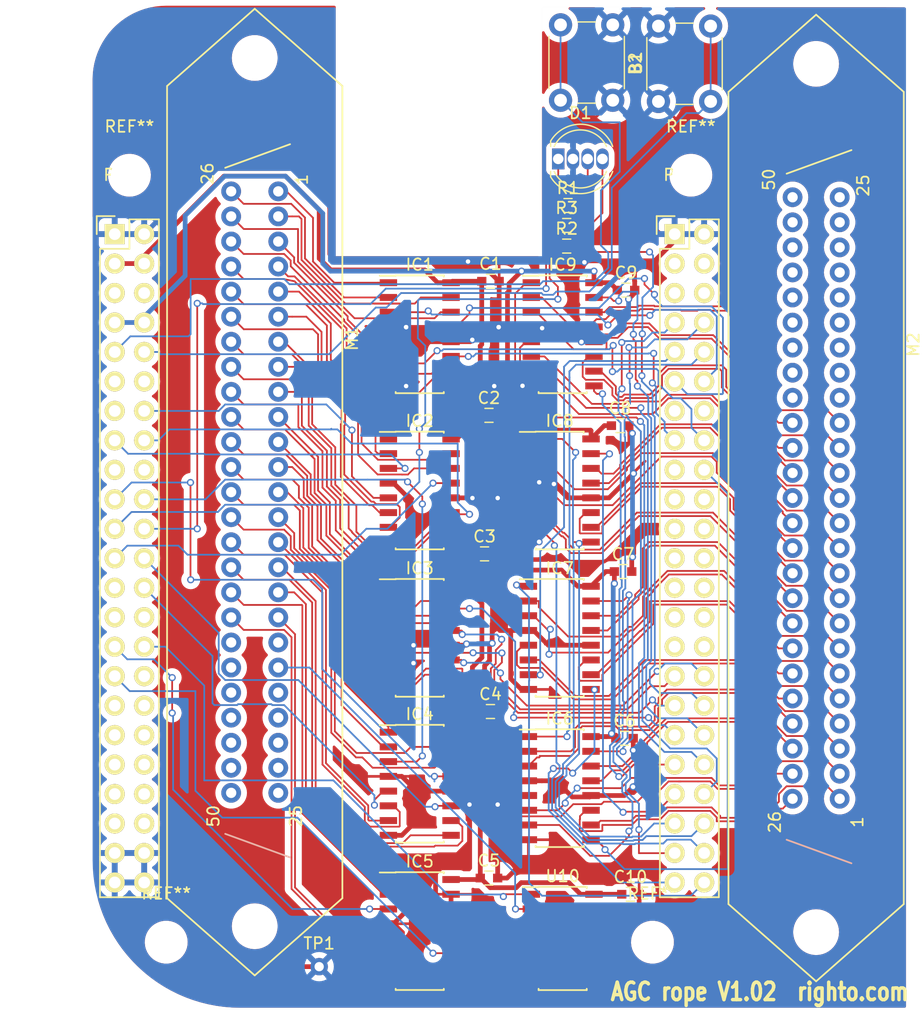
<source format=kicad_pcb>
(kicad_pcb (version 20230620) (generator pcbnew)
  (layers (0 "F.Cu" signal) (31 "B.Cu" signal) (34 "B.Paste" user) (35 "F.Paste" user) (36 "B.SilkS" user "B.Silkscreen") (37 "F.SilkS" user "F.Silkscreen") (38 "B.Mask" user) (39 "F.Mask" user) (44 "Edge.Cuts" user))
  (net 0 "")
  (net 1 "Net-(P8-Pad3)")
  (net 2 "Net-(P8-Pad4)")
  (net 3 "Net-(P8-Pad5)")
  (net 4 "Net-(P8-Pad6)")
  (net 5 "Net-(P8-Pad13)")
  (net 6 "Net-(P8-Pad14)")
  (net 7 "Net-(P8-Pad17)")
  (net 8 "Net-(P8-Pad19)")
  (net 9 "Net-(P8-Pad20)")
  (net 10 "Net-(P8-Pad21)")
  (net 11 "Net-(P8-Pad22)")
  (net 12 "Net-(P8-Pad23)")
  (net 13 "Net-(P8-Pad24)")
  (net 14 "Net-(P8-Pad25)")
  (net 15 "Net-(P8-Pad26)")
  (net 16 "Net-(P8-Pad27)")
  (net 17 "Net-(P8-Pad28)")
  (net 18 "Net-(P8-Pad29)")
  (net 19 "Net-(P8-Pad30)")
  (net 20 "Net-(P9-Pad11)")
  (net 21 "Net-(P9-Pad12)")
  (net 22 "Net-(P9-Pad13)")
  (net 23 "Net-(P9-Pad17)")
  (net 24 "Net-(P9-Pad18)")
  (net 25 "Net-(P9-Pad25)")
  (net 26 "Net-(P9-Pad27)")
  (net 27 "Net-(P9-Pad28)")
  (net 28 "Net-(P9-Pad33)")
  (net 29 "Net-(P9-Pad35)")
  (net 30 "Net-(P9-Pad36)")
  (net 31 "Net-(P9-Pad37)")
  (net 32 "Net-(P9-Pad38)")
  (net 33 "Net-(P9-Pad39)")
  (net 34 "Net-(P9-Pad40)")
  (net 35 "Net-(P9-Pad41)")
  (net 36 "Net-(P9-Pad42)")
  (net 37 "+3V3")
  (net 38 "SYS_5V")
  (net 39 "PWR_BUT")
  (net 40 "SYS_RESETN")
  (net 41 "Net-(D1-Pad4)")
  (net 42 "Net-(D1-Pad3)")
  (net 43 "Net-(D1-Pad1)")
  (net 44 "/IL1-")
  (net 45 "/IL2-")
  (net 46 "/IL3-")
  (net 47 "/IL4-")
  (net 48 "/IL5-")
  (net 49 "/IL6-")
  (net 50 "/IL7-")
  (net 51 "/plane0-")
  (net 52 "/plane1-")
  (net 53 "/plane2-")
  (net 54 "/plane3-")
  (net 55 "/plane4-")
  (net 56 "/plane5-")
  (net 57 "/plane6-")
  (net 58 "/plane7-")
  (net 59 "/plane8-")
  (net 60 "/clear-")
  (net 61 "/addr_okay-")
  (net 62 "/IL1+")
  (net 63 "/IL2+")
  (net 64 "/IL3+")
  (net 65 "/IL4+")
  (net 66 "/IL5+")
  (net 67 "/IL6+")
  (net 68 "/IL7+")
  (net 69 "/plane0+")
  (net 70 "/plane1+")
  (net 71 "/plane2+")
  (net 72 "/plane3+")
  (net 73 "/plane4+")
  (net 74 "/plane5+")
  (net 75 "/plane6+")
  (net 76 "/plane7+")
  (net 77 "/plane8+")
  (net 78 "/clear+")
  (net 79 "/addr_okay+")
  (net 80 "/sense1+")
  (net 81 "/sense2+")
  (net 82 "/sense3+")
  (net 83 "/sense4+")
  (net 84 "/sense5+")
  (net 85 "/sense6+")
  (net 86 "/sense7+")
  (net 87 "/sense8+")
  (net 88 "/sense9+")
  (net 89 "/sense10+")
  (net 90 "/sense11+")
  (net 91 "/sense12+")
  (net 92 "/sense13+")
  (net 93 "/sense14+")
  (net 94 "/sense15+")
  (net 95 "/sense16+")
  (net 96 "/sense1-")
  (net 97 "/sense2-")
  (net 98 "/sense3-")
  (net 99 "/sense4-")
  (net 100 "/sense5-")
  (net 101 "/sense6-")
  (net 102 "/sense7-")
  (net 103 "/sense8-")
  (net 104 "/sense9-")
  (net 105 "/sense10-")
  (net 106 "/sense11-")
  (net 107 "/sense12-")
  (net 108 "/sense13-")
  (net 109 "/sense14-")
  (net 110 "/sense15-")
  (net 111 "/sense16-")
  (net 112 "/sense2")
  (net 113 "/sense3")
  (net 114 "/sense5")
  (net 115 "/sense4")
  (net 116 "/IL2")
  (net 117 "/IL1")
  (net 118 "/IL4")
  (net 119 "/IL3")
  (net 120 "/sense1")
  (net 121 "/plane3")
  (net 122 "/plane4")
  (net 123 "/plane2")
  (net 124 "/b")
  (net 125 "/plane1")
  (net 126 "/sense16")
  (net 127 "/sense14")
  (net 128 "/sense15")
  (net 129 "/sense12")
  (net 130 "/sense13")
  (net 131 "/sense10")
  (net 132 "/sense11")
  (net 133 "/sense8")
  (net 134 "/sense9")
  (net 135 "/sense6")
  (net 136 "/sense7")
  (net 137 "Net-(P9-Pad5)")
  (net 138 "Net-(P9-Pad6)")
  (net 139 "/IL7")
  (net 140 "/IL5")
  (net 141 "/plane0")
  (net 142 "/plane6")
  (net 143 "/plane5")
  (net 144 "/g")
  (net 145 "/r")
  (net 146 "/IL6")
  (net 147 "/plane8")
  (net 148 "/plane7")
  (net 149 "/clear")
  (net 150 "/red")
  (net 151 "/addr_okay")
  (net 152 "Net-(P9-Pad32)")
  (net 153 "Net-(P9-Pad34)")
  (net 154 "Net-(IC5-Pad13)")
  (net 155 "/red_out")
  (net 156 "Net-(U10-Pad12)")
  (net 157 "Net-(U10-Pad10)")
  (net 158 "Net-(U10-Pad8)")
  (net 159 "Net-(U10-Pad6)")
  (net 160 "Net-(U10-Pad4)")
  (net 161 "Net-(M1-Pad19)")
  (net 162 "Net-(M1-Pad21)")
  (net 163 "Net-(M1-Pad22)")
  (net 164 "Net-(M1-Pad23)")
  (net 165 "Net-(M1-Pad24)")
  (net 166 "Net-(M1-Pad25)")
  (net 167 "Net-(M1-Pad50)")
  (net 168 "Net-(M1-Pad49)")
  (net 169 "Net-(M1-Pad48)")
  (net 170 "Net-(M1-Pad47)")
  (net 171 "Net-(M1-Pad46)")
  (net 172 "Net-(M1-Pad45)")
  (net 173 "Net-(M1-Pad44)")
  (net 174 "Net-(M2-Pad25)")
  (net 175 "Net-(M2-Pad24)")
  (net 176 "Net-(M2-Pad23)")
  (net 177 "Net-(M2-Pad22)")
  (net 178 "Net-(M2-Pad21)")
  (net 179 "Net-(M2-Pad20)")
  (net 180 "Net-(M2-Pad19)")
  (net 181 "Net-(M2-Pad18)")
  (net 182 "Net-(M2-Pad17)")
  (net 183 "Net-(M2-Pad42)")
  (net 184 "Net-(M2-Pad43)")
  (net 185 "Net-(M2-Pad44)")
  (net 186 "Net-(M2-Pad45)")
  (net 187 "Net-(M2-Pad46)")
  (net 188 "Net-(M2-Pad47)")
  (net 189 "Net-(M2-Pad48)")
  (net 190 "Net-(M2-Pad49)")
  (net 191 "Net-(M2-Pad50)")
  (net 192 "GNDD")
  (net 193 "Net-(IC5-Pad5)")
  (footprint "Socket_BeagleBone_Black:Socket_BeagleBone_Black" (layer "F.Cu") (at 116.3701 62.3824)
    (property "Reference" "P9")
    (property "Value" "BeagleBone_Black_Header")
  )
  (footprint "LEDs:LED_D5.0mm-4" (layer "F.Cu") (at 154.5971 55.9054)
    (property "Reference" "D1")
    (property "Value" "LED_RCGB")
  )
  (footprint "Housings_SOIC:SOIC-16_3.9x9.9mm_Pitch1.27mm" (layer "F.Cu") (at 142.6591 84.4804)
    (property "Reference" "IC2")
    (property "Value" "AM26C32")
  )
  (footprint "Housings_SOIC:SOIC-16_3.9x9.9mm_Pitch1.27mm" (layer "F.Cu") (at 142.6591 109.7534)
    (property "Reference" "IC4")
    (property "Value" "AM26C32")
  )
  (footprint "Housings_SOIC:SOIC-16_3.9x9.9mm_Pitch1.27mm" (layer "F.Cu") (at 154.7241 97.1804)
    (property "Reference" "IC7")
    (property "Value" "AM26C31")
  )
  (footprint "Housings_SOIC:SOIC-16_3.9x9.9mm_Pitch1.27mm" (layer "F.Cu") (at 154.9781 71.0184)
    (property "Reference" "IC9")
    (property "Value" "AM26C31")
  )
  (footprint "Buttons_Switches_ThroughHole:SW_PUSH_6mm" (layer "F.Cu") (at 163.2331 50.9524 90)
    (property "Reference" "B2")
    (property "Value" "SW_Push")
  )
  (footprint "Housings_SOIC:SOIC-16_3.9x9.9mm_Pitch1.27mm" (layer "F.Cu") (at 142.6591 97.1804)
    (property "Reference" "IC3")
    (property "Value" "AM26C32")
  )
  (footprint "Measurement_Points:Measurement_Point_Round-TH_Small" (layer "F.Cu") (at 133.993082 125.51875)
    (property "Reference" "TP1")
    (property "Value" "TestPoint")
  )
  (footprint "Capacitors_SMD:C_0603" (layer "F.Cu") (at 148.6281 117.8814)
    (property "Reference" "C5")
    (property "Value" ".1UF")
  )
  (footprint "Capacitors_SMD:C_0603" (layer "F.Cu") (at 148.7551 103.5304)
    (property "Reference" "C4")
    (property "Value" ".1UF")
  )
  (footprint "Capacitors_SMD:C_0603" (layer "F.Cu") (at 148.7551 66.4464)
    (property "Reference" "C1")
    (property "Value" ".1UF")
  )
  (footprint "Housings_SOIC:SOIC-16_3.9x9.9mm_Pitch1.27mm" (layer "F.Cu") (at 154.7241 84.4804)
    (property "Reference" "IC8")
    (property "Value" "AM26C31")
  )
  (footprint "Capacitors_SMD:C_0603" (layer "F.Cu") (at 148.2471 89.9414)
    (property "Reference" "C3")
    (property "Value" ".1UF")
  )
  (footprint "Capacitors_SMD:C_0603" (layer "F.Cu") (at 159.9311 78.8924)
    (property "Reference" "C8")
    (property "Value" ".1UF")
  )
  (footprint "Capacitors_SMD:C_0603" (layer "F.Cu") (at 160.4391 67.2084)
    (property "Reference" "C9")
    (property "Value" ".1UF")
  )
  (footprint "Capacitors_SMD:C_0603" (layer "F.Cu") (at 160.8201 119.2784)
    (property "Reference" "C10")
    (property "Value" ".1UF")
  )
  (footprint "Housings_SOIC:SOIC-14_3.9x8.7mm_Pitch1.27mm" (layer "F.Cu") (at 154.9781 123.0884)
    (property "Reference" "U10")
    (property "Value" "74LVC07")
  )
  (footprint "Buttons_Switches_ThroughHole:SW_PUSH_6mm" (layer "F.Cu") (at 159.2961 44.3484 -90)
    (property "Reference" "B1")
    (property "Value" "SW_Push")
  )
  (footprint "Centronics-Ken:CENTRONICS-50-F" (layer "F.Cu") (at 130.4671 58.6994 90)
    (property "Reference" "M1")
    (property "Value" "50-PIN-CENTRONICS-FFEMALE")
  )
  (footprint "Centronics-Ken:CENTRONICS-50-M" (layer "F.Cu") (at 178.8541 59.2074 90)
    (property "Reference" "M2")
    (property "Value" "50-PIN-CENTRONICS-MMALE")
  )
  (footprint "Housings_SOIC:SOIC-16_3.9x9.9mm_Pitch1.27mm" (layer "F.Cu") (at 142.6591 122.4534)
    (property "Reference" "IC5")
    (property "Value" "AM26C32")
  )
  (footprint "Capacitors_SMD:C_0603" (layer "F.Cu") (at 160.1851 91.4654)
    (property "Reference" "C7")
    (property "Value" ".1UF")
  )
  (footprint "Capacitors_SMD:C_0603" (layer "F.Cu") (at 148.6281 78.0034)
    (property "Reference" "C2")
    (property "Value" ".1UF")
  )
  (footprint "Capacitors_SMD:C_0603" (layer "F.Cu") (at 160.3121 105.83375)
    (property "Reference" "C6")
    (property "Value" ".1UF")
  )
  (footprint "Housings_SOIC:SOIC-16_3.9x9.9mm_Pitch1.27mm" (layer "F.Cu") (at 142.6591 71.0184)
    (property "Reference" "IC1")
    (property "Value" "AM26C32")
  )
  (footprint "Socket_BeagleBone_Black:Socket_BeagleBone_Black" (layer "F.Cu") (at 164.6301 62.3824)
    (property "Reference" "P8")
    (property "Value" "BeagleBone_Black_Header")
  )
  (footprint "Housings_SOIC:SOIC-16_3.9x9.9mm_Pitch1.27mm" (layer "F.Cu") (at 154.7241 110.1344)
    (property "Reference" "IC6")
    (property "Value" "AM26C31")
  )
  (footprint "Mounting_Holes:MountingHole_3.2mm_M3" (layer "F.Cu") (at 117.64 57.31)
    (property "Reference" "REF**")
    (property "Value" "MountingHole_3.2mm_M3")
  )
  (footprint "Mounting_Holes:MountingHole_3.2mm_M3" (layer "F.Cu") (at 166.03 57.31)
    (property "Reference" "REF**")
    (property "Value" "MountingHole_3.2mm_M3")
  )
  (footprint "Mounting_Holes:MountingHole_3.2mm_M3" (layer "F.Cu") (at 162.72 123.41)
    (property "Reference" "REF**")
    (property "Value" "MountingHole_3.2mm_M3")
  )
  (footprint "Mounting_Holes:MountingHole_3.2mm_M3" (layer "F.Cu") (at 120.81 123.41)
    (property "Reference" "REF**")
    (property "Value" "MountingHole_3.2mm_M3")
  )
  (footprint "Capacitors_SMD:C_0603" (layer "F.Cu") (at 155.441082 59.91975)
    (property "Reference" "R1")
    (property "Value" "220")
  )
  (footprint "Capacitors_SMD:C_0603" (layer "F.Cu") (at 155.329082 63.41575)
    (property "Reference" "R2")
    (property "Value" "220")
  )
  (footprint "Capacitors_SMD:C_0603" (layer "F.Cu") (at 155.329082 61.63775)
    (property "Reference" "R3")
    (property "Value" "220")
  )
  (gr_line (start 127.1651 129.0574) (end 184.5691 129.0574) (stroke (width 0.00254)) (layer "Edge.Cuts"))
  (gr_arc (start 114.4651 49.0474) (mid 116.324972 44.557272) (end 120.8151 42.6974) (stroke (width 0.00254)) (layer "Edge.Cuts"))
  (gr_line (start 184.5691 129.0574) (end 184.5691 42.8244) (stroke (width 0.00254)) (layer "Edge.Cuts"))
  (gr_line (start 135.4201 42.6974) (end 120.8151 42.6974) (stroke (width 0.00254)) (layer "Edge.Cuts"))
  (gr_line (start 135.4201 64.2874) (end 135.4201 42.6974) (stroke (width 0.00254)) (layer "Edge.Cuts"))
  (gr_line (start 114.4651 49.0474) (end 114.4651 116.3574) (stroke (width 0.00254)) (layer "Edge.Cuts"))
  (gr_line (start 153.2001 64.2874) (end 135.4201 64.2874) (stroke (width 0.00254)) (layer "Edge.Cuts"))
  (gr_arc (start 127.1651 129.0574) (mid 118.184844 125.337656) (end 114.4651 116.3574) (stroke (width 0.00254)) (layer "Edge.Cuts"))
  (gr_line (start 184.5691 42.8244) (end 153.2001 42.8244) (stroke (width 0.00254)) (layer "Edge.Cuts"))
  (gr_line (start 153.2001 42.8244) (end 153.2001 64.2874) (stroke (width 0.00254)) (layer "Edge.Cuts"))
  (gr_text "AGC rope V1.02  righto.com" (at 171.966082 127.67775 0) (layer "F.SilkS") (effects (font (size 1.5 1.2) (thickness 0.3))))
  (segment (start 151.403788 118.27975) (end 155.52305 118.27975) (width 0.4064) (layer "F.Cu") (net 37))
  (segment (start 148.018649 98.880621) (end 148.018649 94.238549) (width 0.4064) (layer "F.Cu") (net 37))
  (segment (start 145.3591 92.7354) (end 145.3591 92.029) (width 0.4064) (layer "F.Cu") (net 37))
  (segment (start 133.993082 64.476712) (end 134.989531 65.473161) (width 0.4064) (layer "F.Cu") (net 37))
  (segment (start 146.5155 92.7354) (end 145.3591 92.7354) (width 0.4064) (layer "F.Cu") (net 37))
  (segment (start 147.8781 72.013779) (end 148.0051 71.886779) (width 0.4064) (layer "F.Cu") (net 37))
  (segment (start 145.8461 80.0354) (end 147.8781 78.0034) (width 0.4064) (layer "F.Cu") (net 37))
  (segment (start 147.8781 117.8814) (end 147.8781 116.6114) (width 0.4064) (layer "F.Cu") (net 37))
  (segment (start 133.993082 60.290724) (end 133.993082 64.476712) (width 0.4064) (layer "F.Cu") (net 37))
  (segment (start 148.018649 94.238549) (end 146.5155 92.7354) (width 0.4064) (layer "F.Cu") (net 37))
  (segment (start 148.735301 118.713601) (end 150.969937 118.713601) (width 0.4064) (layer "F.Cu") (net 37))
  (segment (start 145.3591 118.0084) (end 147.7511 118.0084) (width 0.4064) (layer "F.Cu") (net 37))
  (segment (start 160.0701 119.2784) (end 157.6781 119.2784) (width 0.4064) (layer "F.Cu") (net 37))
  (segment (start 145.3591 105.3084) (end 146.2271 105.3084) (width 0.4064) (layer "F.Cu") (net 37))
  (segment (start 144.2027 66.5734) (end 145.3591 66.5734) (width 0.4064) (layer "F.Cu") (net 37))
  (segment (start 148.3035 85.107404) (end 148.3035 88.3536) (width 0.4064) (layer "F.Cu") (net 37))
  (segment (start 147.9801 103.5304) (end 147.1987 102.749) (width 0.4064) (layer "F.Cu") (net 37))
  (segment (start 145.4861 66.4464) (end 145.3591 66.5734) (width 0.4064) (layer "F.Cu") (net 37))
  (segment (start 147.8781 84.682004) (end 148.3035 85.107404) (width 0.4064) (layer "F.Cu") (net 37))
  (segment (start 125.779643 57.392199) (end 131.094557 57.392199) (width 0.4064) (layer "F.Cu") (net 37))
  (segment (start 150.969937 118.713601) (end 151.403788 118.27975) (width 0.4064) (layer "F.Cu") (net 37))
  (segment (start 156.5217 119.2784) (end 157.6781 119.2784) (width 0.4064) (layer "F.Cu") (net 37))
  (segment (start 155.52305 118.27975) (end 156.5217 119.2784) (width 0.4064) (layer "F.Cu") (net 37))
  (segment (start 147.8781 117.8814) (end 147.9031 117.8814) (width 0.4064) (layer "F.Cu") (net 37))
  (segment (start 147.7511 118.0084) (end 147.8781 117.8814) (width 0.4064) (layer "F.Cu") (net 37))
  (segment (start 148.0051 103.5304) (end 147.9801 103.5304) (width 0.4064) (layer "F.Cu") (net 37))
  (segment (start 148.0051 66.4464) (end 145.4861 66.4464) (width 0.4064) (layer "F.Cu") (net 37))
  (segment (start 131.094557 57.392199) (end 133.993082 60.290724) (width 0.4064) (layer "F.Cu") (net 37))
  (segment (start 148.0051 71.886779) (end 148.0051 67.2278) (width 0.4064) (layer "F.Cu") (net 37))
  (segment (start 147.4467 89.9414) (end 147.7067 89.9414) (width 0.4064) (layer "F.Cu") (net 37))
  (segment (start 134.989531 65.473161) (end 143.102461 65.473161) (width 0.4064) (layer "F.Cu") (net 37))
  (segment (start 147.4971 89.16) (end 147.4971 89.9414) (width 0.4064) (layer "F.Cu") (net 37))
  (segment (start 147.8781 116.6114) (end 147.8781 103.6574) (width 0.4064) (layer "F.Cu") (net 37))
  (segment (start 145.3591 92.029) (end 147.4467 89.9414) (width 0.4064) (layer "F.Cu") (net 37))
  (segment (start 147.8781 78.0034) (end 147.8781 72.013779) (width 0.4064) (layer "F.Cu") (net 37))
  (segment (start 147.1987 99.70057) (end 148.018649 98.880621) (width 0.4064) (layer "F.Cu") (net 37))
  (segment (start 147.8781 103.6574) (end 148.0051 103.5304) (width 0.4064) (layer "F.Cu") (net 37))
  (segment (start 147.8781 78.0034) (end 147.8781 84.682004) (width 0.4064) (layer "F.Cu") (net 37))
  (segment (start 143.102461 65.473161) (end 144.2027 66.5734) (width 0.4064) (layer "F.Cu") (net 37))
  (segment (start 148.0051 67.2278) (end 148.0051 66.4464) (width 0.4064) (layer "F.Cu") (net 37))
  (segment (start 118.249442 64.9224) (end 125.779643 57.392199) (width 0.4064) (layer "F.Cu") (net 37))
  (segment (start 116.3701 64.9224) (end 118.249442 64.9224) (width 0.4064) (layer "F.Cu") (net 37))
  (segment (start 146.2271 105.3084) (end 148.0051 103.5304) (width 0.4064) (layer "F.Cu") (net 37))
  (segment (start 147.9031 117.8814) (end 148.735301 118.713601) (width 0.4064) (layer "F.Cu") (net 37))
  (segment (start 145.3591 80.0354) (end 145.8461 80.0354) (width 0.4064) (layer "F.Cu") (net 37))
  (segment (start 147.1987 102.749) (end 147.1987 99.70057) (width 0.4064) (layer "F.Cu") (net 37))
  (segment (start 148.3035 88.3536) (end 147.4971 89.16) (width 0.4064) (layer "F.Cu") (net 37))
  (segment (start 159.5621 105.5624) (end 159.4351 105.6894) (width 0.4064) (layer "F.Cu") (net 38))
  (segment (start 159.4351 92.495947) (end 159.437903 92.49875) (width 0.4064) (layer "F.Cu") (net 38))
  (segment (start 158.7881 105.6894) (end 158.2801 105.6894) (width 0.4064) (layer "F.Cu") (net 38))
  (segment (start 159.4351 105.6894) (end 159.196678 105.450978) (width 0.4064) (layer "F.Cu") (net 38))
  (segment (start 158.2801 105.6894) (end 157.4241 105.6894) (width 0.4064) (layer "F.Cu") (net 38))
  (segment (start 150.5331 91.3384) (end 154.8707 91.3384) (width 0.4064) (layer "F.Cu") (net 38))
  (segment (start 151.432998 65.57476) (end 150.362301 66.645457) (width 0.4064) (layer "F.Cu") (net 38))
  (segment (start 150.224872 75.95997) (end 150.5331 76.268198) (width 0.4064) (layer "F.Cu") (net 38))
  (segment (start 159.5621 105.5624) (end 158.9151 105.5624) (width 0.15) (layer "F.Cu") (net 38))
  (segment (start 159.4351 91.4654) (end 158.6941 91.4654) (width 0.4064) (layer "F.Cu") (net 38))
  (segment (start 150.362301 67.286539) (end 150.224871 67.423969) (width 0.4064) (layer "F.Cu") (net 38))
  (segment (start 157.373299 79.278199) (end 157.4241 79.329) (width 0.4064) (layer "F.Cu") (net 38))
  (segment (start 150.503081 78.872941) (end 150.908339 79.278199) (width 0.4064) (layer "F.Cu") (net 38))
  (segment (start 159.0541 66.5734) (end 157.6781 66.5734) (width 0.4064) (layer "F.Cu") (net 38))
  (segment (start 156.2677 92.7354) (end 157.4241 92.7354) (width 0.4064) (layer "F.Cu") (net 38))
  (segment (start 150.5331 87.102062) (end 150.5331 91.3384) (width 0.4064) (layer "F.Cu") (net 38))
  (segment (start 150.362301 66.645457) (end 150.362301 67.286539) (width 0.4064) (layer "F.Cu") (net 38))
  (segment (start 150.5331 76.268198) (end 150.5331 85.668738) (width 0.4064) (layer "F.Cu") (net 38))
  (segment (start 158.6941 91.4654) (end 157.4241 92.7354) (width 0.4064) (layer "F.Cu") (net 38))
  (segment (start 158.5671 78.8924) (end 157.4241 80.0354) (width 0.4064) (layer "F.Cu") (net 38))
  (segment (start 150.5331 85.668738) (end 150.516888 85.68495) (width 0.4064) (layer "F.Cu") (net 38))
  (segment (start 159.6891 67.2084) (end 159.0541 66.5734) (width 0.4064) (layer "F.Cu") (net 38))
  (segment (start 154.8707 91.3384) (end 156.2677 92.7354) (width 0.4064) (layer "F.Cu") (net 38))
  (segment (start 159.4351 91.4654) (end 159.4351 92.495947) (width 0.4064) (layer "F.Cu") (net 38))
  (segment (start 157.6781 66.5734) (end 157.6781 65.57475) (width 0.4064) (layer "F.Cu") (net 38))
  (segment (start 159.196678 105.450978) (end 159.196678 105.431537) (width 0.4064) (layer "F.Cu") (net 38))
  (segment (start 150.516889 87.085851) (end 150.5331 87.102062) (width 0.4064) (layer "F.Cu") (net 38))
  (segment (start 150.908339 79.278199) (end 157.373299 79.278199) (width 0.4064) (layer "F.Cu") (net 38))
  (segment (start 157.4241 79.329) (end 157.4241 80.0354) (width 0.4064) (layer "F.Cu") (net 38))
  (segment (start 150.516888 85.68495) (end 150.516889 87.085851) (width 0.4064) (layer "F.Cu") (net 38))
  (segment (start 158.2801 105.6894) (end 159.4351 105.6894) (width 0.4064) (layer "F.Cu") (net 38))
  (segment (start 159.1811 78.8924) (end 158.5671 78.8924) (width 0.4064) (layer "F.Cu") (net 38))
  (segment (start 150.224871 67.423969) (end 150.224872 75.95997) (width 0.4064) (layer "F.Cu") (net 38))
  (via (at 159.196678 105.431537) (size 0.6096) (drill 0.381) (layers "F.Cu" "B.Cu") (net 38))
  (via (at 159.437903 92.49875) (size 0.6096) (drill 0.381) (layers "F.Cu" "B.Cu") (net 38))
  (via (at 151.432998 65.57476) (size 0.6096) (drill 0.381) (layers "F.Cu" "B.Cu") (net 38))
  (via (at 157.6781 65.57475) (size 0.6096) (drill 0.381) (layers "F.Cu" "B.Cu") (net 38))
  (segment (start 116.3701 70.0024) (end 118.41144 70.0024) (width 0.4064) (layer "B.Cu") (net 38))
  (segment (start 125.837595 57.392199) (end 131.094557 57.392199) (width 0.4064) (layer "B.Cu") (net 38))
  (segment (start 159.196678 105.431537) (end 159.311827 105.316388) (width 0.4064) (layer "B.Cu") (net 38))
  (segment (start 151.001946 65.57476) (end 151.432998 65.57476) (width 0.4064) (layer "B.Cu") (net 38))
  (segment (start 151.432998 65.57476) (end 157.67809 65.57476) (width 0.4064) (layer "B.Cu") (net 38))
  (segment (start 122.44189 60.787904) (end 125.837595 57.392199) (width 0.4064) (layer "B.Cu") (net 38))
  (segment (start 134.30121 64.91184) (end 134.96413 65.57476) (width 0.4064) (layer "B.Cu") (net 38))
  (segment (start 159.336304 92.600349) (end 159.437903 92.49875) (width 0.4064) (layer "B.Cu") (net 38))
  (segment (start 134.96413 65.57476) (end 151.001946 65.57476) (width 0.4064) (layer "B.Cu") (net 38))
  (segment (start 122.44189 65.97195) (end 122.44189 60.787904) (width 0.4064) (layer "B.Cu") (net 38))
  (segment (start 157.67809 65.57476) (end 157.6781 65.57475) (width 0.4064) (layer "B.Cu") (net 38))
  (segment (start 118.41144 70.0024) (end 122.44189 65.97195) (width 0.4064) (layer "B.Cu") (net 38))
  (segment (start 159.311827 103.211229) (end 159.336304 103.186752) (width 0.4064) (layer "B.Cu") (net 38))
  (segment (start 134.30121 60.598852) (end 134.30121 64.91184) (width 0.4064) (layer "B.Cu") (net 38))
  (segment (start 159.311827 105.316388) (end 159.311827 103.211229) (width 0.4064) (layer "B.Cu") (net 38))
  (segment (start 159.336304 103.186752) (end 159.336304 92.600349) (width 0.4064) (layer "B.Cu") (net 38))
  (segment (start 131.094557 57.392199) (end 134.30121 60.598852) (width 0.4064) (layer "B.Cu") (net 38))
  (segment (start 130.983101 66.254401) (end 131.4291 66.7004) (width 0.15) (layer "B.Cu") (net 39))
  (segment (start 122.912099 71.003002) (end 122.912099 66.254401) (width 0.15) (layer "B.Cu") (net 39))
  (segment (start 158.910396 65.28048) (end 158.910396 63.997759) (width 0.15) (layer "B.Cu") (net 39))
  (segment (start 131.4291 66.7004) (end 153.038326 66.7004) (width 0.15) (layer "B.Cu") (net 39))
  (segment (start 159.901082 56.998786) (end 159.901082 52.74775) (width 0.15) (layer "B.Cu") (net 39))
  (segment (start 157.748927 66.441949) (end 158.910396 65.28048) (width 0.15) (layer "B.Cu") (net 39))
  (segment (start 116.3701 72.5424) (end 117.717499 71.195001) (width 0.15) (layer "B.Cu") (net 39))
  (segment (start 158.2801 58.619768) (end 159.901082 56.998786) (width 0.15) (layer "B.Cu") (net 39))
  (segment (start 122.7201 71.195001) (end 122.912099 71.003002) (width 0.15) (layer "B.Cu") (net 39))
  (segment (start 159.901082 52.74775) (end 156.69545 52.74775) (width 0.15) (layer "B.Cu") (net 39))
  (segment (start 154.7961 50.8484) (end 154.7961 44.3484) (width 0.15) (layer "B.Cu") (net 39))
  (segment (start 153.296777 66.441949) (end 157.748927 66.441949) (width 0.15) (layer "B.Cu") (net 39))
  (segment (start 158.910396 63.997759) (end 158.2801 63.367463) (width 0.15) (layer "B.Cu") (net 39))
  (segment (start 158.2801 63.367463) (end 158.2801 58.619768) (width 0.15) (layer "B.Cu") (net 39))
  (segment (start 122.912099 66.254401) (end 130.983101 66.254401) (width 0.15) (layer "B.Cu") (net 39))
  (segment (start 153.038326 66.7004) (end 153.296777 66.441949) (width 0.15) (layer "B.Cu") (net 39))
  (segment (start 117.717499 71.195001) (end 122.7201 71.195001) (width 0.15) (layer "B.Cu") (net 39))
  (segment (start 156.69545 52.74775) (end 154.7961 50.8484) (width 0.15) (layer "B.Cu") (net 39))
  (segment (start 165.649433 51.952399) (end 166.733101 51.952399) (width 0.15) (layer "B.Cu") (net 40))
  (segment (start 141.051379 67.4624) (end 153.147976 67.4624) (width 0.15) (layer "B.Cu") (net 40))
  (segment (start 134.847099 72.734401) (end 138.867088 68.714412) (width 0.15) (layer "B.Cu") (net 40))
  (segment (start 157.284206 67.330949) (end 159.210407 65.404748) (width 0.15) (layer "B.Cu") (net 40))
  (segment (start 167.7331 50.9524) (end 167.7331 44.4524) (width 0.15) (layer "B.Cu") (net 40))
  (segment (start 120.323415 72.734401) (end 134.847099 72.734401) (width 0.15) (layer "B.Cu") (net 40))
  (segment (start 166.733101 51.952399) (end 167.7331 50.9524) (width 0.15) (layer "B.Cu") (net 40))
  (segment (start 138.867088 68.714412) (end 139.799367 68.714412) (width 0.15) (layer "B.Cu") (net 40))
  (segment (start 159.210407 65.404748) (end 159.210407 58.391425) (width 0.15) (layer "B.Cu") (net 40))
  (segment (start 153.147976 67.4624) (end 153.296777 67.611201) (width 0.15) (layer "B.Cu") (net 40))
  (segment (start 139.799367 68.714412) (end 141.051379 67.4624) (width 0.15) (layer "B.Cu") (net 40))
  (segment (start 120.131414 72.5424) (end 120.323415 72.734401) (width 0.15) (layer "B.Cu") (net 40))
  (segment (start 154.159525 67.611201) (end 154.439777 67.330949) (width 0.15) (layer "B.Cu") (net 40))
  (segment (start 153.296777 67.611201) (end 154.159525 67.611201) (width 0.15) (layer "B.Cu") (net 40))
  (segment (start 159.210407 58.391425) (end 165.649433 51.952399) (width 0.15) (layer "B.Cu") (net 40))
  (segment (start 118.9101 72.5424) (end 120.131414 72.5424) (width 0.15) (layer "B.Cu") (net 40))
  (segment (start 154.439777 67.330949) (end 157.284206 67.330949) (width 0.15) (layer "B.Cu") (net 40))
  (segment (start 156.079082 63.41575) (end 156.079082 62.89075) (width 0.15) (layer "F.Cu") (net 41))
  (segment (start 156.079082 62.89075) (end 158.4071 60.562732) (width 0.15) (layer "F.Cu") (net 41))
  (segment (start 158.4071 60.562732) (end 158.4071 56.9554) (width 0.15) (layer "F.Cu") (net 41))
  (segment (start 158.4071 56.9554) (end 158.4071 55.9054) (width 0.15) (layer "F.Cu") (net 41))
  (segment (start 156.079082 61.63775) (end 156.104082 61.63775) (width 0.15) (layer "F.Cu") (net 42))
  (segment (start 156.104082 61.63775) (end 157.1371 60.604732) (width 0.15) (layer "F.Cu") (net 42))
  (segment (start 157.1371 60.604732) (end 157.1371 56.9554) (width 0.15) (layer "F.Cu") (net 42))
  (segment (start 157.1371 56.9554) (end 157.1371 55.9054) (width 0.15) (layer "F.Cu") (net 42))
  (segment (start 156.191082 59.91975) (end 156.191082 59.39475) (width 0.15) (layer "F.Cu") (net 43))
  (segment (start 154.5971 57.800768) (end 154.5971 56.9554) (width 0.15) (layer "F.Cu") (net 43))
  (segment (start 156.191082 59.39475) (end 154.5971 57.800768) (width 0.15) (layer "F.Cu") (net 43))
  (segment (start 154.5971 56.9554) (end 154.5971 55.9054) (width 0.15) (layer "F.Cu") (net 43))
  (segment (start 133.460871 64.745261) (end 135.28901 66.5734) (width 0.15) (layer "F.Cu") (net 44))
  (segment (start 133.460871 60.978539) (end 133.460871 64.745261) (width 0.15) (layer "F.Cu") (net 44))
  (segment (start 135.28901 66.5734) (end 139.0591 66.5734) (width 0.15) (layer "F.Cu") (net 44))
  (segment (start 131.181732 58.6994) (end 133.460871 60.978539) (width 0.15) (layer "F.Cu") (net 44))
  (segment (start 130.4671 58.6994) (end 131.181732 58.6994) (width 0.15) (layer "F.Cu") (net 44))
  (segment (start 139.0591 66.5734) (end 139.9591 66.5734) (width 0.15) (layer "F.Cu") (net 44))
  (segment (start 131.669181 60.8594) (end 130.4671 60.8594) (width 0.15) (layer "F.Cu") (net 45))
  (segment (start 138.739101 68.368401) (end 140.889101 68.368401) (width 0.15) (layer "F.Cu") (net 45))
  (segment (start 132.469081 61.084381) (end 132.2441 60.8594) (width 0.15) (layer "F.Cu") (net 45))
  (segment (start 142.233914 68.368401) (end 138.739101 68.368401) (width 0.15) (layer "F.Cu") (net 45))
  (segment (start 132.469081 64.602028) (end 132.469081 61.084381) (width 0.15) (layer "F.Cu") (net 45))
  (segment (start 132.2441 60.8594) (end 131.669181 60.8594) (width 0.15) (layer "F.Cu") (net 45))
  (segment (start 136.235454 68.368401) (end 132.469081 64.602028) (width 0.15) (layer "F.Cu") (net 45))
  (segment (start 138.739101 68.368401) (end 136.235454 68.368401) (width 0.15) (layer "F.Cu") (net 45))
  (segment (start 142.758915 67.8434) (end 142.233914 68.368401) (width 0.15) (layer "F.Cu") (net 45))
  (segment (start 145.3591 67.8434) (end 142.758915 67.8434) (width 0.15) (layer "F.Cu") (net 45))
  (segment (start 140.934101 72.468401) (end 140.644101 72.178401) (width 0.15) (layer "F.Cu") (net 46))
  (segment (start 140.4091 74.1934) (end 140.934101 73.668399) (width 0.15) (layer "F.Cu") (net 46))
  (segment (start 136.447133 69.469079) (end 131.834082 64.856028) (width 0.15) (layer "F.Cu") (net 46))
  (segment (start 140.934101 73.668399) (end 140.934101 72.468401) (width 0.15) (layer "F.Cu") (net 46))
  (segment (start 131.834082 64.856028) (end 131.834082 64.386382) (width 0.15) (layer "F.Cu") (net 46))
  (segment (start 140.644101 72.178401) (end 138.868938 72.178401) (width 0.15) (layer "F.Cu") (net 46))
  (segment (start 138.868938 72.178401) (end 136.447133 69.756596) (width 0.15) (layer "F.Cu") (net 46))
  (segment (start 131.834082 64.386382) (end 131.317099 63.869399) (width 0.15) (layer "F.Cu") (net 46))
  (segment (start 139.9591 74.1934) (end 140.4091 74.1934) (width 0.15) (layer "F.Cu") (net 46))
  (segment (start 136.447133 69.756596) (end 136.447133 69.469079) (width 0.15) (layer "F.Cu") (net 46))
  (segment (start 131.317099 63.869399) (end 130.4671 63.0194) (width 0.15) (layer "F.Cu") (net 46))
  (segment (start 146.289101 73.668399) (end 144.429099 73.668399) (width 0.15) (layer "F.Cu") (net 47))
  (segment (start 145.3591 75.4634) (end 145.8091 75.4634) (width 0.15) (layer "F.Cu") (net 47))
  (segment (start 139.019379 74.8284) (end 136.355111 72.164132) (width 0.15) (layer "F.Cu") (net 47))
  (segment (start 131.871378 66.029399) (end 131.317099 66.029399) (width 0.15) (layer "F.Cu") (net 47))
  (segment (start 136.355111 72.164132) (end 136.355111 70.513132) (width 0.15) (layer "F.Cu") (net 47))
  (segment (start 141.1351 74.8284) (end 139.019379 74.8284) (width 0.15) (layer "F.Cu") (net 47))
  (segment (start 145.8091 75.4634) (end 146.334101 74.938399) (width 0.15) (layer "F.Cu") (net 47))
  (segment (start 141.541102 74.422398) (end 141.1351 74.8284) (width 0.15) (layer "F.Cu") (net 47))
  (segment (start 144.429099 73.668399) (end 143.6751 74.422398) (width 0.15) (layer "F.Cu") (net 47))
  (segment (start 146.334101 74.938399) (end 146.334101 73.713399) (width 0.15) (layer "F.Cu") (net 47))
  (segment (start 146.334101 73.713399) (end 146.289101 73.668399) (width 0.15) (layer "F.Cu") (net 47))
  (segment (start 131.317099 66.029399) (end 130.4671 65.1794) (width 0.15) (layer "F.Cu") (net 47))
  (segment (start 143.6751 74.422398) (end 141.541102 74.422398) (width 0.15) (layer "F.Cu") (net 47))
  (segment (start 136.355111 70.513132) (end 131.871378 66.029399) (width 0.15) (layer "F.Cu") (net 47))
  (segment (start 139.9591 80.0354) (end 139.9591 78.181122) (width 0.15) (layer "F.Cu") (net 48))
  (segment (start 139.9591 78.181122) (end 134.99309 73.215112) (width 0.15) (layer "F.Cu") (net 48))
  (segment (start 132.2491 67.3394) (end 131.669181 67.3394) (width 0.15) (layer "F.Cu") (net 48))
  (segment (start 134.99309 73.215112) (end 134.99309 70.08339) (width 0.15) (layer "F.Cu") (net 48))
  (segment (start 134.99309 70.08339) (end 132.2491 67.3394) (width 0.15) (layer "F.Cu") (net 48))
  (segment (start 131.669181 67.3394) (end 130.4671 67.3394) (width 0.15) (layer "F.Cu") (net 48))
  (segment (start 132.8851 69.4994) (end 131.669181 69.4994) (width 0.15) (layer "F.Cu") (net 49))
  (segment (start 143.934099 81.830401) (end 139.058488 81.830401) (width 0.15) (layer "F.Cu") (net 49))
  (segment (start 137.646913 77.138935) (end 134.196111 73.688133) (width 0.15) (layer "F.Cu") (net 49))
  (segment (start 134.196111 73.688133) (end 134.196111 70.810411) (width 0.15) (layer "F.Cu") (net 49))
  (segment (start 134.196111 70.810411) (end 132.8851 69.4994) (width 0.15) (layer "F.Cu") (net 49))
  (segment (start 145.3591 81.3054) (end 144.4591 81.3054) (width 0.15) (layer "F.Cu") (net 49))
  (segment (start 139.058488 81.830401) (end 137.646913 80.418826) (width 0.15) (layer "F.Cu") (net 49))
  (segment (start 131.669181 69.4994) (end 130.4671 69.4994) (width 0.15) (layer "F.Cu") (net 49))
  (segment (start 144.4591 81.3054) (end 143.934099 81.830401) (width 0.15) (layer "F.Cu") (net 49))
  (segment (start 137.646913 80.418826) (end 137.646913 77.138935) (width 0.15) (layer "F.Cu") (net 49))
  (segment (start 136.160298 83.108966) (end 138.497269 85.445937) (width 0.15) (layer "F.Cu") (net 50))
  (segment (start 140.9341 85.905398) (end 140.9341 86.817301) (width 0.15) (layer "F.Cu") (net 50))
  (segment (start 140.682401 85.653699) (end 140.9341 85.905398) (width 0.15) (layer "F.Cu") (net 50))
  (segment (start 130.4671 71.6594) (end 130.978264 71.6594) (width 0.15) (layer "F.Cu") (net 50))
  (segment (start 138.689656 85.445937) (end 138.897417 85.653699) (width 0.15) (layer "F.Cu") (net 50))
  (segment (start 136.228111 76.909247) (end 136.228111 78.824281) (width 0.15) (layer "F.Cu") (net 50))
  (segment (start 136.228111 78.824281) (end 136.160298 78.892094) (width 0.15) (layer "F.Cu") (net 50))
  (segment (start 140.9341 86.817301) (end 140.096001 87.6554) (width 0.15) (layer "F.Cu") (net 50))
  (segment (start 136.160298 78.892094) (end 136.160298 83.108966) (width 0.15) (layer "F.Cu") (net 50))
  (segment (start 130.978264 71.6594) (end 136.228111 76.909247) (width 0.15) (layer "F.Cu") (net 50))
  (segment (start 138.497269 85.445937) (end 138.689656 85.445937) (width 0.15) (layer "F.Cu") (net 50))
  (segment (start 138.897417 85.653699) (end 140.682401 85.653699) (width 0.15) (layer "F.Cu") (net 50))
  (segment (start 140.096001 87.6554) (end 139.9591 87.6554) (width 0.15) (layer "F.Cu") (net 50))
  (segment (start 146.3421 88.3924) (end 146.3421 87.183398) (width 0.15) (layer "F.Cu") (net 51))
  (segment (start 145.8091 88.9254) (end 146.3421 88.3924) (width 0.15) (layer "F.Cu") (net 51))
  (segment (start 135.379656 83.975233) (end 135.379656 80.756956) (width 0.15) (layer "F.Cu") (net 51))
  (segment (start 137.1981 85.793678) (end 135.379656 83.975233) (width 0.15) (layer "F.Cu") (net 51))
  (segment (start 131.669181 73.8194) (end 130.4671 73.8194) (width 0.15) (layer "F.Cu") (net 51))
  (segment (start 144.416857 87.130399) (end 141.975584 89.571672) (width 0.15) (layer "F.Cu") (net 51))
  (segment (start 138.733372 89.571672) (end 137.1981 88.0364) (width 0.15) (layer "F.Cu") (net 51))
  (segment (start 133.3881 74.917794) (end 132.289706 73.8194) (width 0.15) (layer "F.Cu") (net 51))
  (segment (start 145.3591 88.9254) (end 145.8091 88.9254) (width 0.15) (layer "F.Cu") (net 51))
  (segment (start 141.975584 89.571672) (end 138.733372 89.571672) (width 0.15) (layer "F.Cu") (net 51))
  (segment (start 132.289706 73.8194) (end 131.669181 73.8194) (width 0.15) (layer "F.Cu") (net 51))
  (segment (start 137.1981 88.0364) (end 137.1981 85.793678) (width 0.15) (layer "F.Cu") (net 51))
  (segment (start 133.3881 78.7654) (end 133.3881 74.917794) (width 0.15) (layer "F.Cu") (net 51))
  (segment (start 146.3421 87.183398) (end 146.289101 87.130399) (width 0.15) (layer "F.Cu") (net 51))
  (segment (start 146.289101 87.130399) (end 144.416857 87.130399) (width 0.15) (layer "F.Cu") (net 51))
  (segment (start 135.379656 80.756956) (end 133.3881 78.7654) (width 0.15) (layer "F.Cu") (net 51))
  (segment (start 134.6581 81.0514) (end 132.4991 78.8924) (width 0.15) (layer "F.Cu") (net 52))
  (segment (start 135.8011 87.7464) (end 135.8011 85.285678) (width 0.15) (layer "F.Cu") (net 52))
  (segment (start 139.9591 92.7354) (end 139.9591 91.9044) (width 0.15) (layer "F.Cu") (net 52))
  (segment (start 139.9591 91.9044) (end 135.8011 87.7464) (width 0.15) (layer "F.Cu") (net 52))
  (segment (start 132.4991 78.8924) (end 132.4991 75.9794) (width 0.15) (layer "F.Cu") (net 52))
  (segment (start 134.6581 84.142678) (end 134.6581 81.0514) (width 0.15) (layer "F.Cu") (net 52))
  (segment (start 135.8011 85.285678) (end 134.6581 84.142678) (width 0.15) (layer "F.Cu") (net 52))
  (segment (start 132.4991 75.9794) (end 130.4671 75.9794) (width 0.15) (layer "F.Cu") (net 52))
  (segment (start 142.116324 94.6404) (end 139.157727 94.6404) (width 0.15) (layer "F.Cu") (net 53))
  (segment (start 134.9121 85.4964) (end 133.896101 84.480401) (width 0.15) (layer "F.Cu") (net 53))
  (segment (start 142.751324 94.0054) (end 142.116324 94.6404) (width 0.15) (layer "F.Cu") (net 53))
  (segment (start 131.317099 78.989399) (end 130.4671 78.1394) (width 0.15) (layer "F.Cu") (net 53))
  (segment (start 145.3591 94.0054) (end 142.751324 94.0054) (width 0.15) (layer "F.Cu") (net 53))
  (segment (start 139.157727 94.6404) (end 138.43312 93.915793) (width 0.15) (layer "F.Cu") (net 53))
  (segment (start 138.43312 93.915793) (end 138.43312 91.768141) (width 0.15) (layer "F.Cu") (net 53))
  (segment (start 133.896101 84.480401) (end 133.896101 81.568401) (width 0.15) (layer "F.Cu") (net 53))
  (segment (start 138.43312 91.768141) (end 134.9121 88.247122) (width 0.15) (layer "F.Cu") (net 53))
  (segment (start 134.9121 88.247122) (end 134.9121 85.4964) (width 0.15) (layer "F.Cu") (net 53))
  (segment (start 133.896101 81.568401) (end 131.317099 78.989399) (width 0.15) (layer "F.Cu") (net 53))
  (segment (start 133.261102 84.77768) (end 134.1501 85.666678) (width 0.15) (layer "F.Cu") (net 54))
  (segment (start 140.779102 98.4504) (end 140.934101 98.605399) (width 0.15) (layer "F.Cu") (net 54))
  (segment (start 139.139099 98.4504) (end 140.779102 98.4504) (width 0.15) (layer "F.Cu") (net 54))
  (segment (start 137.752111 97.063412) (end 139.139099 98.4504) (width 0.15) (layer "F.Cu") (net 54))
  (segment (start 133.261102 83.093402) (end 133.261102 84.77768) (width 0.15) (layer "F.Cu") (net 54))
  (segment (start 130.4671 80.2994) (end 133.261102 83.093402) (width 0.15) (layer "F.Cu") (net 54))
  (segment (start 134.1501 85.666678) (end 134.1501 88.628122) (width 0.15) (layer "F.Cu") (net 54))
  (segment (start 140.934101 99.830399) (end 140.4091 100.3554) (width 0.15) (layer "F.Cu") (net 54))
  (segment (start 140.934101 98.605399) (end 140.934101 99.830399) (width 0.15) (layer "F.Cu") (net 54))
  (segment (start 134.1501 88.628122) (end 137.752111 92.230132) (width 0.15) (layer "F.Cu") (net 54))
  (segment (start 137.752111 92.230132) (end 137.752111 97.063412) (width 0.15) (layer "F.Cu") (net 54))
  (segment (start 140.4091 100.3554) (end 139.9591 100.3554) (width 0.15) (layer "F.Cu") (net 54))
  (segment (start 146.334101 101.100399) (end 146.334101 99.875399) (width 0.15) (layer "F.Cu") (net 55))
  (segment (start 138.880099 102.188601) (end 138.880099 101.620401) (width 0.15) (layer "F.Cu") (net 55))
  (segment (start 131.669181 82.4594) (end 130.4671 82.4594) (width 0.15) (layer "F.Cu") (net 55))
  (segment (start 132.66108 83.451299) (end 131.669181 82.4594) (width 0.15) (layer "F.Cu") (net 55))
  (segment (start 143.209103 99.830399) (end 141.038101 102.001401) (width 0.15) (layer "F.Cu") (net 55))
  (segment (start 146.334101 99.875399) (end 146.289101 99.830399) (width 0.15) (layer "F.Cu") (net 55))
  (segment (start 137.117111 99.857413) (end 137.117111 93.03541) (width 0.15) (layer "F.Cu") (net 55))
  (segment (start 138.945899 102.254401) (end 138.880099 102.188601) (width 0.15) (layer "F.Cu") (net 55))
  (segment (start 145.8091 101.6254) (end 146.334101 101.100399) (width 0.15) (layer "F.Cu") (net 55))
  (segment (start 132.66108 85.066659) (end 132.66108 83.451299) (width 0.15) (layer "F.Cu") (net 55))
  (segment (start 146.289101 99.830399) (end 143.209103 99.830399) (width 0.15) (layer "F.Cu") (net 55))
  (segment (start 137.117111 93.03541) (end 133.3881 89.3064) (width 0.15) (layer "F.Cu") (net 55))
  (segment (start 133.3881 85.793679) (end 132.66108 85.066659) (width 0.15) (layer "F.Cu") (net 55))
  (segment (start 141.038101 102.188601) (end 140.972301 102.254401) (width 0.15) (layer "F.Cu") (net 55))
  (segment (start 140.972301 102.254401) (end 138.945899 102.254401) (width 0.15) (layer "F.Cu") (net 55))
  (segment (start 133.3881 89.3064) (end 133.3881 85.793679) (width 0.15) (layer "F.Cu") (net 55))
  (segment (start 138.880099 101.620401) (end 137.117111 99.857413) (width 0.15) (layer "F.Cu") (net 55))
  (segment (start 145.3591 101.6254) (end 145.8091 101.6254) (width 0.15) (layer "F.Cu") (net 55))
  (segment (start 141.038101 102.001401) (end 141.038101 102.188601) (width 0.15) (layer "F.Cu") (net 55))
  (segment (start 139.9591 104.8584) (end 136.228111 101.127411) (width 0.15) (layer "F.Cu") (net 56))
  (segment (start 132.6261 86.0044) (end 131.2411 84.6194) (width 0.15) (layer "F.Cu") (net 56))
  (segment (start 136.228111 92.994968) (end 132.6261 89.392957) (width 0.15) (layer "F.Cu") (net 56))
  (segment (start 139.9591 105.3084) (end 139.9591 104.8584) (width 0.15) (layer "F.Cu") (net 56))
  (segment (start 132.6261 89.392957) (end 132.6261 86.0044) (width 0.15) (layer "F.Cu") (net 56))
  (segment (start 131.2411 84.6194) (end 130.4671 84.6194) (width 0.15) (layer "F.Cu") (net 56))
  (segment (start 136.228111 101.127411) (end 136.228111 92.994968) (width 0.15) (layer "F.Cu") (net 56))
  (segment (start 141.8971 106.5784) (end 141.372099 107.103401) (width 0.15) (layer "F.Cu") (net 57))
  (segment (start 141.372099 107.103401) (end 137.211011 107.103401) (width 0.15) (layer "F.Cu") (net 57))
  (segment (start 145.3591 106.5784) (end 141.8971 106.5784) (width 0.15) (layer "F.Cu") (net 57))
  (segment (start 131.317099 87.629399) (end 130.4671 86.7794) (width 0.15) (layer "F.Cu") (net 57))
  (segment (start 131.842112 89.457527) (end 131.842112 88.154412) (width 0.15) (layer "F.Cu") (net 57))
  (segment (start 135.339111 105.231501) (end 135.339111 92.954526) (width 0.15) (layer "F.Cu") (net 57))
  (segment (start 131.842112 88.154412) (end 131.317099 87.629399) (width 0.15) (layer "F.Cu") (net 57))
  (segment (start 135.339111 92.954526) (end 131.842112 89.457527) (width 0.15) (layer "F.Cu") (net 57))
  (segment (start 137.211011 107.103401) (end 135.339111 105.231501) (width 0.15) (layer "F.Cu") (net 57))
  (segment (start 131.317099 89.789399) (end 130.4671 88.9394) (width 0.15) (layer "F.Cu") (net 58))
  (segment (start 134.577111 93.049411) (end 131.317099 89.789399) (width 0.15) (layer "F.Cu") (net 58))
  (segment (start 138.293732 112.9284) (end 138.224486 112.859154) (width 0.15) (layer "F.Cu") (net 58))
  (segment (start 134.577111 107.978133) (end 134.577111 93.049411) (width 0.15) (layer "F.Cu") (net 58))
  (segment (start 138.224486 111.625508) (end 134.577111 107.978133) (width 0.15) (layer "F.Cu") (net 58))
  (segment (start 138.224486 112.859154) (end 138.224486 111.625508) (width 0.15) (layer "F.Cu") (net 58))
  (segment (start 139.9591 112.9284) (end 138.293732 112.9284) (width 0.15) (layer "F.Cu") (net 58))
  (segment (start 141.1916 114.87496) (end 138.425938 114.87496) (width 0.15) (layer "F.Cu") (net 59))
  (segment (start 133.688111 110.137133) (end 133.688111 94.008132) (width 0.15) (layer "F.Cu") (net 59))
  (segment (start 133.688111 94.008132) (end 130.779379 91.0994) (width 0.15) (layer "F.Cu") (net 59))
  (segment (start 138.425938 114.87496) (end 133.688111 110.137133) (width 0.15) (layer "F.Cu") (net 59))
  (segment (start 145.3591 114.1984) (end 141.86816 114.1984) (width 0.15) (layer "F.Cu") (net 59))
  (segment (start 130.779379 91.0994) (end 130.4671 91.0994) (width 0.15) (layer "F.Cu") (net 59))
  (segment (start 141.86816 114.1984) (end 141.1916 114.87496) (width 0.15) (layer "F.Cu") (net 59))
  (segment (start 132.845122 94.2677) (end 131.836822 93.2594) (width 0.15) (layer "F.Cu") (net 60))
  (segment (start 138.7221 118.0084) (end 132.845122 112.131422) (width 0.15) (layer "F.Cu") (net 60))
  (segment (start 132.845122 112.131422) (end 132.845122 94.2677) (width 0.15) (layer "F.Cu") (net 60))
  (segment (start 131.669181 93.2594) (end 130.4671 93.2594) (width 0.15) (layer "F.Cu") (net 60))
  (segment (start 131.836822 93.2594) (end 131.669181 93.2594) (width 0.15) (layer "F.Cu") (net 60))
  (segment (start 139.9591 118.0084) (end 138.7221 118.0084) (width 0.15) (layer "F.Cu") (net 60))
  (segment (start 145.3591 126.8984) (end 145.8091 126.8984) (width 0.15) (layer "F.Cu") (net 61))
  (segment (start 146.289101 125.103399) (end 144.429099 125.103399) (width 0.15) (layer "F.Cu") (net 61))
  (segment (start 138.945899 127.527401) (end 138.692082 127.273584) (width 0.15) (layer "F.Cu") (net 61))
  (segment (start 140.972301 127.527401) (end 138.945899 127.527401) (width 0.15) (layer "F.Cu") (net 61))
  (segment (start 131.910111 96.862411) (end 131.317099 96.269399) (width 0.15) (layer "F.Cu") (net 61))
  (segment (start 138.692082 127.273584) (end 138.692082 126.53475) (width 0.15) (layer "F.Cu") (net 61))
  (segment (start 146.334101 126.373399) (end 146.334101 125.148399) (width 0.15) (layer "F.Cu") (net 61))
  (segment (start 138.692082 125.471382) (end 131.910111 118.689411) (width 0.15) (layer "F.Cu") (net 61))
  (segment (start 140.994963 127.504739) (end 140.972301 127.527401) (width 0.15) (layer "F.Cu") (net 61))
  (segment (start 146.334101 125.148399) (end 146.289101 125.103399) (width 0.15) (layer "F.Cu") (net 61))
  (segment (start 142.027759 127.504739) (end 140.994963 127.504739) (width 0.15) (layer "F.Cu") (net 61))
  (segment (start 138.692082 126.53475) (end 138.692082 125.471382) (width 0.15) (layer "F.Cu") (net 61))
  (segment (start 144.429099 125.103399) (end 142.027759 127.504739) (width 0.15) (layer "F.Cu") (net 61))
  (segment (start 131.317099 96.269399) (end 130.4671 95.4194) (width 0.15) (layer "F.Cu") (net 61))
  (segment (start 138.692082 126.53475) (end 138.692082 126.319939) (width 0.15) (layer "F.Cu") (net 61))
  (segment (start 131.910111 118.689411) (end 131.910111 96.862411) (width 0.15) (layer "F.Cu") (net 61))
  (segment (start 145.8091 126.8984) (end 146.334101 126.373399) (width 0.15) (layer "F.Cu") (net 61))
  (segment (start 132.769092 64.47776) (end 132.769092 60.960114) (width 0.15) (layer "F.Cu") (net 62))
  (segment (start 139.9591 67.8434) (end 136.134732 67.8434) (width 0.15) (layer "F.Cu") (net 62))
  (segment (start 127.482101 59.774401) (end 127.257099 59.549399) (width 0.15) (layer "F.Cu") (net 62))
  (segment (start 139.9591 67.8434) (end 139.5091 67.8434) (width 0.4064) (layer "F.Cu") (net 62))
  (segment (start 132.769092 60.960114) (end 131.583379 59.774401) (width 0.15) (layer "F.Cu") (net 62))
  (segment (start 127.257099 59.549399) (end 126.4071 58.6994) (width 0.15) (layer "F.Cu") (net 62))
  (segment (start 136.134732 67.8434) (end 132.769092 64.47776) (width 0.15) (layer "F.Cu") (net 62))
  (segment (start 131.583379 59.774401) (end 127.482101 59.774401) (width 0.15) (layer "F.Cu") (net 62))
  (segment (start 143.934099 69.638401) (end 137.040733 69.638401) (width 0.15) (layer "F.Cu") (net 63))
  (segment (start 132.169071 64.766739) (end 132.169071 61.944399) (width 0.15) (layer "F.Cu") (net 63))
  (segment (start 127.257099 61.709399) (end 126.4071 60.8594) (width 0.15) (layer "F.Cu") (net 63))
  (segment (start 144.4591 69.1134) (end 143.934099 69.638401) (width 0.15) (layer "F.Cu") (net 63))
  (segment (start 132.169071 61.944399) (end 127.492099 61.944399) (width 0.15) (layer "F.Cu") (net 63))
  (segment (start 127.492099 61.944399) (end 127.257099 61.709399) (width 0.15) (layer "F.Cu") (net 63))
  (segment (start 145.3591 69.1134) (end 144.4591 69.1134) (width 0.15) (layer "F.Cu") (net 63))
  (segment (start 137.040733 69.638401) (end 132.169071 64.766739) (width 0.15) (layer "F.Cu") (net 63))
  (segment (start 127.482101 64.094401) (end 127.257099 63.869399) (width 0.15) (layer "F.Cu") (net 64))
  (segment (start 139.189658 72.9234) (end 136.147122 69.880864) (width 0.15) (layer "F.Cu") (net 64))
  (segment (start 136.147122 69.880864) (end 136.147122 69.76079) (width 0.15) (layer "F.Cu") (net 64))
  (segment (start 136.147122 69.76079) (end 131.542101 65.155769) (width 0.15) (layer "F.Cu") (net 64))
  (segment (start 139.0591 72.9234) (end 139.9591 72.9234) (width 0.15) (layer "F.Cu") (net 64))
  (segment (start 139.9591 72.9234) (end 139.189658 72.9234) (width 0.15) (layer "F.Cu") (net 64))
  (segment (start 130.973103 64.094401) (end 127.482101 64.094401) (width 0.15) (layer "F.Cu") (net 64))
  (segment (start 131.542101 64.945048) (end 131.534071 64.937018) (width 0.15) (layer "F.Cu") (net 64))
  (segment (start 131.542101 65.155769) (end 131.542101 64.945048) (width 0.15) (layer "F.Cu") (net 64))
  (segment (start 127.257099 63.869399) (end 126.4071 63.0194) (width 0.15) (layer "F.Cu") (net 64))
  (segment (start 131.534071 64.937018) (end 131.534071 64.655369) (width 0.15) (layer "F.Cu") (net 64))
  (segment (start 131.534071 64.655369) (end 130.973103 64.094401) (width 0.15) (layer "F.Cu") (net 64))
  (segment (start 131.8641 66.4464) (end 130.910101 66.254401) (width 0.15) (layer "F.Cu") (net 65))
  (segment (start 142.537949 76.114551) (end 138.865251 76.114551) (width 0.15) (layer "F.Cu") (net 65))
  (segment (start 138.865251 76.114551) (end 138.8491 76.0984) (width 0.15) (layer "F.Cu") (net 65))
  (segment (start 127.482101 66.254401) (end 127.257099 66.029399) (width 0.15) (layer "F.Cu") (net 65))
  (segment (start 130.910101 66.254401) (end 127.482101 66.254401) (width 0.15) (layer "F.Cu") (net 65))
  (segment (start 145.3591 74.1934) (end 144.4591 74.1934) (width 0.15) (layer "F.Cu") (net 65))
  (segment (start 136.0551 70.6374) (end 131.8641 66.4464) (width 0.15) (layer "F.Cu") (net 65))
  (segment (start 144.4591 74.1934) (end 142.537949 76.114551) (width 0.15) (layer "F.Cu") (net 65))
  (segment (start 136.0551 72.2884) (end 136.0551 70.6374) (width 0.15) (layer "F.Cu") (net 65))
  (segment (start 127.257099 66.029399) (end 126.4071 65.1794) (width 0.15) (layer "F.Cu") (net 65))
  (segment (start 138.8491 76.0984) (end 138.8491 75.0824) (width 0.15) (layer "F.Cu") (net 65))
  (segment (start 138.8491 75.0824) (end 136.0551 72.2884) (width 0.15) (layer "F.Cu") (net 65))
  (segment (start 139.9591 81.3054) (end 139.0591 81.3054) (width 0.15) (layer "F.Cu") (net 66))
  (segment (start 138.8491 77.4954) (end 138.8491 78.899678) (width 0.15) (layer "F.Cu") (net 66))
  (segment (start 139.0591 81.3054) (end 138.8491 81.0954) (width 0.15) (layer "F.Cu") (net 66))
  (segment (start 127.492099 68.424399) (end 132.826099 68.424399) (width 0.15) (layer "F.Cu") (net 66))
  (segment (start 134.6581 73.3044) (end 138.8491 77.4954) (width 0.15) (layer "F.Cu") (net 66))
  (segment (start 134.6581 70.2564) (end 134.6581 73.3044) (width 0.15) (layer "F.Cu") (net 66))
  (segment (start 132.826099 68.424399) (end 134.6581 70.2564) (width 0.15) (layer "F.Cu") (net 66))
  (segment (start 126.4071 67.3394) (end 127.492099 68.424399) (width 0.15) (layer "F.Cu") (net 66))
  (segment (start 138.8491 81.0954) (end 138.8491 78.899678) (width 0.15) (layer "F.Cu") (net 66))
  (segment (start 137.346902 81.418204) (end 139.029099 83.100401) (width 0.15) (layer "F.Cu") (net 67))
  (segment (start 142.173206 82.5754) (end 144.4591 82.5754) (width 0.15) (layer "F.Cu") (net 67))
  (segment (start 141.643405 83.105201) (end 142.173206 82.5754) (width 0.15) (layer "F.Cu") (net 67))
  (segment (start 144.4591 82.5754) (end 145.3591 82.5754) (width 0.15) (layer "F.Cu") (net 67))
  (segment (start 137.346902 77.263203) (end 137.346902 81.418204) (width 0.15) (layer "F.Cu") (net 67))
  (segment (start 133.8961 71.0184) (end 133.8961 73.812401) (width 0.15) (layer "F.Cu") (net 67))
  (segment (start 139.029099 83.100401) (end 141.129995 83.100401) (width 0.15) (layer "F.Cu") (net 67))
  (segment (start 133.8961 73.812401) (end 137.346902 77.263203) (width 0.15) (layer "F.Cu") (net 67))
  (segment (start 141.129995 83.100401) (end 141.134795 83.105201) (width 0.15) (layer "F.Cu") (net 67))
  (segment (start 133.462099 70.584399) (end 133.8961 71.0184) (width 0.15) (layer "F.Cu") (net 67))
  (segment (start 141.134795 83.105201) (end 141.643405 83.105201) (width 0.15) (layer "F.Cu") (net 67))
  (segment (start 126.4071 69.4994) (end 127.492099 70.584399) (width 0.15) (layer "F.Cu") (net 67))
  (segment (start 127.492099 70.584399) (end 133.462099 70.584399) (width 0.15) (layer "F.Cu") (net 67))
  (segment (start 139.9591 86.3854) (end 139.20484 86.3854) (width 0.15) (layer "F.Cu") (net 68))
  (segment (start 139.20484 86.3854) (end 138.565388 85.745948) (width 0.15) (layer "F.Cu") (net 68))
  (segment (start 127.257099 72.509399) (end 126.4071 71.6594) (width 0.15) (layer "F.Cu") (net 68))
  (segment (start 138.28928 85.745948) (end 135.860287 83.316955) (width 0.15) (layer "F.Cu") (net 68))
  (segment (start 135.860287 83.316955) (end 135.860287 78.767826) (width 0.15) (layer "F.Cu") (net 68))
  (segment (start 135.9281 78.700013) (end 135.9281 77.033515) (width 0.15) (layer "F.Cu") (net 68))
  (segment (start 135.860287 78.767826) (end 135.9281 78.700013) (width 0.15) (layer "F.Cu") (net 68))
  (segment (start 127.482101 72.734401) (end 127.257099 72.509399) (width 0.15) (layer "F.Cu") (net 68))
  (segment (start 135.9281 77.033515) (end 131.628986 72.734401) (width 0.15) (layer "F.Cu") (net 68))
  (segment (start 131.628986 72.734401) (end 127.482101 72.734401) (width 0.15) (layer "F.Cu") (net 68))
  (segment (start 138.565388 85.745948) (end 138.28928 85.745948) (width 0.15) (layer "F.Cu") (net 68))
  (segment (start 127.257099 74.669399) (end 126.4071 73.8194) (width 0.15) (layer "F.Cu") (net 69))
  (segment (start 136.8171 88.02912) (end 136.533082 87.745102) (width 0.15) (layer "F.Cu") (net 69))
  (segment (start 145.3591 87.6554) (end 144.316135 87.6554) (width 0.15) (layer "F.Cu") (net 69))
  (segment (start 136.533082 87.745102) (end 136.533082 85.552938) (width 0.15) (layer "F.Cu") (net 69))
  (segment (start 133.088089 78.889668) (end 133.088089 75.042063) (width 0.15) (layer "F.Cu") (net 69))
  (segment (start 144.316135 87.6554) (end 142.099852 89.871683) (width 0.15) (layer "F.Cu") (net 69))
  (segment (start 135.0391 80.840679) (end 133.088089 78.889668) (width 0.15) (layer "F.Cu") (net 69))
  (segment (start 142.099852 89.871683) (end 138.609104 89.871683) (width 0.15) (layer "F.Cu") (net 69))
  (segment (start 135.0391 84.058956) (end 135.0391 80.840679) (width 0.15) (layer "F.Cu") (net 69))
  (segment (start 133.088089 75.042063) (end 132.940427 74.894401) (width 0.15) (layer "F.Cu") (net 69))
  (segment (start 132.940427 74.894401) (end 127.482101 74.894401) (width 0.15) (layer "F.Cu") (net 69))
  (segment (start 127.482101 74.894401) (end 127.257099 74.669399) (width 0.15) (layer "F.Cu") (net 69))
  (segment (start 136.898089 88.160668) (end 136.80982 88.072399) (width 0.15) (layer "F.Cu") (net 69))
  (segment (start 136.533082 85.552938) (end 135.0391 84.058956) (width 0.15) (layer "F.Cu") (net 69))
  (segment (start 138.609104 89.871683) (end 136.898089 88.160668) (width 0.15) (layer "F.Cu") (net 69))
  (segment (start 138.809511 91.298811) (end 135.4201 87.9094) (width 0.15) (layer "F.Cu") (net 70))
  (segment (start 138.809511 92.978906) (end 138.809511 91.298811) (width 0.15) (layer "F.Cu") (net 70))
  (segment (start 134.2771 81.094678) (end 132.199089 79.016668) (width 0.15) (layer "F.Cu") (net 70))
  (segment (start 138.985253 93.154648) (end 138.809511 92.978906) (width 0.15) (layer "F.Cu") (net 70))
  (segment (start 139.5091 94.0054) (end 139.0591 93.5554) (width 0.15) (layer "F.Cu") (net 70))
  (segment (start 139.0591 93.5554) (end 139.0591 93.228496) (width 0.15) (layer "F.Cu") (net 70))
  (segment (start 127.492099 77.064399) (end 127.257099 76.829399) (width 0.15) (layer "F.Cu") (net 70))
  (segment (start 134.2771 84.2264) (end 134.2771 81.094678) (width 0.15) (layer "F.Cu") (net 70))
  (segment (start 139.9591 94.0054) (end 139.5091 94.0054) (width 0.15) (layer "F.Cu") (net 70))
  (segment (start 139.0591 93.228496) (end 138.985253 93.228496) (width 0.15) (layer "F.Cu") (net 70))
  (segment (start 127.257099 76.829399) (end 126.4071 75.9794) (width 0.15) (layer "F.Cu") (net 70))
  (segment (start 132.199089 77.064399) (end 127.492099 77.064399) (width 0.15) (layer "F.Cu") (net 70))
  (segment (start 135.4201 85.3694) (end 134.2771 84.2264) (width 0.15) (layer "F.Cu") (net 70))
  (segment (start 132.199089 79.016668) (end 132.199089 77.064399) (width 0.15) (layer "F.Cu") (net 70))
  (segment (start 138.985253 93.228496) (end 138.985253 93.154648) (width 0.15) (layer "F.Cu") (net 70))
  (segment (start 135.4201 87.9094) (end 135.4201 85.3694) (width 0.15) (layer "F.Cu") (net 70))
  (segment (start 144.9091 95.2754) (end 145.3591 95.2754) (width 0.15) (layer "F.Cu") (net 71))
  (segment (start 133.350387 81.521687) (end 133.42511 81.521688) (width 0.15) (layer "F.Cu") (net 71))
  (segment (start 134.612089 88.371389) (end 138.133109 91.892409) (width 0.15) (layer "F.Cu") (net 71))
  (segment (start 133.350387 81.521687) (end 133.59609 81.76739) (width 0.15) (layer "F.Cu") (net 71))
  (segment (start 131.053099 79.224399) (end 133.350387 81.521687) (width 0.15) (layer "F.Cu") (net 71))
  (segment (start 134.612089 85.704389) (end 134.612089 88.371389) (width 0.15) (layer "F.Cu") (net 71))
  (segment (start 139.193243 95.9104) (end 144.2741 95.9104) (width 0.15) (layer "F.Cu") (net 71))
  (segment (start 138.984099 94.986121) (end 138.984099 95.701256) (width 0.15) (layer "F.Cu") (net 71))
  (segment (start 127.492099 79.224399) (end 131.053099 79.224399) (width 0.15) (layer "F.Cu") (net 71))
  (segment (start 138.133109 94.135131) (end 138.984099 94.986121) (width 0.15) (layer "F.Cu") (net 71))
  (segment (start 133.59609 81.76739) (end 133.59609 84.68839) (width 0.15) (layer "F.Cu") (net 71))
  (segment (start 138.133109 91.892409) (end 138.133109 94.135131) (width 0.15) (layer "F.Cu") (net 71))
  (segment (start 144.2741 95.9104) (end 144.9091 95.2754) (width 0.15) (layer "F.Cu") (net 71))
  (segment (start 138.984099 95.701256) (end 139.193243 95.9104) (width 0.15) (layer "F.Cu") (net 71))
  (segment (start 126.4071 78.1394) (end 127.492099 79.224399) (width 0.15) (layer "F.Cu") (net 71))
  (segment (start 133.59609 84.68839) (end 134.612089 85.704389) (width 0.15) (layer "F.Cu") (net 71))
  (segment (start 137.4521 92.3544) (end 133.850089 88.752389) (width 0.15) (layer "F.Cu") (net 72))
  (segment (start 132.961091 83.217669) (end 131.117823 81.374401) (width 0.15) (layer "F.Cu") (net 72))
  (segment (start 139.0591 99.0854) (end 137.4521 97.4784) (width 0.15) (layer "F.Cu") (net 72))
  (segment (start 133.850089 88.752389) (end 133.850089 85.831389) (width 0.15) (layer "F.Cu") (net 72))
  (segment (start 133.850089 85.831389) (end 132.961091 84.942391) (width 0.15) (layer "F.Cu") (net 72))
  (segment (start 131.117823 81.374401) (end 127.482101 81.374401) (width 0.15) (layer "F.Cu") (net 72))
  (segment (start 132.961091 84.942391) (end 132.961091 83.217669) (width 0.15) (layer "F.Cu") (net 72))
  (segment (start 127.257099 81.149399) (end 126.4071 80.2994) (width 0.15) (layer "F.Cu") (net 72))
  (segment (start 127.482101 81.374401) (end 127.257099 81.149399) (width 0.15) (layer "F.Cu") (net 72))
  (segment (start 139.9591 99.0854) (end 139.0591 99.0854) (width 0.15) (layer "F.Cu") (net 72))
  (segment (start 137.4521 97.4784) (end 137.4521 92.3544) (width 0.15) (layer "F.Cu") (net 72))
  (segment (start 127.482101 83.534401) (end 127.257099 83.309399) (width 0.15) (layer "F.Cu") (net 73))
  (segment (start 138.821631 102.554412) (end 138.580088 102.312869) (width 0.15) (layer "F.Cu") (net 73))
  (segment (start 132.2451 85.1154) (end 132.2451 84.0994) (width 0.15) (layer "F.Cu") (net 73))
  (segment (start 136.8171 100.362681) (end 136.8171 93.159678) (width 0.15) (layer "F.Cu") (net 73))
  (segment (start 141.338112 102.312869) (end 141.096569 102.554412) (width 0.15) (layer "F.Cu") (net 73))
  (segment (start 132.2451 84.0994) (end 131.680101 83.534401) (width 0.15) (layer "F.Cu") (net 73))
  (segment (start 136.8171 93.159678) (end 133.088089 89.430668) (width 0.15) (layer "F.Cu") (net 73))
  (segment (start 141.338112 102.125668) (end 141.338112 102.312869) (width 0.15) (layer "F.Cu") (net 73))
  (segment (start 138.580088 102.312869) (end 138.580088 102.125669) (width 0.15) (layer "F.Cu") (net 73))
  (segment (start 133.088089 85.958389) (end 132.2451 85.1154) (width 0.15) (layer "F.Cu") (net 73))
  (segment (start 133.088089 89.430668) (end 133.088089 85.958389) (width 0.15) (layer "F.Cu") (net 73))
  (segment (start 145.3591 100.3554) (end 143.10838 100.3554) (width 0.15) (layer "F.Cu") (net 73))
  (segment (start 131.680101 83.534401) (end 127.482101 83.534401) (width 0.15) (layer "F.Cu") (net 73))
  (segment (start 138.580088 102.125669) (end 136.8171 100.362681) (width 0.15) (layer "F.Cu") (net 73))
  (segment (start 143.10838 100.3554) (end 141.338112 102.125668) (width 0.15) (layer "F.Cu") (net 73))
  (segment (start 141.096569 102.554412) (end 138.821631 102.554412) (width 0.15) (layer "F.Cu") (net 73))
  (segment (start 127.257099 83.309399) (end 126.4071 82.4594) (width 0.15) (layer "F.Cu") (net 73))
  (segment (start 132.326089 86.212389) (end 132.326089 89.517225) (width 0.15) (layer "F.Cu") (net 74))
  (segment (start 131.818099 85.704399) (end 132.326089 86.212389) (width 0.15) (layer "F.Cu") (net 74))
  (segment (start 132.326089 89.517225) (end 135.9281 93.119236) (width 0.15) (layer "F.Cu") (net 74))
  (segment (start 139.5091 106.5784) (end 139.9591 106.5784) (width 0.15) (layer "F.Cu") (net 74))
  (segment (start 127.492099 85.704399) (end 131.818099 85.704399) (width 0.15) (layer "F.Cu") (net 74))
  (segment (start 126.4071 84.6194) (end 127.492099 85.704399) (width 0.15) (layer "F.Cu") (net 74))
  (segment (start 135.9281 93.119236) (end 135.9281 102.9974) (width 0.15) (layer "F.Cu") (net 74))
  (segment (start 135.9281 102.9974) (end 139.5091 106.5784) (width 0.15) (layer "F.Cu") (net 74))
  (segment (start 137.711556 107.48475) (end 137.168082 107.48475) (width 0.15) (layer "F.Cu") (net 75))
  (segment (start 145.3591 107.8484) (end 144.4591 107.8484) (width 0.15) (layer "F.Cu") (net 75))
  (segment (start 135.0391 93.078794) (end 131.542101 89.581795) (width 0.15) (layer "F.Cu") (net 75))
  (segment (start 137.168082 107.48475) (end 135.0391 105.355768) (width 0.15) (layer "F.Cu") (net 75))
  (segment (start 135.0391 105.355768) (end 135.0391 93.078794) (width 0.15) (layer "F.Cu") (net 75))
  (segment (start 131.542101 88.423399) (end 130.973103 87.854401) (width 0.15) (layer "F.Cu") (net 75))
  (segment (start 127.482101 87.854401) (end 127.257099 87.629399) (width 0.15) (layer "F.Cu") (net 75))
  (segment (start 143.934099 108.373401) (end 138.600207 108.373401) (width 0.15) (layer "F.Cu") (net 75))
  (segment (start 130.973103 87.854401) (end 127.482101 87.854401) (width 0.15) (layer "F.Cu") (net 75))
  (segment (start 144.4591 107.8484) (end 143.934099 108.373401) (width 0.15) (layer "F.Cu") (net 75))
  (segment (start 131.542101 89.581795) (end 131.542101 88.423399) (width 0.15) (layer "F.Cu") (net 75))
  (segment (start 127.257099 87.629399) (end 126.4071 86.7794) (width 0.15) (layer "F.Cu") (net 75))
  (segment (start 138.600207 108.373401) (end 137.711556 107.48475) (width 0.15) (layer "F.Cu") (net 75))
  (segment (start 137.924475 111.749775) (end 137.924475 113.014508) (width 0.15) (layer "F.Cu") (net 76))
  (segment (start 140.934101 112.183401) (end 140.4091 111.6584) (width 0.15) (layer "F.Cu") (net 76))
  (segment (start 139.029099 113.453401) (end 138.363368 113.453401) (width 0.15) (layer "F.Cu") (net 76))
  (segment (start 137.924475 113.014508) (end 138.363368 113.453401) (width 0.15) (layer "F.Cu") (net 76))
  (segment (start 134.2771 108.102401) (end 137.924475 111.749775) (width 0.15) (layer "F.Cu") (net 76))
  (segment (start 140.889101 113.453401) (end 140.934101 113.408401) (width 0.15) (layer "F.Cu") (net 76))
  (segment (start 127.482101 90.014401) (end 131.004823 90.014401) (width 0.15) (layer "F.Cu") (net 76))
  (segment (start 140.4091 111.6584) (end 139.9591 111.6584) (width 0.15) (layer "F.Cu") (net 76))
  (segment (start 126.4071 88.9394) (end 127.482101 90.014401) (width 0.15) (layer "F.Cu") (net 76))
  (segment (start 140.934101 113.408401) (end 140.934101 112.183401) (width 0.15) (layer "F.Cu") (net 76))
  (segment (start 134.2771 93.286678) (end 134.2771 108.102401) (width 0.15) (layer "F.Cu") (net 76))
  (segment (start 138.363368 113.453401) (end 140.889101 113.453401) (width 0.15) (layer "F.Cu") (net 76))
  (segment (start 131.004823 90.014401) (end 134.2771 93.286678) (width 0.15) (layer "F.Cu") (net 76))
  (segment (start 145.8091 112.9284) (end 146.334101 113.453401) (width 0.15) (layer "F.Cu") (net 77))
  (segment (start 133.3881 94.1324) (end 131.430101 92.174401) (width 0.15) (layer "F.Cu") (net 77))
  (segment (start 145.3591 112.9284) (end 145.8091 112.9284) (width 0.15) (layer "F.Cu") (net 77))
  (segment (start 143.994379 115.0874) (end 143.906808 115.174971) (width 0.15) (layer "F.Cu") (net 77))
  (segment (start 146.334101 114.678401) (end 145.925102 115.0874) (width 0.15) (layer "F.Cu") (net 77))
  (segment (start 146.334101 113.453401) (end 146.334101 114.678401) (width 0.15) (layer "F.Cu") (net 77))
  (segment (start 133.3881 110.261401) (end 133.3881 94.1324) (width 0.15) (layer "F.Cu") (net 77))
  (segment (start 131.430101 92.174401) (end 127.482101 92.174401) (width 0.15) (layer "F.Cu") (net 77))
  (segment (start 138.30167 115.174971) (end 133.3881 110.261401) (width 0.15) (layer "F.Cu") (net 77))
  (segment (start 145.925102 115.0874) (end 143.994379 115.0874) (width 0.15) (layer "F.Cu") (net 77))
  (segment (start 127.482101 92.174401) (end 127.257099 91.949399) (width 0.15) (layer "F.Cu") (net 77))
  (segment (start 143.906808 115.174971) (end 138.30167 115.174971) (width 0.15) (layer "F.Cu") (net 77))
  (segment (start 127.257099 91.949399) (end 126.4071 91.0994) (width 0.15) (layer "F.Cu") (net 77))
  (segment (start 139.9591 119.2784) (end 139.5091 119.2784) (width 0.15) (layer "F.Cu") (net 78))
  (segment (start 132.497543 94.344399) (end 132.545111 94.391967) (width 0.15) (layer "F.Cu") (net 78))
  (segment (start 132.545111 94.391967) (end 132.545111 112.314411) (width 0.15) (layer "F.Cu") (net 78))
  (segment (start 132.545111 112.314411) (end 138.4931 118.2624) (width 0.15) (layer "F.Cu") (net 78))
  (segment (start 127.492099 94.344399) (end 132.497543 94.344399) (width 0.15) (layer "F.Cu") (net 78))
  (segment (start 139.5091 119.2784) (end 138.4931 118.2624) (width 0.15) (layer "F.Cu") (net 78))
  (segment (start 138.4931 118.2624) (end 138.3411 118.1104) (width 0.15) (layer "F.Cu") (net 78))
  (segment (start 126.4071 93.2594) (end 127.492099 94.344399) (width 0.15) (layer "F.Cu") (net 78))
  (segment (start 138.821631 127.827412) (end 138.315171 127.320952) (width 0.15) (layer "F.Cu") (net 79))
  (segment (start 130.973103 96.494401) (end 127.482101 96.494401) (width 0.15) (layer "F.Cu") (net 79))
  (segment (start 131.6101 118.813679) (end 131.6101 97.131398) (width 0.15) (layer "F.Cu") (net 79))
  (segment (start 144.4591 125.6284) (end 142.28275 127.80475) (width 0.15) (layer "F.Cu") (net 79))
  (segment (start 145.3591 125.6284) (end 144.4591 125.6284) (width 0.15) (layer "F.Cu") (net 79))
  (segment (start 142.28275 127.80475) (end 141.119231 127.80475) (width 0.15) (layer "F.Cu") (net 79))
  (segment (start 141.119231 127.80475) (end 141.096569 127.827412) (width 0.15) (layer "F.Cu") (net 79))
  (segment (start 138.315171 125.51875) (end 131.6101 118.813679) (width 0.15) (layer "F.Cu") (net 79))
  (segment (start 138.315171 127.320952) (end 138.315171 125.51875) (width 0.15) (layer "F.Cu") (net 79))
  (segment (start 131.6101 97.131398) (end 130.973103 96.494401) (width 0.15) (layer "F.Cu") (net 79))
  (segment (start 127.482101 96.494401) (end 126.4071 95.4194) (width 0.15) (layer "F.Cu") (net 79))
  (segment (start 141.096569 127.827412) (end 138.821631 127.827412) (width 0.15) (layer "F.Cu") (net 79))
  (segment (start 163.258352 112.518739) (end 161.300814 112.518739) (width 0.15) (layer "F.Cu") (net 80))
  (segment (start 168.558712 112.535603) (end 167.816897 111.793788) (width 0.15) (layer "F.Cu") (net 80))
  (segment (start 158.23775 112.94575) (end 157.8741 113.3094) (width 0.15) (layer "F.Cu") (net 80))
  (segment (start 172.220082 112.69175) (end 168.558712 112.69175) (width 0.15) (layer "F.Cu") (net 80))
  (segment (start 167.816897 111.793788) (end 163.983303 111.793788) (width 0.15) (layer "F.Cu") (net 80))
  (segment (start 177.779099 109.972399) (end 174.278099 109.972399) (width 0.15) (layer "F.Cu") (net 80))
  (segment (start 173.617082 111.29475) (end 172.220082 112.69175) (width 0.15) (layer "F.Cu") (net 80))
  (segment (start 168.558712 112.69175) (end 168.558712 112.535603) (width 0.15) (layer "F.Cu") (net 80))
  (segment (start 163.983303 111.793788) (end 163.258352 112.518739) (width 0.15) (layer "F.Cu") (net 80))
  (segment (start 160.873803 112.94575) (end 158.23775 112.94575) (width 0.15) (layer "F.Cu") (net 80))
  (segment (start 174.278099 109.972399) (end 173.617082 110.633416) (width 0.15) (layer "F.Cu") (net 80))
  (segment (start 161.300814 112.518739) (end 160.873803 112.94575) (width 0.15) (layer "F.Cu") (net 80))
  (segment (start 173.617082 110.633416) (end 173.617082 111.29475) (width 0.15) (layer "F.Cu") (net 80))
  (segment (start 178.8541 111.0474) (end 177.779099 109.972399) (width 0.15) (layer "F.Cu") (net 80))
  (segment (start 157.8741 113.3094) (end 157.4241 113.3094) (width 0.15) (layer "F.Cu") (net 80))
  (segment (start 171.79027 109.89775) (end 168.460859 109.89775) (width 0.15) (layer "F.Cu") (net 81))
  (segment (start 177.779099 107.812399) (end 173.875621 107.812399) (width 0.15) (layer "F.Cu") (net 81))
  (segment (start 152.916082 112.0394) (end 152.0241 112.0394) (width 0.15) (layer "F.Cu") (net 81))
  (segment (start 154.448092 112.0394) (end 154.457432 112.0394) (width 0.15) (layer "F.Cu") (net 81))
  (segment (start 160.877016 109.253788) (end 159.996404 110.1344) (width 0.15) (layer "F.Cu") (net 81))
  (segment (start 167.816897 109.253788) (end 160.877016 109.253788) (width 0.15) (layer "F.Cu") (net 81))
  (segment (start 156.231277 110.130245) (end 156.229991 110.130245) (width 0.15) (layer "F.Cu") (net 81))
  (segment (start 152.9241 112.0394) (end 152.916082 112.0394) (width 0.15) (layer "F.Cu") (net 81))
  (segment (start 154.584432 112.0394) (end 152.916082 112.0394) (width 0.15) (layer "F.Cu") (net 81))
  (segment (start 155.202082 111.42175) (end 154.584432 112.0394) (width 0.15) (layer "F.Cu") (net 81))
  (segment (start 178.8541 108.8874) (end 177.779099 107.812399) (width 0.15) (layer "F.Cu") (net 81))
  (segment (start 173.875621 107.812399) (end 171.79027 109.89775) (width 0.15) (layer "F.Cu") (net 81))
  (segment (start 168.460859 109.89775) (end 167.816897 109.253788) (width 0.15) (layer "F.Cu") (net 81))
  (segment (start 159.996404 110.1344) (end 156.229991 110.130245) (width 0.15) (layer "F.Cu") (net 81))
  (segment (start 156.235432 110.1344) (end 156.231277 110.130245) (width 0.15) (layer "F.Cu") (net 81))
  (via (at 155.202082 111.42175) (size 0.6096) (drill 0.381) (layers "F.Cu" "B.Cu") (net 81))
  (via (at 156.229991 110.130245) (size 0.6096) (drill 0.381) (layers "F.Cu" "B.Cu") (net 81))
  (segment (start 155.202082 111.158154) (end 155.202082 111.42175) (width 0.15) (layer "B.Cu") (net 81))
  (segment (start 156.229991 110.130245) (end 155.202082 111.158154) (width 0.15) (layer "B.Cu") (net 81))
  (segment (start 172.755087 104.119389) (end 174.278099 105.642401) (width 0.15) (layer "F.Cu") (net 82))
  (segment (start 163.91411 104.119389) (end 172.755087 104.119389) (width 0.15) (layer "F.Cu") (net 82))
  (segment (start 160.864164 107.502378) (end 161.960875 107.502378) (width 0.15) (layer "F.Cu") (net 82))
  (segment (start 160.137143 108.2294) (end 160.864164 107.502378) (width 0.15) (layer "F.Cu") (net 82))
  (segment (start 174.278099 105.642401) (end 177.769101 105.642401) (width 0.15) (layer "F.Cu") (net 82))
  (segment (start 161.960875 106.072624) (end 163.91411 104.119389) (width 0.15) (layer "F.Cu") (net 82))
  (segment (start 161.960875 107.502378) (end 161.960875 106.072624) (width 0.15) (layer "F.Cu") (net 82))
  (segment (start 178.004101 105.877401) (end 178.8541 106.7274) (width 0.15) (layer "F.Cu") (net 82))
  (segment (start 177.769101 105.642401) (end 178.004101 105.877401) (width 0.15) (layer "F.Cu") (net 82))
  (segment (start 157.4241 108.2294) (end 160.137143 108.2294) (width 0.15) (layer "F.Cu") (net 82))
  (segment (start 160.006375 104.829738) (end 159.674361 104.497724) (width 0.15) (layer "F.Cu") (net 83))
  (segment (start 172.284767 101.633788) (end 163.965082 101.633788) (width 0.15) (layer "F.Cu") (net 83))
  (segment (start 152.9241 106.9594) (end 152.0241 106.9594) (width 0.15) (layer "F.Cu") (net 83))
  (segment (start 163.965082 101.633788) (end 163.246694 102.352176) (width 0.15) (layer "F.Cu") (net 83))
  (segment (start 151.5741 106.9594) (end 152.0241 106.9594) (width 0.15) (layer "F.Cu") (net 83))
  (segment (start 155.684154 106.9594) (end 152.9241 106.9594) (width 0.15) (layer "F.Cu") (net 83))
  (segment (start 162.911704 104.273239) (end 162.355205 104.829738) (width 0.15) (layer "F.Cu") (net 83))
  (segment (start 156.045088 106.598466) (end 155.684154 106.9594) (width 0.15) (layer "F.Cu") (net 83))
  (segment (start 163.246694 102.352176) (end 163.246694 102.764244) (width 0.15) (layer "F.Cu") (net 83))
  (segment (start 163.246694 102.764244) (end 162.911704 103.099234) (width 0.15) (layer "F.Cu") (net 83))
  (segment (start 159.674361 104.497724) (end 156.549295 104.497724) (width 0.15) (layer "F.Cu") (net 83))
  (segment (start 177.779099 103.492399) (end 174.143377 103.492399) (width 0.15) (layer "F.Cu") (net 83))
  (segment (start 162.911704 103.099234) (end 162.911704 104.273239) (width 0.15) (layer "F.Cu") (net 83))
  (segment (start 178.8541 104.5674) (end 177.779099 103.492399) (width 0.15) (layer "F.Cu") (net 83))
  (segment (start 162.355205 104.829738) (end 160.006375 104.829738) (width 0.15) (layer "F.Cu") (net 83))
  (segment (start 156.549295 104.497724) (end 156.045088 105.001931) (width 0.15) (layer "F.Cu") (net 83))
  (segment (start 174.143377 103.492399) (end 172.284767 101.633788) (width 0.15) (layer "F.Cu") (net 83))
  (segment (start 156.045088 105.001931) (end 156.045088 106.598466) (width 0.15) (layer "F.Cu") (net 83))
  (segment (start 158.972293 102.18573) (end 156.064446 102.18573) (width 0.15) (layer "F.Cu") (net 84))
  (segment (start 152.964116 99.0854) (end 152.9241 99.0854) (width 0.15) (layer "F.Cu") (net 84))
  (segment (start 178.8541 102.4074) (end 177.779099 101.332399) (width 0.15) (layer "F.Cu") (net 84))
  (segment (start 162.064235 99.093788) (end 158.972293 102.18573) (width 0.15) (layer "F.Cu") (net 84))
  (segment (start 173.524378 101.332399) (end 171.285767 99.093788) (width 0.15) (layer "F.Cu") (net 84))
  (segment (start 177.779099 101.332399) (end 173.524378 101.332399) (width 0.15) (layer "F.Cu") (net 84))
  (segment (start 171.285767 99.093788) (end 162.064235 99.093788) (width 0.15) (layer "F.Cu") (net 84))
  (segment (start 156.064446 102.18573) (end 152.964116 99.0854) (width 0.15) (layer "F.Cu") (net 84))
  (segment (start 152.9241 99.0854) (end 152.0241 99.0854) (width 0.15) (layer "F.Cu") (net 84))
  (segment (start 162.504195 94.013788) (end 162.504195 95.77525) (width 0.15) (layer "F.Cu") (net 85))
  (segment (start 173.353099 99.172399) (end 171.7421 97.5614) (width 0.15) (layer "F.Cu") (net 85))
  (segment (start 157.8741 100.3554) (end 157.4241 100.3554) (width 0.15) (layer "F.Cu") (net 85))
  (segment (start 178.8541 100.2474) (end 177.779099 99.172399) (width 0.15) (layer "F.Cu") (net 85))
  (segment (start 171.7421 96.4184) (end 169.337488 94.013788) (width 0.15) (layer "F.Cu") (net 85))
  (segment (start 177.779099 99.172399) (end 173.353099 99.172399) (width 0.15) (layer "F.Cu") (net 85))
  (segment (start 161.651265 96.578235) (end 157.8741 100.3554) (width 0.15) (layer "F.Cu") (net 85))
  (segment (start 162.504195 95.77525) (end 161.70121 96.578235) (width 0.15) (layer "F.Cu") (net 85))
  (segment (start 171.7421 97.5614) (end 171.7421 96.4184) (width 0.15) (layer "F.Cu") (net 85))
  (segment (start 161.70121 96.578235) (end 161.651265 96.578235) (width 0.15) (layer "F.Cu") (net 85))
  (segment (start 169.337488 94.013788) (end 162.504195 94.013788) (width 0.15) (layer "F.Cu") (net 85))
  (segment (start 173.0121 96.7994) (end 173.0121 95.5294) (width 0.15) (layer "F.Cu") (net 86))
  (segment (start 160.690675 96.232213) (end 159.852485 97.070401) (width 0.15) (layer "F.Cu") (net 86))
  (segment (start 177.779099 97.012399) (end 173.225099 97.012399) (width 0.15) (layer "F.Cu") (net 86))
  (segment (start 160.944674 96.232213) (end 160.690675 96.232213) (width 0.15) (layer "F.Cu") (net 86))
  (segment (start 161.903913 93.629081) (end 161.903913 95.272974) (width 0.15) (layer "F.Cu") (net 86))
  (segment (start 159.852485 97.070401) (end 155.455733 97.070401) (width 0.15) (layer "F.Cu") (net 86))
  (segment (start 162.487093 92.937409) (end 162.487093 93.045903) (width 0.15) (layer "F.Cu") (net 86))
  (segment (start 152.9241 94.538768) (end 152.9241 94.0054) (width 0.15) (layer "F.Cu") (net 86))
  (segment (start 162.487093 93.045903) (end 161.903913 93.629081) (width 0.15) (layer "F.Cu") (net 86))
  (segment (start 173.0121 95.5294) (end 168.893701 91.411001) (width 0.15) (layer "F.Cu") (net 86))
  (segment (start 173.225099 97.012399) (end 173.0121 96.7994) (width 0.15) (layer "F.Cu") (net 86))
  (segment (start 161.903913 95.272974) (end 160.944674 96.232213) (width 0.15) (layer "F.Cu") (net 86))
  (segment (start 178.8541 98.0874) (end 177.779099 97.012399) (width 0.15) (layer "F.Cu") (net 86))
  (segment (start 164.013501 91.411001) (end 162.487093 92.937409) (width 0.15) (layer "F.Cu") (net 86))
  (segment (start 168.893701 91.411001) (end 164.013501 91.411001) (width 0.15) (layer "F.Cu") (net 86))
  (segment (start 152.9241 94.0054) (end 152.0241 94.0054) (width 0.15) (layer "F.Cu") (net 86))
  (segment (start 155.455733 97.070401) (end 152.9241 94.538768) (width 0.15) (layer "F.Cu") (net 86))
  (segment (start 157.4241 95.2754) (end 157.239098 95.2754) (width 0.15) (layer "F.Cu") (net 87))
  (segment (start 161.887071 92.797367) (end 161.228137 93.456301) (width 0.15) (layer "F.Cu") (net 87))
  (segment (start 168.356378 88.9254) (end 162.427821 88.9254) (width 0.15) (layer "F.Cu") (net 87))
  (segment (start 161.228137 93.456301) (end 161.228137 93.737722) (width 0.15) (layer "F.Cu") (net 87))
  (segment (start 162.427821 88.9254) (end 161.887071 89.46615) (width 0.15) (layer "F.Cu") (net 87))
  (segment (start 177.779099 94.852399) (end 174.283377 94.852399) (width 0.15) (layer "F.Cu") (net 87))
  (segment (start 161.228137 93.737722) (end 159.690459 95.2754) (width 0.15) (layer "F.Cu") (net 87))
  (segment (start 159.690459 95.2754) (end 158.3241 95.2754) (width 0.15) (layer "F.Cu") (net 87))
  (segment (start 178.8541 95.9274) (end 177.779099 94.852399) (width 0.15) (layer "F.Cu") (net 87))
  (segment (start 174.283377 94.852399) (end 168.356378 88.9254) (width 0.15) (layer "F.Cu") (net 87))
  (segment (start 158.3241 95.2754) (end 157.4241 95.2754) (width 0.15) (layer "F.Cu") (net 87))
  (segment (start 161.887071 89.46615) (end 161.887071 92.797367) (width 0.15) (layer "F.Cu") (net 87))
  (segment (start 155.98653 89.574936) (end 155.553252 89.141658) (width 0.15) (layer "F.Cu") (net 88))
  (segment (start 174.239099 92.692399) (end 173.9011 92.3544) (width 0.15) (layer "F.Cu") (net 88))
  (segment (start 173.9011 92.3544) (end 167.9321 86.3854) (width 0.15) (layer "F.Cu") (net 88))
  (segment (start 177.779099 92.692399) (end 174.239099 92.692399) (width 0.15) (layer "F.Cu") (net 88))
  (segment (start 155.001334 88.121248) (end 153.265485 86.3854) (width 0.15) (layer "F.Cu") (net 88))
  (segment (start 155.553252 89.141658) (end 155.553252 88.572487) (width 0.15) (layer "F.Cu") (net 88))
  (segment (start 152.9241 86.3854) (end 152.0241 86.3854) (width 0.15) (layer "F.Cu") (net 88))
  (segment (start 158.187618 89.574936) (end 155.98653 89.574936) (width 0.15) (layer "F.Cu") (net 88))
  (segment (start 167.9321 86.3854) (end 161.377154 86.3854) (width 0.15) (layer "F.Cu") (net 88))
  (segment (start 173.9011 92.3544) (end 174.1551 92.6084) (width 0.15) (layer "F.Cu") (net 88))
  (segment (start 161.377154 86.3854) (end 158.187618 89.574936) (width 0.15) (layer "F.Cu") (net 88))
  (segment (start 155.102013 88.121248) (end 155.001334 88.121248) (width 0.15) (layer "F.Cu") (net 88))
  (segment (start 155.553252 88.572487) (end 155.102013 88.121248) (width 0.15) (layer "F.Cu") (net 88))
  (segment (start 153.265485 86.3854) (end 152.9241 86.3854) (width 0.15) (layer "F.Cu") (net 88))
  (segment (start 178.8541 93.7674) (end 177.779099 92.692399) (width 0.15) (layer "F.Cu") (net 88))
  (segment (start 169.7101 86.088122) (end 174.144379 90.522401) (width 0.15) (layer "F.Cu") (net 89))
  (segment (start 174.144379 90.522401) (end 177.769101 90.522401) (width 0.15) (layer "F.Cu") (net 89))
  (segment (start 177.769101 90.522401) (end 178.004101 90.757401) (width 0.15) (layer "F.Cu") (net 89))
  (segment (start 161.6841 83.8454) (end 168.440101 83.8454) (width 0.15) (layer "F.Cu") (net 89))
  (segment (start 157.4241 87.6554) (end 157.8741 87.6554) (width 0.15) (layer "F.Cu") (net 89))
  (segment (start 157.8741 87.6554) (end 161.6841 83.8454) (width 0.15) (layer "F.Cu") (net 89))
  (segment (start 168.440101 83.8454) (end 169.7101 85.115399) (width 0.15) (layer "F.Cu") (net 89))
  (segment (start 169.7101 85.115399) (end 169.7101 86.088122) (width 0.15) (layer "F.Cu") (net 89))
  (segment (start 178.004101 90.757401) (end 178.8541 91.6074) (width 0.15) (layer "F.Cu") (net 89))
  (segment (start 158.867095 84.370401) (end 155.989101 84.370401) (width 0.15) (layer "F.Cu") (net 90))
  (segment (start 167.929368 81.259389) (end 161.775395 81.259389) (width 0.15) (layer "F.Cu") (net 90))
  (segment (start 160.522905 82.714591) (end 158.867095 84.370401) (width 0.15) (layer "F.Cu") (net 90))
  (segment (start 160.522905 82.511879) (end 160.522905 82.714591) (width 0.15) (layer "F.Cu") (net 90))
  (segment (start 168.558712 81.888733) (end 167.929368 81.259389) (width 0.15) (layer "F.Cu") (net 90))
  (segment (start 168.558712 82.821012) (end 168.558712 81.888733) (width 0.15) (layer "F.Cu") (net 90))
  (segment (start 177.769101 88.362401) (end 174.100101 88.362401) (width 0.15) (layer "F.Cu") (net 90))
  (segment (start 178.8541 89.4474) (end 177.769101 88.362401) (width 0.15) (layer "F.Cu") (net 90))
  (segment (start 155.989101 84.370401) (end 152.9241 81.3054) (width 0.15) (layer "F.Cu") (net 90))
  (segment (start 174.100101 88.362401) (end 168.558712 82.821012) (width 0.15) (layer "F.Cu") (net 90))
  (segment (start 152.9241 81.3054) (end 152.0241 81.3054) (width 0.15) (layer "F.Cu") (net 90))
  (segment (start 161.775395 81.259389) (end 160.522905 82.511879) (width 0.15) (layer "F.Cu") (net 90))
  (segment (start 159.922883 82.263343) (end 163.412438 78.773788) (width 0.15) (layer "F.Cu") (net 91))
  (segment (start 163.412438 78.773788) (end 167.816897 78.773788) (width 0.15) (layer "F.Cu") (net 91))
  (segment (start 170.391111 82.315413) (end 174.288097 86.212399) (width 0.15) (layer "F.Cu") (net 91))
  (segment (start 170.391111 81.348002) (end 170.391111 82.315413) (width 0.15) (layer "F.Cu") (net 91))
  (segment (start 178.004101 86.437401) (end 178.8541 87.2874) (width 0.15) (layer "F.Cu") (net 91))
  (segment (start 157.4241 82.5754) (end 157.8741 82.5754) (width 0.15) (layer "F.Cu") (net 91))
  (segment (start 159.922883 82.466055) (end 159.922883 82.263343) (width 0.15) (layer "F.Cu") (net 91))
  (segment (start 159.363538 83.0254) (end 159.922883 82.466055) (width 0.15) (layer "F.Cu") (net 91))
  (segment (start 158.3241 83.0254) (end 159.363538 83.0254) (width 0.15) (layer "F.Cu") (net 91))
  (segment (start 157.8741 82.5754) (end 158.3241 83.0254) (width 0.15) (layer "F.Cu") (net 91))
  (segment (start 167.816897 78.773788) (end 170.391111 81.348002) (width 0.15) (layer "F.Cu") (net 91))
  (segment (start 174.288097 86.212399) (end 177.779099 86.212399) (width 0.15) (layer "F.Cu") (net 91))
  (segment (start 177.779099 86.212399) (end 178.004101 86.437401) (width 0.15) (layer "F.Cu") (net 91))
  (segment (start 169.0751 77.4954) (end 167.809274 76.229573) (width 0.15) (layer "F.Cu") (net 92))
  (segment (start 157.496715 77.013383) (end 153.406732 72.9234) (width 0.15) (layer "F.Cu") (net 92))
  (segment (start 163.978258 76.229573) (end 163.397893 76.809938) (width 0.15) (layer "F.Cu") (net 92))
  (segment (start 177.779099 84.052399) (end 174.288097 84.052399) (width 0.15) (layer "F.Cu") (net 92))
  (segment (start 153.1781 72.9234) (end 152.2781 72.9234) (width 0.15) (layer "F.Cu") (net 92))
  (segment (start 152.2781 72.9234) (end 152.887381 72.9234) (width 0.15) (layer "F.Cu") (net 92))
  (segment (start 169.0751 78.839402) (end 169.0751 77.4954) (width 0.15) (layer "F.Cu") (net 92))
  (segment (start 174.288097 84.052399) (end 169.0751 78.839402) (width 0.15) (layer "F.Cu") (net 92))
  (segment (start 167.809274 76.229573) (end 163.978258 76.229573) (width 0.15) (layer "F.Cu") (net 92))
  (segment (start 160.538509 76.809938) (end 160.335065 77.013383) (width 0.15) (layer "F.Cu") (net 92))
  (segment (start 178.8541 85.1274) (end 177.779099 84.052399) (width 0.15) (layer "F.Cu") (net 92))
  (segment (start 153.406732 72.9234) (end 153.1781 72.9234) (width 0.15) (layer "F.Cu") (net 92))
  (segment (start 160.335065 77.013383) (end 157.496715 77.013383) (width 0.15) (layer "F.Cu") (net 92))
  (segment (start 163.397893 76.809938) (end 160.538509 76.809938) (width 0.15) (layer "F.Cu") (net 92))
  (segment (start 169.0751 74.0664) (end 168.702488 73.693788) (width 0.15) (layer "F.Cu") (net 93))
  (segment (start 159.562578 76.137865) (end 159.562578 75.505569) (width 0.15) (layer "F.Cu") (net 93))
  (segment (start 163.983303 73.693788) (end 163.241488 74.435603) (width 0.15) (layer "F.Cu") (net 93))
  (segment (start 177.779099 81.892399) (end 174.143377 81.892399) (width 0.15) (layer "F.Cu") (net 93))
  (segment (start 169.675122 77.424144) (end 169.675122 76.147143) (width 0.15) (layer "F.Cu") (net 93))
  (segment (start 169.675122 76.147143) (end 169.0751 75.547122) (width 0.15) (layer "F.Cu") (net 93))
  (segment (start 160.289973 76.209916) (end 160.086529 76.413361) (width 0.15) (layer "F.Cu") (net 93))
  (segment (start 159.838074 76.413361) (end 159.562578 76.137865) (width 0.15) (layer "F.Cu") (net 93))
  (segment (start 162.500224 76.209916) (end 160.289973 76.209916) (width 0.15) (layer "F.Cu") (net 93))
  (segment (start 178.8541 82.9674) (end 177.779099 81.892399) (width 0.15) (layer "F.Cu") (net 93))
  (segment (start 160.086529 76.413361) (end 159.838074 76.413361) (width 0.15) (layer "F.Cu") (net 93))
  (segment (start 158.250409 74.1934) (end 157.6781 74.1934) (width 0.15) (layer "F.Cu") (net 93))
  (segment (start 163.241488 74.435603) (end 163.241488 75.468652) (width 0.15) (layer "F.Cu") (net 93))
  (segment (start 168.702488 73.693788) (end 163.983303 73.693788) (width 0.15) (layer "F.Cu") (net 93))
  (segment (start 169.0751 75.547122) (end 169.0751 74.0664) (width 0.15) (layer "F.Cu") (net 93))
  (segment (start 159.562578 75.505569) (end 158.250409 74.1934) (width 0.15) (layer "F.Cu") (net 93))
  (segment (start 174.143377 81.892399) (end 169.675122 77.424144) (width 0.15) (layer "F.Cu") (net 93))
  (segment (start 163.241488 75.468652) (end 162.500224 76.209916) (width 0.15) (layer "F.Cu") (net 93))
  (segment (start 153.1781 67.8434) (end 152.2781 67.8434) (width 0.15) (layer "F.Cu") (net 94))
  (segment (start 178.8541 80.8074) (end 177.769101 79.722401) (width 0.15) (layer "F.Cu") (net 94))
  (segment (start 171.2341 77.49949) (end 171.2341 76.3524) (width 0.15) (layer "F.Cu") (net 94))
  (segment (start 169.756111 74.874411) (end 169.756111 72.889779) (width 0.15) (layer "F.Cu") (net 94))
  (segment (start 173.457011 79.722401) (end 171.2341 77.49949) (width 0.15) (layer "F.Cu") (net 94))
  (segment (start 171.2341 76.3524) (end 169.756111 74.874411) (width 0.15) (layer "F.Cu") (net 94))
  (segment (start 177.769101 79.722401) (end 173.457011 79.722401) (width 0.15) (layer "F.Cu") (net 94))
  (segment (start 156.357671 71.022971) (end 153.1781 67.8434) (width 0.15) (layer "F.Cu") (net 94))
  (segment (start 163.450718 71.091001) (end 162.438655 70.078938) (width 0.15) (layer "F.Cu") (net 94))
  (segment (start 167.957333 71.091001) (end 163.450718 71.091001) (width 0.15) (layer "F.Cu") (net 94))
  (segment (start 162.438655 70.078938) (end 160.164401 70.078938) (width 0.15) (layer "F.Cu") (net 94))
  (segment (start 169.756111 72.889779) (end 167.957333 71.091001) (width 0.15) (layer "F.Cu") (net 94))
  (segment (start 160.164401 70.078938) (end 159.220368 71.022971) (width 0.15) (layer "F.Cu") (net 94))
  (segment (start 159.220368 71.022971) (end 156.357671 71.022971) (width 0.15) (layer "F.Cu") (net 94))
  (segment (start 170.3451 71.904563) (end 170.356133 71.915596) (width 0.15) (layer "F.Cu") (net 95))
  (segment (start 170.356133 73.754504) (end 173.333101 76.731473) (width 0.15) (layer "F.Cu") (net 95))
  (segment (start 170.356133 71.915596) (end 170.356133 73.754504) (width 0.15) (layer "F.Cu") (net 95))
  (segment (start 170.3451 68.6054) (end 170.3451 71.904563) (width 0.15) (layer "F.Cu") (net 95))
  (segment (start 167.711229 68.6054) (end 170.3451 68.6054) (width 0.15) (layer "F.Cu") (net 95))
  (segment (start 173.333101 76.731473) (end 173.333101 77.562401) (width 0.15) (layer "F.Cu") (net 95))
  (segment (start 173.333101 77.562401) (end 177.769101 77.562401) (width 0.15) (layer "F.Cu") (net 95))
  (segment (start 159.019486 68.672014) (end 161.424846 68.672014) (width 0.15) (layer "F.Cu") (net 95))
  (segment (start 161.424846 68.672014) (end 161.544795 68.552065) (width 0.15) (layer "F.Cu") (net 95))
  (segment (start 161.544795 68.552065) (end 162.853741 68.552065) (width 0.15) (layer "F.Cu") (net 95))
  (segment (start 157.6781 69.1134) (end 158.5781 69.1134) (width 0.15) (layer "F.Cu") (net 95))
  (segment (start 162.907076 68.6054) (end 167.6781 68.6054) (width 0.15) (layer "F.Cu") (net 95))
  (segment (start 158.5781 69.1134) (end 159.019486 68.672014) (width 0.15) (layer "F.Cu") (net 95))
  (segment (start 177.769101 77.562401) (end 178.8541 78.6474) (width 0.15) (layer "F.Cu") (net 95))
  (segment (start 162.853741 68.552065) (end 162.907076 68.6054) (width 0.15) (layer "F.Cu") (net 95))
  (segment (start 157.4241 112.0394) (end 156.9741 112.0394) (width 0.15) (layer "F.Cu") (net 96))
  (segment (start 158.399101 113.304154) (end 160.939678 113.304154) (width 0.15) (layer "F.Cu") (net 96))
  (segment (start 158.354101 113.834401) (end 158.399101 113.789401) (width 0.15) (layer "F.Cu") (net 96))
  (segment (start 163.38262 112.81875) (end 164.107571 112.093799) (width 0.15) (layer "F.Cu") (net 96))
  (segment (start 156.449099 113.789401) (end 156.494099 113.834401) (width 0.15) (layer "F.Cu") (net 96))
  (segment (start 156.449099 112.841733) (end 156.449099 113.789401) (width 0.15) (layer "F.Cu") (net 96))
  (segment (start 158.399101 113.789401) (end 158.399101 113.304154) (width 0.15) (layer "F.Cu") (net 96))
  (segment (start 156.472082 112.81875) (end 156.449099 112.841733) (width 0.15) (layer "F.Cu") (net 96))
  (segment (start 173.522433 111.897399) (end 173.944101 111.897399) (width 0.15) (layer "F.Cu") (net 96))
  (segment (start 173.944101 111.897399) (end 174.7941 111.0474) (width 0.15) (layer "F.Cu") (net 96))
  (segment (start 156.472082 112.541418) (end 156.472082 112.81875) (width 0.15) (layer "F.Cu") (net 96))
  (segment (start 156.9741 112.0394) (end 156.472082 112.541418) (width 0.15) (layer "F.Cu") (net 96))
  (segment (start 160.939678 113.304154) (end 161.425082 112.81875) (width 0.15) (layer "F.Cu") (net 96))
  (segment (start 168.258701 112.991761) (end 172.428071 112.991761) (width 0.15) (layer "F.Cu") (net 96))
  (segment (start 156.494099 113.834401) (end 158.354101 113.834401) (width 0.15) (layer "F.Cu") (net 96))
  (segment (start 168.258701 112.659871) (end 168.258701 112.991761) (width 0.15) (layer "F.Cu") (net 96))
  (segment (start 172.428071 112.991761) (end 173.522433 111.897399) (width 0.15) (layer "F.Cu") (net 96))
  (segment (start 161.425082 112.81875) (end 163.38262 112.81875) (width 0.15) (layer "F.Cu") (net 96))
  (segment (start 167.692629 112.093799) (end 168.258701 112.659871) (width 0.15) (layer "F.Cu") (net 96))
  (segment (start 164.107571 112.093799) (end 167.692629 112.093799) (width 0.15) (layer "F.Cu") (net 96))
  (segment (start 163.129818 110.531552) (end 164.107571 109.553799) (width 0.15) (layer "F.Cu") (net 97))
  (segment (start 166.647571 109.553799) (end 167.692629 109.553799) (width 0.15) (layer "F.Cu") (net 97))
  (segment (start 164.107571 109.553799) (end 164.981082 109.553799) (width 0.15) (layer "F.Cu") (net 97))
  (segment (start 162.17894 110.531552) (end 163.129818 110.531552) (width 0.15) (layer "F.Cu") (net 97))
  (segment (start 154.843537 112.564401) (end 155.893539 111.514399) (width 0.15) (layer "F.Cu") (net 97))
  (segment (start 167.692629 109.553799) (end 168.336591 110.197761) (width 0.15) (layer "F.Cu") (net 97))
  (segment (start 164.981082 109.553799) (end 165.152629 109.553799) (width 0.15) (layer "F.Cu") (net 97))
  (segment (start 158.534091 111.301611) (end 161.408882 111.30161) (width 0.15) (layer "F.Cu") (net 97))
  (segment (start 155.893539 111.514399) (end 158.321303 111.514399) (width 0.15) (layer "F.Cu") (net 97))
  (segment (start 158.321303 111.514399) (end 158.534091 111.301611) (width 0.15) (layer "F.Cu") (net 97))
  (segment (start 151.094099 112.564401) (end 154.843537 112.564401) (width 0.15) (layer "F.Cu") (net 97))
  (segment (start 166.647571 109.553799) (end 164.981082 109.553799) (width 0.15) (layer "F.Cu") (net 97))
  (segment (start 171.914538 110.197761) (end 173.224898 108.8874) (width 0.15) (layer "F.Cu") (net 97))
  (segment (start 151.049099 111.294401) (end 151.049099 112.519401) (width 0.15) (layer "F.Cu") (net 97))
  (segment (start 151.049099 112.519401) (end 151.094099 112.564401) (width 0.15) (layer "F.Cu") (net 97))
  (segment (start 152.0241 110.7694) (end 151.5741 110.7694) (width 0.15) (layer "F.Cu") (net 97))
  (segment (start 173.224898 108.8874) (end 174.7941 108.8874) (width 0.15) (layer "F.Cu") (net 97))
  (segment (start 151.5741 110.7694) (end 151.049099 111.294401) (width 0.15) (layer "F.Cu") (net 97))
  (segment (start 168.336591 110.197761) (end 171.914538 110.197761) (width 0.15) (layer "F.Cu") (net 97))
  (segment (start 161.408882 111.30161) (end 162.17894 110.531552) (width 0.15) (layer "F.Cu") (net 97))
  (segment (start 162.260886 106.196892) (end 162.260886 107.737819) (width 0.15) (layer "F.Cu") (net 98))
  (segment (start 172.4861 104.4194) (end 164.038378 104.4194) (width 0.15) (layer "F.Cu") (net 98))
  (segment (start 162.196316 107.802389) (end 160.988432 107.802389) (width 0.15) (layer "F.Cu") (net 98))
  (segment (start 160.188121 108.6027) (end 159.2208 108.6027) (width 0.15) (layer "F.Cu") (net 98))
  (segment (start 162.260886 107.737819) (end 162.196316 107.802389) (width 0.15) (layer "F.Cu") (net 98))
  (segment (start 158.3241 109.4994) (end 157.4241 109.4994) (width 0.15) (layer "F.Cu") (net 98))
  (segment (start 159.2208 108.6027) (end 158.3241 109.4994) (width 0.15) (layer "F.Cu") (net 98))
  (segment (start 164.038378 104.4194) (end 162.260886 106.196892) (width 0.15) (layer "F.Cu") (net 98))
  (segment (start 160.988432 107.802389) (end 160.188121 108.6027) (width 0.15) (layer "F.Cu") (net 98))
  (segment (start 174.7941 106.7274) (end 172.4861 104.4194) (width 0.15) (layer "F.Cu") (net 98))
  (segment (start 163.211715 104.397506) (end 163.211715 103.245314) (width 0.15) (layer "F.Cu") (net 99))
  (segment (start 164.107571 101.933799) (end 172.160499 101.933799) (width 0.15) (layer "F.Cu") (net 99))
  (segment (start 152.0241 108.2294) (end 152.769099 107.484401) (width 0.15) (layer "F.Cu") (net 99))
  (segment (start 152.999101 107.439401) (end 152.999101 107.35775) (width 0.15) (layer "F.Cu") (net 99))
  (segment (start 162.479472 105.129749) (end 163.211715 104.397506) (width 0.15) (layer "F.Cu") (net 99))
  (segment (start 163.546705 102.494665) (end 164.107571 101.933799) (width 0.15) (layer "F.Cu") (net 99))
  (segment (start 152.769099 107.484401) (end 152.954101 107.484401) (width 0.15) (layer "F.Cu") (net 99))
  (segment (start 163.211715 103.245314) (end 163.546705 102.910324) (width 0.15) (layer "F.Cu") (net 99))
  (segment (start 152.999101 107.35775) (end 155.710082 107.35775) (width 0.15) (layer "F.Cu") (net 99))
  (segment (start 174.01911 103.79241) (end 174.7941 104.5674) (width 0.15) (layer "F.Cu") (net 99))
  (segment (start 155.710082 107.35775) (end 156.345099 106.722734) (width 0.15) (layer "F.Cu") (net 99))
  (segment (start 159.882107 105.129749) (end 162.479472 105.129749) (width 0.15) (layer "F.Cu") (net 99))
  (segment (start 172.160499 101.933799) (end 174.01911 103.79241) (width 0.15) (layer "F.Cu") (net 99))
  (segment (start 156.345099 106.722734) (end 156.345099 105.126199) (width 0.15) (layer "F.Cu") (net 99))
  (segment (start 156.345099 105.126199) (end 156.673563 104.797735) (width 0.15) (layer "F.Cu") (net 99))
  (segment (start 152.954101 107.484401) (end 152.999101 107.439401) (width 0.15) (layer "F.Cu") (net 99))
  (segment (start 156.673563 104.797735) (end 159.550093 104.797735) (width 0.15) (layer "F.Cu") (net 99))
  (segment (start 163.546705 102.910324) (end 163.546705 102.494665) (width 0.15) (layer "F.Cu") (net 99))
  (segment (start 159.550093 104.797735) (end 159.882107 105.129749) (width 0.15) (layer "F.Cu") (net 99))
  (segment (start 153.225739 99.771301) (end 151.289293 99.771301) (width 0.15) (layer "F.Cu") (net 100))
  (segment (start 170.578418 99.393799) (end 162.365749 99.393799) (width 0.15) (layer "F.Cu") (net 100))
  (segment (start 173.592019 102.4074) (end 170.578418 99.393799) (width 0.15) (layer "F.Cu") (net 100))
  (segment (start 174.7941 102.4074) (end 173.592019 102.4074) (width 0.15) (layer "F.Cu") (net 100))
  (segment (start 162.365749 99.393799) (end 159.273807 102.485741) (width 0.15) (layer "F.Cu") (net 100))
  (segment (start 151.035293 99.517301) (end 151.035293 98.354207) (width 0.15) (layer "F.Cu") (net 100))
  (segment (start 159.273807 102.485741) (end 155.940179 102.485741) (width 0.15) (layer "F.Cu") (net 100))
  (segment (start 151.5741 97.8154) (end 152.0241 97.8154) (width 0.15) (layer "F.Cu") (net 100))
  (segment (start 151.035293 98.354207) (end 151.5741 97.8154) (width 0.15) (layer "F.Cu") (net 100))
  (segment (start 155.940179 102.485741) (end 153.225739 99.771301) (width 0.15) (layer "F.Cu") (net 100))
  (segment (start 151.289293 99.771301) (end 151.035293 99.517301) (width 0.15) (layer "F.Cu") (net 100))
  (segment (start 173.592019 100.2474) (end 171.3611 98.016481) (width 0.15) (layer "F.Cu") (net 101))
  (segment (start 156.3751 100.761402) (end 156.3751 99.6844) (width 0.15) (layer "F.Cu") (net 101))
  (segment (start 171.3611 96.5454) (end 169.129499 94.313799) (width 0.15) (layer "F.Cu") (net 101))
  (segment (start 171.3611 98.016481) (end 171.3611 96.5454) (width 0.15) (layer "F.Cu") (net 101))
  (segment (start 158.399101 100.363399) (end 158.399101 100.835401) (width 0.15) (layer "F.Cu") (net 101))
  (segment (start 158.354101 100.880401) (end 156.494099 100.880401) (width 0.15) (layer "F.Cu") (net 101))
  (segment (start 174.7941 100.2474) (end 173.592019 100.2474) (width 0.15) (layer "F.Cu") (net 101))
  (segment (start 169.129499 94.313799) (end 162.804206 94.313799) (width 0.15) (layer "F.Cu") (net 101))
  (segment (start 156.3751 99.6844) (end 156.9741 99.0854) (width 0.15) (layer "F.Cu") (net 101))
  (segment (start 156.494099 100.880401) (end 156.3751 100.761402) (width 0.15) (layer "F.Cu") (net 101))
  (segment (start 156.9741 99.0854) (end 157.4241 99.0854) (width 0.15) (layer "F.Cu") (net 101))
  (segment (start 162.804206 95.958294) (end 158.399101 100.363399) (width 0.15) (layer "F.Cu") (net 101))
  (segment (start 162.804206 94.313799) (end 162.804206 95.958294) (width 0.15) (layer "F.Cu") (net 101))
  (segment (start 158.399101 100.835401) (end 158.354101 100.880401) (width 0.15) (layer "F.Cu") (net 101))
  (segment (start 152.4741 95.2754) (end 153.63445 96.43575) (width 0.15) (layer "F.Cu") (net 102))
  (segment (start 164.12938 91.7194) (end 162.787104 93.061676) (width 0.15) (layer "F.Cu") (net 102))
  (segment (start 174.7941 98.0874) (end 173.592019 98.0874) (width 0.15) (layer "F.Cu") (net 102))
  (segment (start 153.63445 96.43575) (end 153.910272 96.43575) (width 0.15) (layer "F.Cu") (net 102))
  (segment (start 158.896766 98.4504) (end 155.829072 98.4504) (width 0.15) (layer "F.Cu") (net 102))
  (segment (start 160.814943 96.532224) (end 158.896766 98.4504) (width 0.15) (layer "F.Cu") (net 102))
  (segment (start 162.787104 93.061676) (end 162.787104 93.170171) (width 0.15) (layer "F.Cu") (net 102))
  (segment (start 162.203924 93.753349) (end 162.203924 95.397242) (width 0.15) (layer "F.Cu") (net 102))
  (segment (start 162.203924 95.397242) (end 161.068942 96.532224) (width 0.15) (layer "F.Cu") (net 102))
  (segment (start 152.0241 95.2754) (end 152.4741 95.2754) (width 0.15) (layer "F.Cu") (net 102))
  (segment (start 161.068942 96.532224) (end 160.814943 96.532224) (width 0.15) (layer "F.Cu") (net 102))
  (segment (start 168.6941 91.7194) (end 164.12938 91.7194) (width 0.15) (layer "F.Cu") (net 102))
  (segment (start 155.829072 98.4504) (end 153.949432 98.4504) (width 0.15) (layer "F.Cu") (net 102))
  (segment (start 172.6311 95.6564) (end 168.6941 91.7194) (width 0.15) (layer "F.Cu") (net 102))
  (segment (start 173.592019 98.0874) (end 172.6311 97.126481) (width 0.15) (layer "F.Cu") (net 102))
  (segment (start 153.949432 98.4504) (end 153.805082 98.59475) (width 0.15) (layer "F.Cu") (net 102))
  (segment (start 172.6311 97.126481) (end 172.6311 95.6564) (width 0.15) (layer "F.Cu") (net 102))
  (segment (start 162.787104 93.170171) (end 162.203924 93.753349) (width 0.15) (layer "F.Cu") (net 102))
  (via (at 153.910272 96.43575) (size 0.6096) (drill 0.381) (layers "F.Cu" "B.Cu") (net 102))
  (via (at 153.805082 98.59475) (size 0.6096) (drill 0.381) (layers "F.Cu" "B.Cu") (net 102))
  (segment (start 153.805082 98.59475) (end 153.805082 96.54094) (width 0.15) (layer "B.Cu") (net 102))
  (segment (start 153.805082 96.54094) (end 153.910272 96.43575) (width 0.15) (layer "B.Cu") (net 102))
  (segment (start 162.543701 89.233799) (end 162.187082 89.590418) (width 0.15) (layer "F.Cu") (net 103))
  (segment (start 174.7941 95.9274) (end 168.100499 89.233799) (width 0.15) (layer "F.Cu") (net 103))
  (segment (start 168.100499 89.233799) (end 162.543701 89.233799) (width 0.15) (layer "F.Cu") (net 103))
  (segment (start 158.844738 96.5454) (end 158.3241 96.5454) (width 0.15) (layer "F.Cu") (net 103))
  (segment (start 161.528148 93.86199) (end 158.844738 96.5454) (width 0.15) (layer "F.Cu") (net 103))
  (segment (start 162.187082 92.921635) (end 161.528148 93.580569) (width 0.15) (layer "F.Cu") (net 103))
  (segment (start 158.3241 96.5454) (end 157.4241 96.5454) (width 0.15) (layer "F.Cu") (net 103))
  (segment (start 161.528148 93.580569) (end 161.528148 93.86199) (width 0.15) (layer "F.Cu") (net 103))
  (segment (start 162.187082 89.590418) (end 162.187082 92.921635) (width 0.15) (layer "F.Cu") (net 103))
  (segment (start 151.5741 85.1154) (end 151.1241 85.5654) (width 0.15) (layer "F.Cu") (net 104))
  (segment (start 153.476206 87.0204) (end 154.877066 88.421259) (width 0.15) (layer "F.Cu") (net 104))
  (segment (start 151.1241 85.5654) (end 151.1241 85.830398) (width 0.15) (layer "F.Cu") (net 104))
  (segment (start 167.712111 86.685411) (end 173.944101 92.917401) (width 0.15) (layer "F.Cu") (net 104))
  (segment (start 152.0241 85.1154) (end 151.5741 85.1154) (width 0.15) (layer "F.Cu") (net 104))
  (segment (start 154.977745 88.421259) (end 155.253241 88.696755) (width 0.15) (layer "F.Cu") (net 104))
  (segment (start 151.204098 87.0204) (end 153.476206 87.0204) (width 0.15) (layer "F.Cu") (net 104))
  (segment (start 151.049099 86.865401) (end 151.204098 87.0204) (width 0.15) (layer "F.Cu") (net 104))
  (segment (start 151.049099 85.905399) (end 151.049099 86.865401) (width 0.15) (layer "F.Cu") (net 104))
  (segment (start 151.1241 85.830398) (end 151.049099 85.905399) (width 0.15) (layer "F.Cu") (net 104))
  (segment (start 155.698649 89.874947) (end 158.353834 89.874947) (width 0.15) (layer "F.Cu") (net 104))
  (segment (start 173.944101 92.917401) (end 174.7941 93.7674) (width 0.15) (layer "F.Cu") (net 104))
  (segment (start 155.253241 88.696755) (end 155.253241 89.429539) (width 0.15) (layer "F.Cu") (net 104))
  (segment (start 158.353834 89.874947) (end 161.54337 86.685411) (width 0.15) (layer "F.Cu") (net 104))
  (segment (start 161.54337 86.685411) (end 167.712111 86.685411) (width 0.15) (layer "F.Cu") (net 104))
  (segment (start 155.253241 89.429539) (end 155.698649 89.874947) (width 0.15) (layer "F.Cu") (net 104))
  (segment (start 154.877066 88.421259) (end 154.977745 88.421259) (width 0.15) (layer "F.Cu") (net 104))
  (segment (start 169.410089 86.212389) (end 169.410089 85.239667) (width 0.15) (layer "F.Cu") (net 105))
  (segment (start 156.9741 86.3854) (end 157.4241 86.3854) (width 0.15) (layer "F.Cu") (net 105))
  (segment (start 174.7941 91.5964) (end 169.410089 86.212389) (width 0.15) (layer "F.Cu") (net 105))
  (segment (start 168.324221 84.153799) (end 161.799979 84.153799) (width 0.15) (layer "F.Cu") (net 105))
  (segment (start 161.799979 84.153799) (end 158.399101 87.554677) (width 0.15) (layer "F.Cu") (net 105))
  (segment (start 158.399101 88.135401) (end 158.354101 88.180401) (width 0.15) (layer "F.Cu") (net 105))
  (segment (start 174.7941 91.6074) (end 174.7941 91.5964) (width 0.15) (layer "F.Cu") (net 105))
  (segment (start 156.449099 88.135401) (end 156.449099 86.910401) (width 0.15) (layer "F.Cu") (net 105))
  (segment (start 158.354101 88.180401) (end 156.494099 88.180401) (width 0.15) (layer "F.Cu") (net 105))
  (segment (start 169.410089 85.239667) (end 168.324221 84.153799) (width 0.15) (layer "F.Cu") (net 105))
  (segment (start 156.449099 86.910401) (end 156.9741 86.3854) (width 0.15) (layer "F.Cu") (net 105))
  (segment (start 156.494099 88.180401) (end 156.449099 88.135401) (width 0.15) (layer "F.Cu") (net 105))
  (segment (start 158.399101 87.554677) (end 158.399101 88.135401) (width 0.15) (layer "F.Cu") (net 105))
  (segment (start 155.1109 85.744401) (end 153.59066 84.224161) (width 0.15) (layer "F.Cu") (net 106))
  (segment (start 153.59066 83.24196) (end 152.9241 82.5754) (width 0.15) (layer "F.Cu") (net 106))
  (segment (start 163.473595 81.5594) (end 159.288594 85.744401) (width 0.15) (layer "F.Cu") (net 106))
  (segment (start 168.258701 82.013001) (end 167.8051 81.5594) (width 0.15) (layer "F.Cu") (net 106))
  (segment (start 168.258701 82.94528) (end 168.258701 82.013001) (width 0.15) (layer "F.Cu") (net 106))
  (segment (start 152.9241 82.5754) (end 152.0241 82.5754) (width 0.15) (layer "F.Cu") (net 106))
  (segment (start 159.288594 85.744401) (end 155.1109 85.744401) (width 0.15) (layer "F.Cu") (net 106))
  (segment (start 167.8051 81.5594) (end 163.473595 81.5594) (width 0.15) (layer "F.Cu") (net 106))
  (segment (start 174.760821 89.4474) (end 168.258701 82.94528) (width 0.15) (layer "F.Cu") (net 106))
  (segment (start 174.7941 89.4474) (end 174.760821 89.4474) (width 0.15) (layer "F.Cu") (net 106))
  (segment (start 153.59066 84.224161) (end 153.59066 83.24196) (width 0.15) (layer "F.Cu") (net 106))
  (segment (start 158.967817 83.8454) (end 158.3241 83.8454) (width 0.15) (layer "F.Cu") (net 107))
  (segment (start 167.692629 79.073799) (end 163.536706 79.073799) (width 0.15) (layer "F.Cu") (net 107))
  (segment (start 160.222894 82.387611) (end 160.222894 82.590323) (width 0.15) (layer "F.Cu") (net 107))
  (segment (start 170.0911 81.47227) (end 167.692629 79.073799) (width 0.15) (layer "F.Cu") (net 107))
  (segment (start 170.0911 82.4484) (end 170.0911 81.47227) (width 0.15) (layer "F.Cu") (net 107))
  (segment (start 173.944101 86.437401) (end 173.944101 86.301401) (width 0.15) (layer "F.Cu") (net 107))
  (segment (start 173.944101 86.437401) (end 173.944101 86.428401) (width 0.15) (layer "F.Cu") (net 107))
  (segment (start 174.7941 87.2874) (end 173.944101 86.437401) (width 0.15) (layer "F.Cu") (net 107))
  (segment (start 160.222894 82.590323) (end 158.967817 83.8454) (width 0.15) (layer "F.Cu") (net 107))
  (segment (start 163.536706 79.073799) (end 160.222894 82.387611) (width 0.15) (layer "F.Cu") (net 107))
  (segment (start 173.944101 86.301401) (end 170.0911 82.4484) (width 0.15) (layer "F.Cu") (net 107))
  (segment (start 158.3241 83.8454) (end 157.4241 83.8454) (width 0.15) (layer "F.Cu") (net 107))
  (segment (start 151.348099 74.718401) (end 153.147625 74.718401) (width 0.15) (layer "F.Cu") (net 108))
  (segment (start 156.378088 77.888388) (end 162.743722 77.888388) (width 0.15) (layer "F.Cu") (net 108))
  (segment (start 151.8281 71.6534) (end 151.303099 72.178401) (width 0.15) (layer "F.Cu") (net 108))
  (segment (start 151.303099 73.32175) (end 151.303099 74.673401) (width 0.15) (layer "F.Cu") (net 108))
  (segment (start 151.303099 73.32175) (end 151.303099 73.403401) (width 0.15) (layer "F.Cu") (net 108))
  (segment (start 174.7941 85.1274) (end 174.7941 84.98268) (width 0.15) (layer "F.Cu") (net 108))
  (segment (start 162.743722 77.888388) (end 164.102526 76.529584) (width 0.15) (layer "F.Cu") (net 108))
  (segment (start 164.102526 76.529584) (end 167.685006 76.529584) (width 0.15) (layer "F.Cu") (net 108))
  (segment (start 151.303099 72.178401) (end 151.303099 73.32175) (width 0.15) (layer "F.Cu") (net 108))
  (segment (start 153.147625 74.718401) (end 154.312776 75.883552) (width 0.15) (layer "F.Cu") (net 108))
  (segment (start 151.303099 74.673401) (end 151.348099 74.718401) (width 0.15) (layer "F.Cu") (net 108))
  (segment (start 174.7941 84.98268) (end 168.70382 78.8924) (width 0.15) (layer "F.Cu") (net 108))
  (segment (start 167.685006 76.529584) (end 168.70382 77.548398) (width 0.15) (layer "F.Cu") (net 108))
  (segment (start 152.2781 71.6534) (end 151.8281 71.6534) (width 0.15) (layer "F.Cu") (net 108))
  (segment (start 154.312776 75.883552) (end 154.373252 75.883552) (width 0.15) (layer "F.Cu") (net 108))
  (segment (start 154.373252 75.883552) (end 156.378088 77.888388) (width 0.15) (layer "F.Cu") (net 108))
  (segment (start 168.70382 77.548398) (end 168.70382 78.8924) (width 0.15) (layer "F.Cu") (net 108))
  (segment (start 168.70382 78.8924) (end 168.6941 78.88268) (width 0.15) (layer "F.Cu") (net 108))
  (segment (start 163.541499 75.601399) (end 163.541499 74.559871) (width 0.15) (layer "F.Cu") (net 109))
  (segment (start 169.375111 76.271411) (end 169.375111 77.548411) (width 0.15) (layer "F.Cu") (net 109))
  (segment (start 160.414241 76.509927) (end 162.632971 76.509927) (width 0.15) (layer "F.Cu") (net 109))
  (segment (start 159.262567 76.262133) (end 159.713806 76.713372) (width 0.15) (layer "F.Cu") (net 109))
  (segment (start 159.713806 76.713372) (end 160.210796 76.713372) (width 0.15) (layer "F.Cu") (net 109))
  (segment (start 164.107571 73.993799) (end 168.494499 73.993799) (width 0.15) (layer "F.Cu") (net 109))
  (segment (start 160.210796 76.713372) (end 160.414241 76.509927) (width 0.15) (layer "F.Cu") (net 109))
  (segment (start 162.632971 76.509927) (end 163.541499 75.601399) (width 0.15) (layer "F.Cu") (net 109))
  (segment (start 168.6941 75.5904) (end 169.375111 76.271411) (width 0.15) (layer "F.Cu") (net 109))
  (segment (start 169.375111 77.548411) (end 173.944101 82.117401) (width 0.15) (layer "F.Cu") (net 109))
  (segment (start 159.262567 75.669786) (end 159.262567 76.262133) (width 0.15) (layer "F.Cu") (net 109))
  (segment (start 158.53118 74.938399) (end 159.262567 75.669786) (width 0.15) (layer "F.Cu") (net 109))
  (segment (start 168.494499 73.993799) (end 168.6941 74.1934) (width 0.15) (layer "F.Cu") (net 109))
  (segment (start 156.968097 74.938399) (end 158.53118 74.938399) (width 0.15) (layer "F.Cu") (net 109))
  (segment (start 157.2281 72.9234) (end 156.703099 73.448401) (width 0.15) (layer "F.Cu") (net 109))
  (segment (start 157.6781 72.9234) (end 157.2281 72.9234) (width 0.15) (layer "F.Cu") (net 109))
  (segment (start 168.6941 74.1934) (end 168.6941 75.5904) (width 0.15) (layer "F.Cu") (net 109))
  (segment (start 163.541499 74.559871) (end 164.107571 73.993799) (width 0.15) (layer "F.Cu") (net 109))
  (segment (start 173.944101 82.117401) (end 174.7941 82.9674) (width 0.15) (layer "F.Cu") (net 109))
  (segment (start 156.703099 74.673401) (end 156.968097 74.938399) (width 0.15) (layer "F.Cu") (net 109))
  (segment (start 156.703099 73.448401) (end 156.703099 74.673401) (width 0.15) (layer "F.Cu") (net 109))
  (segment (start 158.757101 71.395603) (end 158.757101 72.216601) (width 0.15) (layer "F.Cu") (net 110))
  (segment (start 170.8531 78.068481) (end 170.8531 76.4794) (width 0.15) (layer "F.Cu") (net 110))
  (segment (start 152.7281 69.1134) (end 152.2781 69.1134) (width 0.15) (layer "F.Cu") (net 110))
  (segment (start 174.7941 80.8074) (end 173.592019 80.8074) (width 0.15) (layer "F.Cu") (net 110))
  (segment (start 163.32645 71.391012) (end 162.332984 70.397546) (width 0.15) (layer "F.Cu") (net 110))
  (segment (start 160.640686 70.397546) (end 159.71525 71.322982) (width 0.15) (layer "F.Cu") (net 110))
  (segment (start 155.919252 72.304552) (end 152.7281 69.1134) (width 0.15) (layer "F.Cu") (net 110))
  (segment (start 167.816897 71.391012) (end 163.32645 71.391012) (width 0.15) (layer "F.Cu") (net 110))
  (segment (start 169.4561 75.0824) (end 169.4561 73.030215) (width 0.15) (layer "F.Cu") (net 110))
  (segment (start 162.332984 70.397546) (end 160.640686 70.397546) (width 0.15) (layer "F.Cu") (net 110))
  (segment (start 158.829722 71.322982) (end 158.757101 71.395603) (width 0.15) (layer "F.Cu") (net 110))
  (segment (start 158.757101 72.216601) (end 158.66915 72.304552) (width 0.15) (layer "F.Cu") (net 110))
  (segment (start 159.71525 71.322982) (end 158.829722 71.322982) (width 0.15) (layer "F.Cu") (net 110))
  (segment (start 169.4561 73.030215) (end 167.816897 71.391012) (width 0.15) (layer "F.Cu") (net 110))
  (segment (start 173.592019 80.8074) (end 170.8531 78.068481) (width 0.15) (layer "F.Cu") (net 110))
  (segment (start 170.8531 76.4794) (end 169.4561 75.0824) (width 0.15) (layer "F.Cu") (net 110))
  (segment (start 158.66915 72.304552) (end 155.919252 72.304552) (width 0.15) (layer "F.Cu") (net 110))
  (segment (start 166.647571 68.913799) (end 167.692629 68.913799) (width 0.15) (layer "F.Cu") (net 111))
  (segment (start 160.250487 68.9864) (end 160.409082 68.9864) (width 0.15) (layer "F.Cu") (net 111))
  (segment (start 162.783753 68.906356) (end 165.145186 68.906356) (width 0.15) (layer "F.Cu") (net 111))
  (segment (start 157.6781 69.9334) (end 157.6781 70.3834) (width 0.15) (layer "F.Cu") (net 111))
  (segment (start 170.056122 72.039864) (end 170.056122 73.878771) (width 0.15) (layer "F.Cu") (net 111))
  (segment (start 173.0121 78.067481) (end 173.592019 78.6474) (width 0.15) (layer "F.Cu") (net 111))
  (segment (start 160.409082 68.9864) (end 161.534739 68.9864) (width 0.15) (layer "F.Cu") (net 111))
  (segment (start 162.729473 68.852076) (end 162.783753 68.906356) (width 0.15) (layer "F.Cu") (net 111))
  (segment (start 165.22523 68.9864) (end 166.57497 68.9864) (width 0.15) (layer "F.Cu") (net 111))
  (segment (start 170.045091 72.028833) (end 170.056122 72.039864) (width 0.15) (layer "F.Cu") (net 111))
  (segment (start 159.410432 68.9864) (end 158.680605 69.716227) (width 0.15) (layer "F.Cu") (net 111))
  (segment (start 167.692629 68.913799) (end 167.76523 68.9864) (width 0.15) (layer "F.Cu") (net 111))
  (segment (start 158.680605 69.716227) (end 157.895273 69.716227) (width 0.15) (layer "F.Cu") (net 111))
  (segment (start 160.409082 68.9864) (end 159.410432 68.9864) (width 0.15) (layer "F.Cu") (net 111))
  (segment (start 173.592019 78.6474) (end 174.7941 78.6474) (width 0.15) (layer "F.Cu") (net 111))
  (segment (start 170.04509 68.9864) (end 170.045091 72.028833) (width 0.15) (layer "F.Cu") (net 111))
  (segment (start 165.145186 68.906356) (end 165.22523 68.9864) (width 0.15) (layer "F.Cu") (net 111))
  (segment (start 170.056122 73.878771) (end 173.0121 76.83475) (width 0.15) (layer "F.Cu") (net 111))
  (segment (start 161.534739 68.9864) (end 161.669063 68.852076) (width 0.15) (layer "F.Cu") (net 111))
  (segment (start 166.57497 68.9864) (end 166.647571 68.913799) (width 0.15) (layer "F.Cu") (net 111))
  (segment (start 161.669063 68.852076) (end 162.729473 68.852076) (width 0.15) (layer "F.Cu") (net 111))
  (segment (start 157.895273 69.716227) (end 157.6781 69.9334) (width 0.15) (layer "F.Cu") (net 111))
  (segment (start 167.76523 68.9864) (end 170.04509 68.9864) (width 0.15) (layer "F.Cu") (net 111))
  (segment (start 173.0121 76.83475) (end 173.0121 78.067481) (width 0.15) (layer "F.Cu") (net 111))
  (segment (start 152.0241 113.3094) (end 154.699098 113.3094) (width 0.15) (layer "F.Cu") (net 112))
  (segment (start 157.354704 115.965006) (end 158.992048 115.965006) (width 0.15) (layer "F.Cu") (net 112))
  (segment (start 160.071205 75.697152) (end 160.092388 75.718335) (width 0.15) (layer "F.Cu") (net 112))
  (segment (start 158.992048 115.965006) (end 160.692038 114.265016) (width 0.15) (layer "F.Cu") (net 112))
  (segment (start 154.699098 113.3094) (end 157.354704 115.965006) (width 0.15) (layer "F.Cu") (net 112))
  (segment (start 160.071205 71.716828) (end 160.071205 75.697152) (width 0.15) (layer "F.Cu") (net 112))
  (segment (start 160.692038 114.265016) (end 160.692038 113.833964) (width 0.15) (layer "F.Cu") (net 112))
  (via (at 160.692038 113.833964) (size 0.6096) (drill 0.381) (layers "F.Cu" "B.Cu") (net 112))
  (via (at 160.071205 71.716828) (size 0.6096) (drill 0.381) (layers "F.Cu" "B.Cu") (net 112))
  (via (at 160.092388 75.718335) (size 0.6096) (drill 0.381) (layers "F.Cu" "B.Cu") (net 112))
  (segment (start 160.380296 92.918663) (end 160.380296 90.525907) (width 0.15) (layer "B.Cu") (net 112))
  (segment (start 159.787589 76.023134) (end 160.092388 75.718335) (width 0.15) (layer "B.Cu") (net 112))
  (segment (start 160.168526 102.593934) (end 160.168526 93.130433) (width 0.15) (layer "B.Cu") (net 112))
  (segment (start 160.996837 111.33981) (end 160.11027 110.453243) (width 0.15) (layer "B.Cu") (net 112))
  (segment (start 160.144049 105.804789) (end 160.144049 103.555946) (width 0.15) (layer "B.Cu") (net 112))
  (segment (start 164.6301 70.0024) (end 163.766501 70.865999) (width 0.15) (layer "B.Cu") (net 112))
  (segment (start 160.11027 109.596257) (end 160.49127 109.215257) (width 0.15) (layer "B.Cu") (net 112))
  (segment (start 160.11027 110.453243) (end 160.11027 109.596257) (width 0.15) (layer "B.Cu") (net 112))
  (segment (start 161.980569 71.601155) (end 160.186878 71.601155) (width 0.15) (layer "B.Cu") (net 112))
  (segment (start 160.49127 109.014603) (end 159.350659 107.873992) (width 0.15) (layer "B.Cu") (net 112))
  (segment (start 160.186878 71.601155) (end 160.071205 71.716828) (width 0.15) (layer "B.Cu") (net 112))
  (segment (start 160.36546 79.875343) (end 160.31706 79.826943) (width 0.15) (layer "B.Cu") (net 112))
  (segment (start 160.168526 93.130433) (end 160.380296 92.918663) (width 0.15) (layer "B.Cu") (net 112))
  (segment (start 162.715725 70.865999) (end 161.980569 71.601155) (width 0.15) (layer "B.Cu") (net 112))
  (segment (start 160.380296 90.525907) (end 160.36546 90.511071) (width 0.15) (layer "B.Cu") (net 112))
  (segment (start 160.271051 102.696459) (end 160.168526 102.593934) (width 0.15) (layer "B.Cu") (net 112))
  (segment (start 160.271051 103.428944) (end 160.271051 102.696459) (width 0.15) (layer "B.Cu") (net 112))
  (segment (start 160.49127 109.215257) (end 160.49127 109.014603) (width 0.15) (layer "B.Cu") (net 112))
  (segment (start 160.996837 113.529165) (end 160.996837 111.33981) (width 0.15) (layer "B.Cu") (net 112))
  (segment (start 160.144049 103.555946) (end 160.271051 103.428944) (width 0.15) (layer "B.Cu") (net 112))
  (segment (start 160.31706 78.266954) (end 159.787589 77.737483) (width 0.15) (layer "B.Cu") (net 112))
  (segment (start 159.350659 106.598179) (end 160.144049 105.804789) (width 0.15) (layer "B.Cu") (net 112))
  (segment (start 160.31706 79.826943) (end 160.31706 78.266954) (width 0.15) (layer "B.Cu") (net 112))
  (segment (start 159.787589 77.737483) (end 159.787589 76.023134) (width 0.15) (layer "B.Cu") (net 112))
  (segment (start 160.36546 90.511071) (end 160.36546 79.875343) (width 0.15) (layer "B.Cu") (net 112))
  (segment (start 159.350659 107.873992) (end 159.350659 106.598179) (width 0.15) (layer "B.Cu") (net 112))
  (segment (start 160.692038 113.833964) (end 160.996837 113.529165) (width 0.15) (layer "B.Cu") (net 112))
  (segment (start 163.766501 70.865999) (end 162.715725 70.865999) (width 0.15) (layer "B.Cu") (net 112))
  (segment (start 157.4241 106.9594) (end 160.163119 106.9594) (width 0.15) (layer "F.Cu") (net 113))
  (segment (start 160.163119 106.9594) (end 160.180471 106.976752) (width 0.15) (layer "F.Cu") (net 113))
  (segment (start 160.746471 74.591748) (end 160.746471 72.205181) (width 0.15) (layer "F.Cu") (net 113))
  (segment (start 160.746471 72.205181) (end 160.693595 72.152305) (width 0.15) (layer "F.Cu") (net 113))
  (via (at 160.746471 74.591748) (size 0.6096) (drill 0.381) (layers "F.Cu" "B.Cu") (net 113))
  (via (at 160.180471 106.976752) (size 0.6096) (drill 0.381) (layers "F.Cu" "B.Cu") (net 113))
  (via (at 160.693595 72.152305) (size 0.6096) (drill 0.381) (layers "F.Cu" "B.Cu") (net 113))
  (segment (start 160.663082 72.17875) (end 160.663082 72.17875) (width 0.15) (layer "B.Cu") (net 113))
  (segment (start 161.715991 79.391503) (end 161.715991 93.307562) (width 0.15) (layer "B.Cu") (net 113))
  (segment (start 167.1701 70.0024) (end 165.718701 71.453799) (width 0.15) (layer "B.Cu") (net 113))
  (segment (start 160.998071 94.025482) (end 160.998071 105.829711) (width 0.15) (layer "B.Cu") (net 113))
  (segment (start 160.180471 106.647311) (end 160.180471 106.976752) (width 0.15) (layer "B.Cu") (net 113))
  (segment (start 160.746471 75.233908) (end 160.746471 75.0228) (width 0.15) (layer "B.Cu") (net 113))
  (segment (start 160.77918 75.330472) (end 160.78941 75.320242) (width 0.15) (layer "B.Cu") (net 113))
  (segment (start 160.998071 105.829711) (end 160.180471 106.647311) (width 0.15) (layer "B.Cu") (net 113))
  (segment (start 160.617071 78.142686) (end 160.617071 78.292583) (width 0.15) (layer "B.Cu") (net 113))
  (segment (start 165.718701 71.453799) (end 162.912039 71.453799) (width 0.15) (layer "B.Cu") (net 113))
  (segment (start 160.617071 78.292583) (end 161.715991 79.391503) (width 0.15) (layer "B.Cu") (net 113))
  (segment (start 162.912039 71.453799) (end 162.213533 72.152305) (width 0.15) (layer "B.Cu") (net 113))
  (segment (start 160.78941 75.320242) (end 160.78941 75.276847) (width 0.15) (layer "B.Cu") (net 113))
  (segment (start 160.746471 75.0228) (end 160.746471 74.591748) (width 0.15) (layer "B.Cu") (net 113))
  (segment (start 160.38728 77.912895) (end 160.617071 78.142686) (width 0.15) (layer "B.Cu") (net 113))
  (segment (start 160.78941 75.276847) (end 160.78941 77.002153) (width 0.15) (layer "B.Cu") (net 113))
  (segment (start 161.124647 72.152305) (end 160.693595 72.152305) (width 0.15) (layer "B.Cu") (net 113))
  (segment (start 160.78941 75.276847) (end 160.746471 75.233908) (width 0.15) (layer "B.Cu") (net 113))
  (segment (start 160.38728 77.404283) (end 160.38728 77.912895) (width 0.15) (layer "B.Cu") (net 113))
  (segment (start 161.715991 93.307562) (end 160.998071 94.025482) (width 0.15) (layer "B.Cu") (net 113))
  (segment (start 162.213533 72.152305) (end 161.124647 72.152305) (width 0.15) (layer "B.Cu") (net 113))
  (segment (start 160.78941 77.002153) (end 160.38728 77.404283) (width 0.15) (layer "B.Cu") (net 113))
  (segment (start 152.04145 100.37275) (end 152.0241 100.3554) (width 0.15) (layer "F.Cu") (net 114))
  (segment (start 153.043082 100.37275) (end 152.04145 100.37275) (width 0.15) (layer "F.Cu") (net 114))
  (via (at 153.043082 100.37275) (size 0.6096) (drill 0.381) (layers "F.Cu" "B.Cu") (net 114))
  (segment (start 155.583082 73.32175) (end 155.096883 73.807949) (width 0.15) (layer "B.Cu") (net 114))
  (segment (start 153.043082 89.70475) (end 153.043082 100.37275) (width 0.15) (layer "B.Cu") (net 114))
  (segment (start 155.096883 75.608055) (end 155.096883 87.650949) (width 0.15) (layer "B.Cu") (net 114))
  (segment (start 155.096883 87.650949) (end 153.043082 89.70475) (width 0.15) (layer "B.Cu") (net 114))
  (segment (start 163.85075 73.32175) (end 155.583082 73.32175) (width 0.15) (layer "B.Cu") (net 114))
  (segment (start 164.6301 72.5424) (end 163.85075 73.32175) (width 0.15) (layer "B.Cu") (net 114))
  (segment (start 155.096883 73.807949) (end 155.096883 75.608055) (width 0.15) (layer "B.Cu") (net 114))
  (segment (start 155.348774 105.6894) (end 155.350892 105.691518) (width 0.15) (layer "F.Cu") (net 115))
  (segment (start 152.0241 105.6894) (end 155.348774 105.6894) (width 0.15) (layer "F.Cu") (net 115))
  (via (at 155.350892 105.691518) (size 0.6096) (drill 0.381) (layers "F.Cu" "B.Cu") (net 115))
  (segment (start 166.077563 73.634937) (end 156.136789 73.634937) (width 0.15) (layer "B.Cu") (net 115))
  (segment (start 167.1701 72.5424) (end 166.077563 73.634937) (width 0.15) (layer "B.Cu") (net 115))
  (segment (start 155.567099 74.724873) (end 155.567099 105.087733) (width 0.15) (layer "B.Cu") (net 115))
  (segment (start 155.394366 105.260466) (end 155.350892 105.260466) (width 0.15) (layer "B.Cu") (net 115))
  (segment (start 156.136789 73.634937) (end 155.561281 74.210445) (width 0.15) (layer "B.Cu") (net 115))
  (segment (start 155.561281 74.719055) (end 155.567099 74.724873) (width 0.15) (layer "B.Cu") (net 115))
  (segment (start 155.567099 105.087733) (end 155.394366 105.260466) (width 0.15) (layer "B.Cu") (net 115))
  (segment (start 155.350892 105.260466) (end 155.350892 105.691518) (width 0.15) (layer "B.Cu") (net 115))
  (segment (start 155.561281 74.210445) (end 155.561281 74.719055) (width 0.15) (layer "B.Cu") (net 115))
  (segment (start 162.585102 67.275897) (end 162.889901 67.580696) (width 0.15) (layer "F.Cu") (net 116))
  (segment (start 146.947082 68.98042) (end 146.947082 68.74975) (width 0.15) (layer "F.Cu") (net 116))
  (segment (start 145.3591 70.3834) (end 145.8091 70.3834) (width 0.15) (layer "F.Cu") (net 116))
  (segment (start 145.8091 70.3834) (end 146.947082 69.245418) (width 0.15) (layer "F.Cu") (net 116))
  (segment (start 162.030436 66.721231) (end 162.585102 67.275897) (width 0.15) (layer "F.Cu") (net 116))
  (segment (start 162.030436 66.20975) (end 162.030436 66.721231) (width 0.15) (layer "F.Cu") (net 116))
  (segment (start 146.947082 69.245418) (end 146.947082 68.98042) (width 0.15) (layer "F.Cu") (net 116))
  (via (at 162.889901 67.580696) (size 0.6096) (drill 0.381) (layers "F.Cu" "B.Cu") (net 116))
  (via (at 146.947082 68.74975) (size 0.6096) (drill 0.381) (layers "F.Cu" "B.Cu") (net 116))
  (via (at 162.030436 66.20975) (size 0.6096) (drill 0.381) (layers "F.Cu" "B.Cu") (net 116))
  (segment (start 168.791082 69.587973) (end 167.816897 68.613788) (width 0.15) (layer "B.Cu") (net 116))
  (segment (start 161.599384 66.20975) (end 162.030436 66.20975) (width 0.15) (layer "B.Cu") (net 116))
  (segment (start 168.791082 76.11575) (end 168.791082 69.587973) (width 0.15) (layer "B.Cu") (net 116))
  (segment (start 160.663082 66.20975) (end 161.599384 66.20975) (width 0.15) (layer "B.Cu") (net 116))
  (segment (start 158.123082 68.74975) (end 160.663082 66.20975) (width 0.15) (layer "B.Cu") (net 116))
  (segment (start 164.6301 75.0824) (end 165.718701 76.171001) (width 0.15) (layer "B.Cu") (net 116))
  (segment (start 168.735831 76.171001) (end 168.791082 76.11575) (width 0.15) (layer "B.Cu") (net 116))
  (segment (start 163.57512 68.613788) (end 162.695082 67.73375) (width 0.15) (layer "B.Cu") (net 116))
  (segment (start 146.947082 68.74975) (end 158.123082 68.74975) (width 0.15) (layer "B.Cu") (net 116))
  (segment (start 165.718701 76.171001) (end 168.735831 76.171001) (width 0.15) (layer "B.Cu") (net 116))
  (segment (start 167.816897 68.613788) (end 163.57512 68.613788) (width 0.15) (layer "B.Cu") (net 116))
  (segment (start 159.187703 69.909483) (end 158.882904 70.214282) (width 0.15) (layer "F.Cu") (net 117))
  (segment (start 159.710905 69.386281) (end 159.187703 69.909483) (width 0.15) (layer "F.Cu") (net 117))
  (segment (start 162.492385 69.386281) (end 159.710905 69.386281) (width 0.15) (layer "F.Cu") (net 117))
  (segment (start 139.9591 69.1134) (end 143.281432 69.1134) (width 0.15) (layer "F.Cu") (net 117))
  (segment (start 143.281432 69.1134) (end 143.391082 69.00375) (width 0.15) (layer "F.Cu") (net 117))
  (via (at 158.882904 70.214282) (size 0.6096) (drill 0.381) (layers "F.Cu" "B.Cu") (net 117))
  (via (at 143.391082 69.00375) (size 0.6096) (drill 0.381) (layers "F.Cu" "B.Cu") (net 117))
  (via (at 162.492385 69.386281) (size 0.6096) (drill 0.381) (layers "F.Cu" "B.Cu") (net 117))
  (segment (start 143.391082 69.00375) (end 143.695881 69.308549) (width 0.15) (layer "B.Cu") (net 117))
  (segment (start 162.797184 69.081482) (end 162.492385 69.386281) (width 0.15) (layer "B.Cu") (net 117))
  (segment (start 157.977171 69.308549) (end 158.578105 69.909483) (width 0.15) (layer "B.Cu") (net 117))
  (segment (start 162.964867 68.913799) (end 162.797184 69.081482) (width 0.15) (layer "B.Cu") (net 117))
  (segment (start 167.692629 68.913799) (end 162.964867 68.913799) (width 0.15) (layer "B.Cu") (net 117))
  (segment (start 168.258701 69.479871) (end 167.692629 68.913799) (width 0.15) (layer "B.Cu") (net 117))
  (segment (start 158.578105 69.909483) (end 158.882904 70.214282) (width 0.15) (layer "B.Cu") (net 117))
  (segment (start 167.1701 75.0824) (end 168.258701 73.993799) (width 0.15) (layer "B.Cu") (net 117))
  (segment (start 168.258701 73.993799) (end 168.258701 69.479871) (width 0.15) (layer "B.Cu") (net 117))
  (segment (start 143.695881 69.308549) (end 157.977171 69.308549) (width 0.15) (layer "B.Cu") (net 117))
  (segment (start 162.822082 72.660766) (end 162.822082 75.098925) (width 0.15) (layer "F.Cu") (net 118))
  (segment (start 162.822082 75.098925) (end 162.711678 75.209329) (width 0.15) (layer "F.Cu") (net 118))
  (segment (start 145.3591 72.9234) (end 146.8501 72.9234) (width 0.15) (layer "F.Cu") (net 118))
  (via (at 162.822082 72.660766) (size 0.6096) (drill 0.381) (layers "F.Cu" "B.Cu") (net 118))
  (via (at 146.8501 72.9234) (size 0.6096) (drill 0.381) (layers "F.Cu" "B.Cu") (net 118))
  (via (at 162.711678 75.209329) (size 0.6096) (drill 0.381) (layers "F.Cu" "B.Cu") (net 118))
  (segment (start 147.281152 72.9234) (end 146.8501 72.9234) (width 0.15) (layer "B.Cu") (net 118))
  (segment (start 162.39103 72.660766) (end 162.36969 72.682106) (width 0.15) (layer "B.Cu") (net 118))
  (segment (start 162.822082 72.660766) (end 162.39103 72.660766) (width 0.15) (layer "B.Cu") (net 118))
  (segment (start 163.025061 75.522712) (end 163.016477 75.514128) (width 0.15) (layer "B.Cu") (net 118))
  (segment (start 163.766501 79.298801) (end 163.766501 78.559224) (width 0.15) (layer "B.Cu") (net 118))
  (segment (start 163.766501 78.559224) (end 163.025061 77.817784) (width 0.15) (layer "B.Cu") (net 118))
  (segment (start 163.025061 77.817784) (end 163.025061 75.522712) (width 0.15) (layer "B.Cu") (net 118))
  (segment (start 147.522446 72.682106) (end 147.281152 72.9234) (width 0.15) (layer "B.Cu") (net 118))
  (segment (start 164.6301 80.1624) (end 163.766501 79.298801) (width 0.15) (layer "B.Cu") (net 118))
  (segment (start 162.36969 72.682106) (end 147.522446 72.682106) (width 0.15) (layer "B.Cu") (net 118))
  (segment (start 163.016477 75.514128) (end 162.711678 75.209329) (width 0.15) (layer "B.Cu") (net 118))
  (segment (start 143.058163 73.527669) (end 144.153082 72.43275) (width 0.15) (layer "F.Cu") (net 119))
  (segment (start 159.266082 72.047618) (end 159.332649 71.981051) (width 0.15) (layer "F.Cu") (net 119))
  (segment (start 139.9591 71.6534) (end 140.568381 71.6534) (width 0.15) (layer "F.Cu") (net 119))
  (segment (start 141.234112 72.319131) (end 141.234112 73.527669) (width 0.15) (layer "F.Cu") (net 119))
  (segment (start 141.234112 73.527669) (end 143.058163 73.527669) (width 0.15) (layer "F.Cu") (net 119))
  (segment (start 140.568381 71.6534) (end 141.234112 72.319131) (width 0.15) (layer "F.Cu") (net 119))
  (segment (start 159.266082 74.23256) (end 159.266082 72.047618) (width 0.15) (layer "F.Cu") (net 119))
  (via (at 144.153082 72.43275) (size 0.6096) (drill 0.381) (layers "F.Cu" "B.Cu") (net 119))
  (via (at 159.266082 74.23256) (size 0.6096) (drill 0.381) (layers "F.Cu" "B.Cu") (net 119))
  (via (at 159.332649 71.981051) (size 0.6096) (drill 0.381) (layers "F.Cu" "B.Cu") (net 119))
  (segment (start 159.009149 72.304551) (end 159.02785 72.28585) (width 0.15) (layer "B.Cu") (net 119))
  (segment (start 144.712333 72.304551) (end 159.009149 72.304551) (width 0.15) (layer "B.Cu") (net 119))
  (segment (start 164.473777 76.533799) (end 163.243652 75.303674) (width 0.15) (layer "B.Cu") (net 119))
  (segment (start 166.081499 77.462669) (end 165.152629 76.533799) (width 0.15) (layer "B.Cu") (net 119))
  (segment (start 163.064571 74.002761) (end 159.926933 74.002761) (width 0.15) (layer "B.Cu") (net 119))
  (segment (start 144.584134 72.43275) (end 144.712333 72.304551) (width 0.15) (layer "B.Cu") (net 119))
  (segment (start 144.153082 72.43275) (end 144.584134 72.43275) (width 0.15) (layer "B.Cu") (net 119))
  (segment (start 159.02785 72.28585) (end 159.332649 71.981051) (width 0.15) (layer "B.Cu") (net 119))
  (segment (start 163.243652 74.181842) (end 163.064571 74.002761) (width 0.15) (layer "B.Cu") (net 119))
  (segment (start 163.243652 75.303674) (end 163.243652 74.181842) (width 0.15) (layer "B.Cu") (net 119))
  (segment (start 165.152629 76.533799) (end 164.473777 76.533799) (width 0.15) (layer "B.Cu") (net 119))
  (segment (start 159.926933 74.002761) (end 159.697134 74.23256) (width 0.15) (layer "B.Cu") (net 119))
  (segment (start 159.697134 74.23256) (end 159.266082 74.23256) (width 0.15) (layer "B.Cu") (net 119))
  (segment (start 166.081499 79.073799) (end 166.081499 77.462669) (width 0.15) (layer "B.Cu") (net 119))
  (segment (start 167.1701 80.1624) (end 166.081499 79.073799) (width 0.15) (layer "B.Cu") (net 119))
  (segment (start 157.8741 114.5794) (end 158.631082 115.336382) (width 0.15) (layer "F.Cu") (net 120))
  (segment (start 158.631082 115.336382) (end 158.631082 115.435204) (width 0.15) (layer "F.Cu") (net 120))
  (segment (start 157.4241 114.5794) (end 157.8741 114.5794) (width 0.15) (layer "F.Cu") (net 120))
  (via (at 158.631082 115.435204) (size 0.6096) (drill 0.381) (layers "F.Cu" "B.Cu") (net 120))
  (segment (start 158.935881 115.740003) (end 158.631082 115.435204) (width 0.15) (layer "B.Cu") (net 120))
  (segment (start 167.1701 82.7024) (end 169.2021 84.7344) (width 0.15) (layer "B.Cu") (net 120))
  (segment (start 169.19782 117.111012) (end 160.30689 117.111012) (width 0.15) (layer "B.Cu") (net 120))
  (segment (start 169.2021 117.106732) (end 169.19782 117.111012) (width 0.15) (layer "B.Cu") (net 120))
  (segment (start 160.30689 117.111012) (end 158.935881 115.740003) (width 0.15) (layer "B.Cu") (net 120))
  (segment (start 169.2021 84.7344) (end 169.2021 117.106732) (width 0.15) (layer "B.Cu") (net 120))
  (segment (start 141.5788 98.46776) (end 146.825587 98.46776) (width 0.15) (layer "F.Cu") (net 121))
  (segment (start 146.825587 98.46776) (end 147.256639 98.46776) (width 0.15) (layer "F.Cu") (net 121))
  (segment (start 149.08427 101.112938) (end 149.08427 99.953001) (width 0.15) (layer "F.Cu") (net 121))
  (segment (start 149.08427 99.953001) (end 149.741072 99.296199) (width 0.15) (layer "F.Cu") (net 121))
  (segment (start 163.766501 101.345999) (end 162.545187 101.345999) (width 0.15) (layer "F.Cu") (net 121))
  (segment (start 149.741072 98.915155) (end 149.741072 98.484103) (width 0.15) (layer "F.Cu") (net 121))
  (segment (start 151.311093 103.339761) (end 149.08427 101.112938) (width 0.15) (layer "F.Cu") (net 121))
  (segment (start 164.6301 100.4824) (end 163.766501 101.345999) (width 0.15) (layer "F.Cu") (net 121))
  (segment (start 139.9591 97.8154) (end 140.92644 97.8154) (width 0.15) (layer "F.Cu") (net 121))
  (segment (start 140.92644 97.8154) (end 141.5788 98.46776) (width 0.15) (layer "F.Cu") (net 121))
  (segment (start 162.545187 101.345999) (end 160.551425 103.339761) (width 0.15) (layer "F.Cu") (net 121))
  (segment (start 160.551425 103.339761) (end 151.311093 103.339761) (width 0.15) (layer "F.Cu") (net 121))
  (segment (start 149.741072 99.296199) (end 149.741072 98.915155) (width 0.15) (layer "F.Cu") (net 121))
  (via (at 147.256639 98.46776) (size 0.6096) (drill 0.381) (layers "F.Cu" "B.Cu") (net 121))
  (via (at 149.741072 98.484103) (size 0.6096) (drill 0.381) (layers "F.Cu" "B.Cu") (net 121))
  (segment (start 149.741072 98.484103) (end 147.272982 98.484103) (width 0.15) (layer "B.Cu") (net 121))
  (segment (start 147.272982 98.484103) (end 147.256639 98.46776) (width 0.15) (layer "B.Cu") (net 121))
  (segment (start 145.3591 99.0854) (end 146.2591 99.0854) (width 0.15) (layer "F.Cu") (net 122))
  (segment (start 149.614072 100.7444) (end 151.886256 103.016584) (width 0.15) (layer "F.Cu") (net 122))
  (segment (start 151.886256 103.016584) (end 160.16835 103.016584) (width 0.15) (layer "F.Cu") (net 122))
  (segment (start 146.2591 99.0854) (end 146.44729 99.27359) (width 0.15) (layer "F.Cu") (net 122))
  (segment (start 146.44729 99.27359) (end 146.44729 99.324761) (width 0.15) (layer "F.Cu") (net 122))
  (segment (start 162.819084 100.36585) (end 163.123883 100.061051) (width 0.15) (layer "F.Cu") (net 122))
  (segment (start 149.614072 100.207307) (end 149.614072 100.7444) (width 0.15) (layer "F.Cu") (net 122))
  (segment (start 160.16835 103.016584) (end 162.819084 100.36585) (width 0.15) (layer "F.Cu") (net 122))
  (via (at 163.123883 100.061051) (size 0.6096) (drill 0.381) (layers "F.Cu" "B.Cu") (net 122))
  (via (at 149.614072 100.207307) (size 0.6096) (drill 0.381) (layers "F.Cu" "B.Cu") (net 122))
  (via (at 146.44729 99.324761) (size 0.6096) (drill 0.381) (layers "F.Cu" "B.Cu") (net 122))
  (segment (start 163.428682 99.756252) (end 163.123883 100.061051) (width 0.15) (layer "B.Cu") (net 122))
  (segment (start 166.081499 99.393799) (end 163.791135 99.393799) (width 0.15) (layer "B.Cu") (net 122))
  (segment (start 148.731526 99.324761) (end 149.309273 99.902508) (width 0.15) (layer "B.Cu") (net 122))
  (segment (start 167.1701 100.4824) (end 166.081499 99.393799) (width 0.15) (layer "B.Cu") (net 122))
  (segment (start 163.791135 99.393799) (end 163.428682 99.756252) (width 0.15) (layer "B.Cu") (net 122))
  (segment (start 146.44729 99.324761) (end 148.731526 99.324761) (width 0.15) (layer "B.Cu") (net 122))
  (segment (start 149.309273 99.902508) (end 149.614072 100.207307) (width 0.15) (layer "B.Cu") (net 122))
  (segment (start 149.719041 97.738462) (end 149.719041 97.30741) (width 0.15) (layer "F.Cu") (net 123))
  (segment (start 149.21127 98.246233) (end 149.719041 97.738462) (width 0.15) (layer "F.Cu") (net 123))
  (segment (start 162.716892 102.53175) (end 161.60887 103.639772) (width 0.15) (layer "F.Cu") (net 123))
  (segment (start 149.21127 99.401722) (end 149.21127 98.246233) (width 0.15) (layer "F.Cu") (net 123))
  (segment (start 148.784259 101.298821) (end 148.784259 99.828733) (width 0.15) (layer "F.Cu") (net 123))
  (segment (start 151.12521 103.639772) (end 148.784259 101.298821) (width 0.15) (layer "F.Cu") (net 123))
  (segment (start 148.784259 99.828733) (end 149.21127 99.401722) (width 0.15) (layer "F.Cu") (net 123))
  (segment (start 146.2591 96.5454) (end 146.32029 96.60659) (width 0.15) (layer "F.Cu") (net 123))
  (segment (start 161.60887 103.639772) (end 151.12521 103.639772) (width 0.15) (layer "F.Cu") (net 123))
  (segment (start 145.3591 96.5454) (end 146.2591 96.5454) (width 0.15) (layer "F.Cu") (net 123))
  (segment (start 146.32029 96.60659) (end 146.32029 96.888613) (width 0.15) (layer "F.Cu") (net 123))
  (via (at 146.32029 96.888613) (size 0.6096) (drill 0.381) (layers "F.Cu" "B.Cu") (net 123))
  (via (at 162.716892 102.53175) (size 0.6096) (drill 0.381) (layers "F.Cu" "B.Cu") (net 123))
  (via (at 149.719041 97.30741) (size 0.6096) (drill 0.381) (layers "F.Cu" "B.Cu") (net 123))
  (segment (start 163.021691 102.836549) (end 162.716892 102.53175) (width 0.15) (layer "B.Cu") (net 123))
  (segment (start 149.300244 96.888613) (end 149.414242 97.002611) (width 0.15) (layer "B.Cu") (net 123))
  (segment (start 164.6301 103.0224) (end 163.207542 103.0224) (width 0.15) (layer "B.Cu") (net 123))
  (segment (start 149.414242 97.002611) (end 149.719041 97.30741) (width 0.15) (layer "B.Cu") (net 123))
  (segment (start 146.32029 96.888613) (end 149.300244 96.888613) (width 0.15) (layer "B.Cu") (net 123))
  (segment (start 163.207542 103.0224) (end 163.021691 102.836549) (width 0.15) (layer "B.Cu") (net 123))
  (segment (start 164.6301 103.0224) (end 163.947732 103.0224) (width 0.15) (layer "B.Cu") (net 123))
  (segment (start 155.204083 64.015751) (end 156.659083 64.015751) (width 0.15) (layer "F.Cu") (net 124))
  (segment (start 154.579082 63.41575) (end 154.604082 63.41575) (width 0.15) (layer "F.Cu") (net 124))
  (segment (start 156.659083 64.015751) (end 156.751094 63.92374) (width 0.15) (layer "F.Cu") (net 124))
  (segment (start 156.751094 63.92374) (end 162.03486 63.92374) (width 0.15) (layer "F.Cu") (net 124))
  (segment (start 161.806076 74.59175) (end 161.806076 71.017971) (width 0.15) (layer "F.Cu") (net 124))
  (segment (start 154.604082 63.41575) (end 155.204083 64.015751) (width 0.15) (layer "F.Cu") (net 124))
  (segment (start 162.03486 63.92374) (end 162.465912 63.92374) (width 0.15) (layer "F.Cu") (net 124))
  (segment (start 161.806076 71.017971) (end 161.845026 70.979021) (width 0.15) (layer "F.Cu") (net 124))
  (via (at 162.465912 63.92374) (size 0.6096) (drill 0.381) (layers "F.Cu" "B.Cu") (net 124))
  (via (at 161.806076 74.59175) (size 0.6096) (drill 0.381) (layers "F.Cu" "B.Cu") (net 124))
  (via (at 161.845026 70.979021) (size 0.6096) (drill 0.381) (layers "F.Cu" "B.Cu") (net 124))
  (segment (start 161.852093 67.858018) (end 161.852093 70.540902) (width 0.15) (layer "B.Cu") (net 124))
  (segment (start 162.487093 99.948575) (end 162.916035 99.519633) (width 0.15) (layer "B.Cu") (net 124))
  (segment (start 162.72505 77.942052) (end 162.72505 75.999984) (width 0.15) (layer "B.Cu") (net 124))
  (segment (start 162.770711 64.228539) (end 162.770711 66.9394) (width 0.15) (layer "B.Cu") (net 124))
  (segment (start 162.465912 63.92374) (end 162.770711 64.228539) (width 0.15) (layer "B.Cu") (net 124))
  (segment (start 161.806076 75.022802) (end 161.806076 74.59175) (width 0.15) (layer "B.Cu") (net 124))
  (segment (start 162.916035 99.519633) (end 162.916035 78.133037) (width 0.15) (layer "B.Cu") (net 124))
  (segment (start 166.081499 101.933799) (end 163.305517 101.933799) (width 0.15) (layer "B.Cu") (net 124))
  (segment (start 163.305517 101.933799) (end 162.487093 101.115375) (width 0.15) (layer "B.Cu") (net 124))
  (segment (start 161.845026 70.547969) (end 161.845026 70.979021) (width 0.15) (layer "B.Cu") (net 124))
  (segment (start 161.852093 70.540902) (end 161.845026 70.547969) (width 0.15) (layer "B.Cu") (net 124))
  (segment (start 162.72505 75.999984) (end 161.806076 75.08101) (width 0.15) (layer "B.Cu") (net 124))
  (segment (start 161.806076 75.08101) (end 161.806076 75.022802) (width 0.15) (layer "B.Cu") (net 124))
  (segment (start 162.770711 66.9394) (end 161.852093 67.858018) (width 0.15) (layer "B.Cu") (net 124))
  (segment (start 162.916035 78.133037) (end 162.72505 77.942052) (width 0.15) (layer "B.Cu") (net 124))
  (segment (start 162.487093 101.115375) (end 162.487093 99.948575) (width 0.15) (layer "B.Cu") (net 124))
  (segment (start 167.1701 103.0224) (end 166.081499 101.933799) (width 0.15) (layer "B.Cu") (net 124))
  (segment (start 144.356285 94.65775) (end 146.516026 94.65775) (width 0.15) (layer "F.Cu") (net 125))
  (segment (start 150.757082 104.05575) (end 162.37994 104.05575) (width 0.15) (layer "F.Cu") (net 125))
  (segment (start 139.9591 95.2754) (end 143.738635 95.2754) (width 0.15) (layer "F.Cu") (net 125))
  (segment (start 143.738635 95.2754) (end 144.356285 94.65775) (width 0.15) (layer "F.Cu") (net 125))
  (segment (start 146.516026 94.65775) (end 146.947078 94.65775) (width 0.15) (layer "F.Cu") (net 125))
  (segment (start 162.37994 104.05575) (end 162.381903 104.053787) (width 0.15) (layer "F.Cu") (net 125))
  (via (at 162.381903 104.053787) (size 0.6096) (drill 0.381) (layers "F.Cu" "B.Cu") (net 125))
  (via (at 146.947078 94.65775) (size 0.6096) (drill 0.381) (layers "F.Cu" "B.Cu") (net 125))
  (via (at 150.757082 104.05575) (size 0.6096) (drill 0.381) (layers "F.Cu" "B.Cu") (net 125))
  (segment (start 150.888933 97.5121) (end 150.888933 103.492847) (width 0.15) (layer "B.Cu") (net 125))
  (segment (start 162.686702 104.358586) (end 162.381903 104.053787) (width 0.15) (layer "B.Cu") (net 125))
  (segment (start 150.888933 103.492847) (end 150.757082 103.624698) (width 0.15) (layer "B.Cu") (net 125))
  (segment (start 150.757082 103.624698) (end 150.757082 104.05575) (width 0.15) (layer "B.Cu") (net 125))
  (segment (start 164.6301 105.5624) (end 163.766501 104.698801) (width 0.15) (layer "B.Cu") (net 125))
  (segment (start 163.026917 104.698801) (end 162.686702 104.358586) (width 0.15) (layer "B.Cu") (net 125))
  (segment (start 148.034583 94.65775) (end 150.888933 97.5121) (width 0.15) (layer "B.Cu") (net 125))
  (segment (start 163.766501 104.698801) (end 163.026917 104.698801) (width 0.15) (layer "B.Cu") (net 125))
  (segment (start 146.947078 94.65775) (end 148.034583 94.65775) (width 0.15) (layer "B.Cu") (net 125))
  (segment (start 159.8041 68.2244) (end 159.8041 68.2244) (width 0.15) (layer "F.Cu") (net 126))
  (segment (start 159.8041 68.2244) (end 159.8041 68.2244) (width 0.15) (layer "F.Cu") (net 126))
  (segment (start 159.373048 68.142212) (end 159.8041 68.142212) (width 0.15) (layer "F.Cu") (net 126))
  (segment (start 159.074236 67.8434) (end 159.373048 68.142212) (width 0.15) (layer "F.Cu") (net 126))
  (segment (start 157.6781 67.8434) (end 159.074236 67.8434) (width 0.15) (layer "F.Cu") (net 126))
  (segment (start 161.276275 71.652644) (end 161.074092 71.450461) (width 0.15) (layer "F.Cu") (net 126))
  (segment (start 161.074092 71.450461) (end 161.074092 71.019409) (width 0.15) (layer "F.Cu") (net 126))
  (segment (start 161.276275 74.900891) (end 161.276275 71.652644) (width 0.15) (layer "F.Cu") (net 126))
  (segment (start 161.425082 75.049698) (end 161.276275 74.900891) (width 0.15) (layer "F.Cu") (net 126))
  (segment (start 161.425082 75.48075) (end 161.425082 75.049698) (width 0.15) (layer "F.Cu") (net 126))
  (via (at 161.074092 71.019409) (size 0.6096) (drill 0.381) (layers "F.Cu" "B.Cu") (net 126))
  (via (at 159.8041 68.142212) (size 0.6096) (drill 0.381) (layers "F.Cu" "B.Cu") (net 126))
  (via (at 161.425082 75.48075) (size 0.6096) (drill 0.381) (layers "F.Cu" "B.Cu") (net 126))
  (segment (start 161.425082 67.35275) (end 161.425082 69.756408) (width 0.15) (layer "B.Cu") (net 126))
  (segment (start 162.616024 78.257305) (end 162.359989 78.00127) (width 0.15) (layer "B.Cu") (net 126))
  (segment (start 159.8041 68.142212) (end 159.8041 67.71116) (width 0.15) (layer "B.Cu") (net 126))
  (segment (start 167.1701 105.5624) (end 165.718701 104.111001) (width 0.15) (layer "B.Cu") (net 126))
  (segment (start 162.359989 78.00127) (end 162.359989 76.415657) (width 0.15) (layer "B.Cu") (net 126))
  (segment (start 159.8041 67.71116) (end 160.16251 67.35275) (width 0.15) (layer "B.Cu") (net 126))
  (segment (start 162.187082 103.090742) (end 162.187082 99.570308) (width 0.15) (layer "B.Cu") (net 126))
  (segment (start 160.16251 67.35275) (end 161.425082 67.35275) (width 0.15) (layer "B.Cu") (net 126))
  (segment (start 162.187082 99.570308) (end 162.616024 99.141366) (width 0.15) (layer "B.Cu") (net 126))
  (segment (start 161.729881 75.785549) (end 161.425082 75.48075) (width 0.15) (layer "B.Cu") (net 126))
  (segment (start 163.207341 104.111001) (end 162.187082 103.090742) (width 0.15) (layer "B.Cu") (net 126))
  (segment (start 165.718701 104.111001) (end 163.207341 104.111001) (width 0.15) (layer "B.Cu") (net 126))
  (segment (start 162.359989 76.415657) (end 161.729881 75.785549) (width 0.15) (layer "B.Cu") (net 126))
  (segment (start 161.074092 70.107398) (end 161.074092 71.019409) (width 0.15) (layer "B.Cu") (net 126))
  (segment (start 161.425082 69.756408) (end 161.074092 70.107398) (width 0.15) (layer "B.Cu") (net 126))
  (segment (start 162.616024 99.141366) (end 162.616024 78.257305) (width 0.15) (layer "B.Cu") (net 126))
  (segment (start 157.6781 75.9134) (end 157.916454 76.151754) (width 0.15) (layer "F.Cu") (net 127))
  (segment (start 157.978139 76.151754) (end 158.409191 76.151754) (width 0.15) (layer "F.Cu") (net 127))
  (segment (start 160.082599 109.132501) (end 159.824761 109.132501) (width 0.15) (layer "F.Cu") (net 127))
  (segment (start 161.1127 108.1024) (end 160.082599 109.132501) (width 0.15) (layer "F.Cu") (net 127))
  (segment (start 157.6781 75.4634) (end 157.6781 75.9134) (width 0.15) (layer "F.Cu") (net 127))
  (segment (start 164.6301 108.1024) (end 161.1127 108.1024) (width 0.15) (layer "F.Cu") (net 127))
  (segment (start 157.916454 76.151754) (end 157.978139 76.151754) (width 0.15) (layer "F.Cu") (net 127))
  (via (at 158.409191 76.151754) (size 0.6096) (drill 0.381) (layers "F.Cu" "B.Cu") (net 127))
  (via (at 159.824761 109.132501) (size 0.6096) (drill 0.381) (layers "F.Cu" "B.Cu") (net 127))
  (segment (start 159.976498 78.650679) (end 158.409191 77.083372) (width 0.15) (layer "B.Cu") (net 127))
  (segment (start 159.050648 106.473911) (end 159.050648 108.358388) (width 0.15) (layer "B.Cu") (net 127))
  (segment (start 158.409191 77.083372) (end 158.409191 76.582806) (width 0.15) (layer "B.Cu") (net 127))
  (segment (start 159.868515 93.006165) (end 160.071705 92.802976) (width 0.15) (layer "B.Cu") (net 127))
  (segment (start 159.955311 103.0224) (end 159.955311 103.320405) (width 0.15) (layer "B.Cu") (net 127))
  (segment (start 159.955311 103.115849) (end 159.955311 103.0224) (width 0.15) (layer "B.Cu") (net 127))
  (segment (start 159.955311 103.320405) (end 159.844038 103.431678) (width 0.15) (layer "B.Cu") (net 127))
  (segment (start 159.868515 102.935604) (end 159.868515 93.006165) (width 0.15) (layer "B.Cu") (net 127))
  (segment (start 160.071705 92.802976) (end 160.071705 92.194524) (width 0.15) (layer "B.Cu") (net 127))
  (segment (start 159.844038 103.431678) (end 159.844038 105.680521) (width 0.15) (layer "B.Cu") (net 127))
  (segment (start 159.844038 105.680521) (end 159.050648 106.473911) (width 0.15) (layer "B.Cu") (net 127))
  (segment (start 159.976498 92.099317) (end 159.976498 78.650679) (width 0.15) (layer "B.Cu") (net 127))
  (segment (start 159.050648 108.358388) (end 159.519962 108.827702) (width 0.15) (layer "B.Cu") (net 127))
  (segment (start 159.955311 103.0224) (end 159.868515 102.935604) (width 0.15) (layer "B.Cu") (net 127))
  (segment (start 160.071705 92.194524) (end 159.976498 92.099317) (width 0.15) (layer "B.Cu") (net 127))
  (segment (start 158.409191 76.582806) (end 158.409191 76.151754) (width 0.15) (layer "B.Cu") (net 127))
  (segment (start 159.519962 108.827702) (end 159.824761 109.132501) (width 0.15) (layer "B.Cu") (net 127))
  (segment (start 153.205961 78.188399) (end 161.338731 78.188399) (width 0.15) (layer "F.Cu") (net 128))
  (segment (start 161.338731 78.188399) (end 161.679082 78.52875) (width 0.15) (layer "F.Cu") (net 128))
  (segment (start 151.8281 66.5734) (end 150.884082 67.517418) (width 0.15) (layer "F.Cu") (net 128))
  (segment (start 152.2781 66.5734) (end 151.8281 66.5734) (width 0.15) (layer "F.Cu") (net 128))
  (segment (start 150.884082 75.86652) (end 153.205961 78.188399) (width 0.15) (layer "F.Cu") (net 128))
  (segment (start 150.884082 67.517418) (end 150.884082 75.86652) (width 0.15) (layer "F.Cu") (net 128))
  (via (at 161.679082 78.52875) (size 0.6096) (drill 0.381) (layers "F.Cu" "B.Cu") (net 128))
  (segment (start 167.1701 108.1024) (end 166.081499 107.013799) (width 0.15) (layer "B.Cu") (net 128))
  (segment (start 161.552082 104.81775) (end 161.552082 99.35675) (width 0.15) (layer "B.Cu") (net 128))
  (segment (start 161.983881 78.833549) (end 161.679082 78.52875) (width 0.15) (layer "B.Cu") (net 128))
  (segment (start 163.748131 107.013799) (end 161.552082 104.81775) (width 0.15) (layer "B.Cu") (net 128))
  (segment (start 161.552082 99.35675) (end 162.016002 98.89283) (width 0.15) (layer "B.Cu") (net 128))
  (segment (start 162.016002 78.86567) (end 161.983881 78.833549) (width 0.15) (layer "B.Cu") (net 128))
  (segment (start 166.081499 107.013799) (end 163.748131 107.013799) (width 0.15) (layer "B.Cu") (net 128))
  (segment (start 162.016002 98.89283) (end 162.016002 78.86567) (width 0.15) (layer "B.Cu") (net 128))
  (segment (start 160.184209 112.212877) (end 160.235146 112.16194) (width 0.15) (layer "F.Cu") (net 129))
  (segment (start 158.994732 81.3054) (end 159.012082 81.32275) (width 0.15) (layer "F.Cu") (net 129))
  (segment (start 160.235146 112.16194) (end 163.11056 112.16194) (width 0.15) (layer "F.Cu") (net 129))
  (segment (start 163.11056 112.16194) (end 164.6301 110.6424) (width 0.15) (layer "F.Cu") (net 129))
  (segment (start 157.4241 81.3054) (end 158.994732 81.3054) (width 0.15) (layer "F.Cu") (net 129))
  (via (at 160.184209 112.212877) (size 0.6096) (drill 0.381) (layers "F.Cu" "B.Cu") (net 129))
  (via (at 159.012082 81.32275) (size 0.6096) (drill 0.381) (layers "F.Cu" "B.Cu") (net 129))
  (segment (start 158.453283 81.881549) (end 158.707283 81.627549) (width 0.15) (layer "B.Cu") (net 129))
  (segment (start 158.453283 110.481951) (end 158.453283 81.881549) (width 0.15) (layer "B.Cu") (net 129))
  (segment (start 158.707283 81.627549) (end 159.012082 81.32275) (width 0.15) (layer "B.Cu") (net 129))
  (segment (start 160.184209 112.212877) (end 158.453283 110.481951) (width 0.15) (layer "B.Cu") (net 129))
  (segment (start 153.83101 74.1934) (end 156.996188 77.358578) (width 0.15) (layer "F.Cu") (net 130))
  (segment (start 156.996188 77.358578) (end 161.28545 77.358578) (width 0.15) (layer "F.Cu") (net 130))
  (segment (start 152.2781 74.1934) (end 152.898732 74.1934) (width 0.15) (layer "F.Cu") (net 130))
  (segment (start 161.28545 77.358578) (end 161.716502 77.358578) (width 0.15) (layer "F.Cu") (net 130))
  (segment (start 152.2781 74.1934) (end 153.83101 74.1934) (width 0.15) (layer "F.Cu") (net 130))
  (segment (start 152.898732 74.1934) (end 152.953091 74.247759) (width 0.15) (layer "F.Cu") (net 130))
  (via (at 161.716502 77.358578) (size 0.6096) (drill 0.381) (layers "F.Cu" "B.Cu") (net 130))
  (segment (start 168.258701 109.553799) (end 168.258701 107.579871) (width 0.15) (layer "B.Cu") (net 130))
  (segment (start 164.241912 106.713788) (end 161.852093 104.323969) (width 0.15) (layer "B.Cu") (net 130))
  (segment (start 161.852093 104.323969) (end 161.852093 99.481018) (width 0.15) (layer "B.Cu") (net 130))
  (segment (start 162.316013 99.017098) (end 162.316013 78.389141) (width 0.15) (layer "B.Cu") (net 130))
  (segment (start 162.316013 78.389141) (end 161.716502 77.78963) (width 0.15) (layer "B.Cu") (net 130))
  (segment (start 161.852093 99.481018) (end 162.316013 99.017098) (width 0.15) (layer "B.Cu") (net 130))
  (segment (start 168.258701 107.579871) (end 167.392618 106.713788) (width 0.15) (layer "B.Cu") (net 130))
  (segment (start 167.392618 106.713788) (end 164.241912 106.713788) (width 0.15) (layer "B.Cu") (net 130))
  (segment (start 161.716502 77.78963) (end 161.716502 77.358578) (width 0.15) (layer "B.Cu") (net 130))
  (segment (start 167.1701 110.6424) (end 168.258701 109.553799) (width 0.15) (layer "B.Cu") (net 130))
  (segment (start 156.516644 88.9254) (end 156.39691 89.045134) (width 0.15) (layer "F.Cu") (net 131))
  (segment (start 155.9941 88.9254) (end 156.277176 88.9254) (width 0.15) (layer "F.Cu") (net 131))
  (segment (start 157.4241 88.9254) (end 156.516644 88.9254) (width 0.15) (layer "F.Cu") (net 131))
  (segment (start 156.277176 88.9254) (end 156.39691 89.045134) (width 0.15) (layer "F.Cu") (net 131))
  (via (at 156.39691 89.045134) (size 0.6096) (drill 0.381) (layers "F.Cu" "B.Cu") (net 131))
  (segment (start 160.379338 114.305372) (end 157.301596 114.305372) (width 0.15) (layer "B.Cu") (net 131))
  (segment (start 155.309907 109.028485) (end 155.309907 108.263432) (width 0.15) (layer "B.Cu") (net 131))
  (segment (start 162.86154 113.1824) (end 161.738567 114.305372) (width 0.15) (layer "B.Cu") (net 131))
  (segment (start 157.301596 114.305372) (end 154.67228 111.676056) (width 0.15) (layer "B.Cu") (net 131))
  (segment (start 155.309907 108.263432) (end 156.39691 107.176429) (width 0.15) (layer "B.Cu") (net 131))
  (segment (start 156.39691 107.176429) (end 156.39691 89.476186) (width 0.15) (layer "B.Cu") (net 131))
  (segment (start 161.738567 114.305372) (end 161.004738 114.305372) (width 0.15) (layer "B.Cu") (net 131))
  (segment (start 160.437732 114.363766) (end 160.379338 114.305372) (width 0.15) (layer "B.Cu") (net 131))
  (segment (start 156.39691 89.476186) (end 156.39691 89.045134) (width 0.15) (layer "B.Cu") (net 131))
  (segment (start 160.946344 114.363766) (end 160.437732 114.363766) (width 0.15) (layer "B.Cu") (net 131))
  (segment (start 161.004738 114.305372) (end 160.946344 114.363766) (width 0.15) (layer "B.Cu") (net 131))
  (segment (start 154.67228 111.676056) (end 154.67228 109.666112) (width 0.15) (layer "B.Cu") (net 131))
  (segment (start 164.6301 113.1824) (end 162.86154 113.1824) (width 0.15) (layer "B.Cu") (net 131))
  (segment (start 154.67228 109.666112) (end 155.309907 109.028485) (width 0.15) (layer "B.Cu") (net 131))
  (segment (start 155.792109 80.890951) (end 156.096908 81.19575) (width 0.15) (layer "F.Cu") (net 132))
  (segment (start 152.0241 80.0354) (end 154.936558 80.0354) (width 0.15) (layer "F.Cu") (net 132))
  (segment (start 154.936558 80.0354) (end 155.792109 80.890951) (width 0.15) (layer "F.Cu") (net 132))
  (via (at 156.096908 81.19575) (size 0.6096) (drill 0.381) (layers "F.Cu" "B.Cu") (net 132))
  (segment (start 160.313464 114.663777) (end 160.25507 114.605383) (width 0.15) (layer "B.Cu") (net 132))
  (segment (start 161.129006 114.605383) (end 161.070612 114.663777) (width 0.15) (layer "B.Cu") (net 132))
  (segment (start 156.096908 81.626802) (end 156.096908 81.19575) (width 0.15) (layer "B.Cu") (net 132))
  (segment (start 160.25507 114.605383) (end 157.177328 114.605383) (width 0.15) (layer "B.Cu") (net 132))
  (segment (start 154.372269 111.800324) (end 154.372269 109.541844) (width 0.15) (layer "B.Cu") (net 132))
  (segment (start 155.867109 81.856601) (end 156.096908 81.626802) (width 0.15) (layer "B.Cu") (net 132))
  (segment (start 157.177328 114.605383) (end 154.372269 111.800324) (width 0.15) (layer "B.Cu") (net 132))
  (segment (start 162.197217 114.271001) (end 161.862835 114.605383) (width 0.15) (layer "B.Cu") (net 132))
  (segment (start 155.926289 89.358619) (end 155.867109 89.299439) (width 0.15) (layer "B.Cu") (net 132))
  (segment (start 155.926288 107.141544) (end 155.926289 89.358619) (width 0.15) (layer "B.Cu") (net 132))
  (segment (start 161.070612 114.663777) (end 160.313464 114.663777) (width 0.15) (layer "B.Cu") (net 132))
  (segment (start 161.862835 114.605383) (end 161.129006 114.605383) (width 0.15) (layer "B.Cu") (net 132))
  (segment (start 166.081499 114.271001) (end 162.197217 114.271001) (width 0.15) (layer "B.Cu") (net 132))
  (segment (start 155.867109 89.299439) (end 155.867109 81.856601) (width 0.15) (layer "B.Cu") (net 132))
  (segment (start 154.372269 109.541844) (end 155.009896 108.904217) (width 0.15) (layer "B.Cu") (net 132))
  (segment (start 167.1701 113.1824) (end 166.081499 114.271001) (width 0.15) (layer "B.Cu") (net 132))
  (segment (start 155.009896 108.057936) (end 155.926288 107.141544) (width 0.15) (layer "B.Cu") (net 132))
  (segment (start 155.009896 108.904217) (end 155.009896 108.057936) (width 0.15) (layer "B.Cu") (net 132))
  (segment (start 157.4241 94.0054) (end 160.176353 94.0054) (width 0.15) (layer "F.Cu") (net 133))
  (segment (start 161.552082 115.73975) (end 164.61275 115.73975) (width 0.15) (layer "F.Cu") (net 133))
  (segment (start 160.176353 94.0054) (end 160.393537 93.788216) (width 0.15) (layer "F.Cu") (net 133))
  (segment (start 160.393537 93.788216) (end 160.698336 93.483417) (width 0.15) (layer "F.Cu") (net 133))
  (segment (start 161.552082 113.70775) (end 161.552082 115.73975) (width 0.15) (layer "F.Cu") (net 133))
  (segment (start 164.61275 115.73975) (end 164.6301 115.7224) (width 0.15) (layer "F.Cu") (net 133))
  (via (at 160.698336 93.483417) (size 0.6096) (drill 0.381) (layers "F.Cu" "B.Cu") (net 133))
  (via (at 161.552082 113.70775) (size 0.6096) (drill 0.381) (layers "F.Cu" "B.Cu") (net 133))
  (segment (start 160.57106 105.802057) (end 160.57106 102.664214) (width 0.15) (layer "B.Cu") (net 133))
  (segment (start 160.57106 102.664214) (end 160.582515 102.652759) (width 0.15) (layer "B.Cu") (net 133))
  (segment (start 161.552082 111.470776) (end 160.410281 110.328975) (width 0.15) (layer "B.Cu") (net 133))
  (segment (start 159.65067 107.231057) (end 159.65067 106.722447) (width 0.15) (layer "B.Cu") (net 133))
  (segment (start 159.65067 106.722447) (end 160.57106 105.802057) (width 0.15) (layer "B.Cu") (net 133))
  (segment (start 160.791281 109.339525) (end 160.791281 108.371668) (width 0.15) (layer "B.Cu") (net 133))
  (segment (start 160.582515 102.652759) (end 160.582515 94.03029) (width 0.15) (layer "B.Cu") (net 133))
  (segment (start 160.410281 110.328975) (end 160.410281 109.720525) (width 0.15) (layer "B.Cu") (net 133))
  (segment (start 160.582515 94.03029) (end 160.698336 93.914469) (width 0.15) (layer "B.Cu") (net 133))
  (segment (start 160.698336 93.914469) (end 160.698336 93.483417) (width 0.15) (layer "B.Cu") (net 133))
  (segment (start 160.410281 109.720525) (end 160.791281 109.339525) (width 0.15) (layer "B.Cu") (net 133))
  (segment (start 160.791281 108.371668) (end 159.65067 107.231057) (width 0.15) (layer "B.Cu") (net 133))
  (segment (start 161.552082 113.70775) (end 161.552082 111.470776) (width 0.15) (layer "B.Cu") (net 133))
  (segment (start 154.265616 88.996916) (end 154.265616 89.231481) (width 0.15) (layer "F.Cu") (net 134))
  (segment (start 152.0241 87.6554) (end 152.9241 87.6554) (width 0.15) (layer "F.Cu") (net 134))
  (segment (start 152.9241 87.6554) (end 154.265616 88.996916) (width 0.15) (layer "F.Cu") (net 134))
  (via (at 154.265616 89.231481) (size 0.6096) (drill 0.381) (layers "F.Cu" "B.Cu") (net 134))
  (segment (start 154.440082 107.915178) (end 154.440082 89.307527) (width 0.15) (layer "B.Cu") (net 134))
  (segment (start 160.189196 114.963788) (end 160.130802 114.905394) (width 0.15) (layer "B.Cu") (net 134))
  (segment (start 163.648921 114.905394) (end 161.253274 114.905394) (width 0.15) (layer "B.Cu") (net 134))
  (segment (start 163.983303 114.571012) (end 163.648921 114.905394) (width 0.15) (layer "B.Cu") (net 134))
  (segment (start 154.440082 89.307527) (end 154.44829 89.299319) (width 0.15) (layer "B.Cu") (net 134))
  (segment (start 154.072258 109.331217) (end 154.709885 108.69359) (width 0.15) (layer "B.Cu") (net 134))
  (segment (start 154.380452 89.231481) (end 154.265616 89.231481) (width 0.15) (layer "B.Cu") (net 134))
  (segment (start 154.072258 111.924592) (end 154.072258 109.331217) (width 0.15) (layer "B.Cu") (net 134))
  (segment (start 154.44829 89.299319) (end 154.4701 89.321129) (width 0.15) (layer "B.Cu") (net 134))
  (segment (start 166.018712 114.571012) (end 163.983303 114.571012) (width 0.15) (layer "B.Cu") (net 134))
  (segment (start 157.05306 114.905394) (end 154.072258 111.924592) (width 0.15) (layer "B.Cu") (net 134))
  (segment (start 161.253274 114.905394) (end 161.19488 114.963788) (width 0.15) (layer "B.Cu") (net 134))
  (segment (start 161.19488 114.963788) (end 160.189196 114.963788) (width 0.15) (layer "B.Cu") (net 134))
  (segment (start 167.1701 115.7224) (end 166.018712 114.571012) (width 0.15) (layer "B.Cu") (net 134))
  (segment (start 154.44829 89.299319) (end 154.380452 89.231481) (width 0.15) (layer "B.Cu") (net 134))
  (segment (start 160.130802 114.905394) (end 157.05306 114.905394) (width 0.15) (layer "B.Cu") (net 134))
  (segment (start 154.709885 108.184981) (end 154.440082 107.915178) (width 0.15) (layer "B.Cu") (net 134))
  (segment (start 154.709885 108.69359) (end 154.709885 108.184981) (width 0.15) (layer "B.Cu") (net 134))
  (segment (start 157.4241 101.6254) (end 157.45462 101.65592) (width 0.15) (layer "F.Cu") (net 135))
  (segment (start 157.45462 101.65592) (end 157.720272 101.65592) (width 0.15) (layer "F.Cu") (net 135))
  (segment (start 154.611136 108.437379) (end 154.180084 108.437379) (width 0.15) (layer "F.Cu") (net 135))
  (segment (start 155.839717 108.840685) (end 155.436411 108.437379) (width 0.15) (layer "F.Cu") (net 135))
  (segment (start 155.436411 108.437379) (end 154.611136 108.437379) (width 0.15) (layer "F.Cu") (net 135))
  (via (at 154.180084 108.437379) (size 0.6096) (drill 0.381) (layers "F.Cu" "B.Cu") (net 135))
  (via (at 157.720272 101.65592) (size 0.6096) (drill 0.381) (layers "F.Cu" "B.Cu") (net 135))
  (via (at 155.839717 108.840685) (size 0.6096) (drill 0.381) (layers "F.Cu" "B.Cu") (net 135))
  (segment (start 157.720272 102.086972) (end 157.720272 101.65592) (width 0.15) (layer "B.Cu") (net 135))
  (segment (start 164.6301 118.2624) (end 159.985787 118.2624) (width 0.15) (layer "B.Cu") (net 135))
  (segment (start 153.875285 108.742178) (end 154.180084 108.437379) (width 0.15) (layer "B.Cu") (net 135))
  (segment (start 159.985787 118.2624) (end 153.772247 112.04886) (width 0.15) (layer "B.Cu") (net 135))
  (segment (start 155.839717 108.840685) (end 157.720272 106.96013) (width 0.15) (layer "B.Cu") (net 135))
  (segment (start 157.720272 106.96013) (end 157.720272 102.086972) (width 0.15) (layer "B.Cu") (net 135))
  (segment (start 153.772247 108.845216) (end 153.875285 108.742178) (width 0.15) (layer "B.Cu") (net 135))
  (segment (start 153.772247 112.04886) (end 153.772247 108.845216) (width 0.15) (layer "B.Cu") (net 135))
  (segment (start 151.120732 92.7354) (end 151.011082 92.62575) (width 0.15) (layer "F.Cu") (net 136))
  (segment (start 152.0241 92.7354) (end 151.120732 92.7354) (width 0.15) (layer "F.Cu") (net 136))
  (via (at 151.011082 92.62575) (size 0.6096) (drill 0.381) (layers "F.Cu" "B.Cu") (net 136))
  (segment (start 167.1701 118.2624) (end 166.0271 119.4054) (width 0.15) (layer "B.Cu") (net 136))
  (segment (start 153.2001 119.4054) (end 152.077881 118.283181) (width 0.15) (layer "B.Cu") (net 136))
  (segment (start 152.077881 93.692549) (end 151.315881 92.930549) (width 0.15) (layer "B.Cu") (net 136))
  (segment (start 152.096835 100.867361) (end 152.096835 100.358751) (width 0.15) (layer "B.Cu") (net 136))
  (segment (start 166.0271 119.4054) (end 153.2001 119.4054) (width 0.15) (layer "B.Cu") (net 136))
  (segment (start 152.077881 100.339797) (end 152.077881 93.692549) (width 0.15) (layer "B.Cu") (net 136))
  (segment (start 151.315881 92.930549) (end 151.011082 92.62575) (width 0.15) (layer "B.Cu") (net 136))
  (segment (start 152.077881 100.886315) (end 152.096835 100.867361) (width 0.15) (layer "B.Cu") (net 136))
  (segment (start 152.077881 118.283181) (end 152.077881 100.886315) (width 0.15) (layer "B.Cu") (net 136))
  (segment (start 152.096835 100.358751) (end 152.077881 100.339797) (width 0.15) (layer "B.Cu") (net 136))
  (segment (start 138.672048 85.1154) (end 136.8171 83.260452) (width 0.15) (layer "F.Cu") (net 139))
  (segment (start 136.8171 83.260452) (end 136.8171 79.704458) (width 0.15) (layer "F.Cu") (net 139))
  (segment (start 139.9591 85.1154) (end 138.672048 85.1154) (width 0.15) (layer "F.Cu") (net 139))
  (segment (start 136.8171 79.704458) (end 136.8171 79.273406) (width 0.15) (layer "F.Cu") (net 139))
  (via (at 136.8171 79.273406) (size 0.6096) (drill 0.381) (layers "F.Cu" "B.Cu") (net 139))
  (segment (start 125.333098 77.6224) (end 125.891099 77.064399) (width 0.15) (layer "B.Cu") (net 139))
  (segment (start 134.608093 77.064399) (end 136.512301 78.968607) (width 0.15) (layer "B.Cu") (net 139))
  (segment (start 136.512301 78.968607) (end 136.8171 79.273406) (width 0.15) (layer "B.Cu") (net 139))
  (segment (start 125.891099 77.064399) (end 134.608093 77.064399) (width 0.15) (layer "B.Cu") (net 139))
  (segment (start 118.9101 77.6224) (end 125.333098 77.6224) (width 0.15) (layer "B.Cu") (net 139))
  (segment (start 139.9591 82.5754) (end 141.3891 82.5754) (width 0.15) (layer "F.Cu") (net 140))
  (via (at 141.3891 82.5754) (size 0.6096) (drill 0.381) (layers "F.Cu" "B.Cu") (net 140))
  (segment (start 117.521488 81.313788) (end 124.094765 81.313788) (width 0.15) (layer "B.Cu") (net 140))
  (segment (start 124.094765 81.313788) (end 124.155378 81.374401) (width 0.15) (layer "B.Cu") (net 140))
  (segment (start 116.3701 80.1624) (end 117.521488 81.313788) (width 0.15) (layer "B.Cu") (net 140))
  (segment (start 124.155378 81.374401) (end 140.188101 81.374401) (width 0.15) (layer "B.Cu") (net 140))
  (segment (start 141.084301 82.270601) (end 141.3891 82.5754) (width 0.15) (layer "B.Cu") (net 140))
  (segment (start 140.188101 81.374401) (end 141.084301 82.270601) (width 0.15) (layer "B.Cu") (net 140))
  (segment (start 145.50345 86.52975) (end 145.3591 86.3854) (width 0.15) (layer "F.Cu") (net 141))
  (segment (start 146.947082 86.52975) (end 145.50345 86.52975) (width 0.15) (layer "F.Cu") (net 141))
  (via (at 146.947082 86.52975) (size 0.6096) (drill 0.381) (layers "F.Cu" "B.Cu") (net 141))
  (segment (start 135.567733 79.214401) (end 136.787082 80.43375) (width 0.15) (layer "B.Cu") (net 141))
  (segment (start 121.079413 79.214401) (end 134.980101 79.214401) (width 0.15) (layer "B.Cu") (net 141))
  (segment (start 145.931082 80.43375) (end 145.931082 85.51375) (width 0.15) (layer "B.Cu") (net 141))
  (segment (start 136.787082 80.43375) (end 145.931082 80.43375) (width 0.15) (layer "B.Cu") (net 141))
  (segment (start 134.980101 79.214401) (end 135.567733 79.214401) (width 0.15) (layer "B.Cu") (net 141))
  (segment (start 134.980101 79.214401) (end 135.0391 79.155402) (width 0.15) (layer "B.Cu") (net 141))
  (segment (start 120.131414 80.1624) (end 121.079413 79.214401) (width 0.15) (layer "B.Cu") (net 141))
  (segment (start 118.9101 80.1624) (end 120.131414 80.1624) (width 0.15) (layer "B.Cu") (net 141))
  (segment (start 145.931082 85.51375) (end 146.947082 86.52975) (width 0.15) (layer "B.Cu") (net 141))
  (segment (start 145.3591 109.1184) (end 143.9291 109.1184) (width 0.15) (layer "F.Cu") (net 142))
  (segment (start 122.901499 83.791001) (end 122.901499 92.154799) (width 0.15) (layer "F.Cu") (net 142))
  (segment (start 122.901499 92.154799) (end 122.921101 92.174401) (width 0.15) (layer "F.Cu") (net 142))
  (via (at 143.9291 109.1184) (size 0.6096) (drill 0.381) (layers "F.Cu" "B.Cu") (net 142))
  (via (at 122.921101 92.174401) (size 0.6096) (drill 0.381) (layers "F.Cu" "B.Cu") (net 142))
  (via (at 122.901499 83.791001) (size 0.6096) (drill 0.381) (layers "F.Cu" "B.Cu") (net 142))
  (segment (start 134.247082 92.959382) (end 133.462101 92.174401) (width 0.15) (layer "B.Cu") (net 142))
  (segment (start 143.498048 109.1184) (end 134.247082 99.867434) (width 0.15) (layer "B.Cu") (net 142))
  (segment (start 117.821499 83.791001) (end 117.233699 84.378801) (width 0.15) (layer "B.Cu") (net 142))
  (segment (start 133.462101 92.174401) (end 123.352153 92.174401) (width 0.15) (layer "B.Cu") (net 142))
  (segment (start 134.247082 99.867434) (end 134.247082 92.959382) (width 0.15) (layer "B.Cu") (net 142))
  (segment (start 117.233699 84.378801) (end 116.3701 85.2424) (width 0.15) (layer "B.Cu") (net 142))
  (segment (start 119.432629 83.791001) (end 122.901499 83.791001) (width 0.15) (layer "B.Cu") (net 142))
  (segment (start 122.901499 83.791001) (end 122.9741 83.7184) (width 0.15) (layer "B.Cu") (net 142))
  (segment (start 143.9291 109.1184) (end 143.498048 109.1184) (width 0.15) (layer "B.Cu") (net 142))
  (segment (start 143.9291 109.549452) (end 143.9291 109.4994) (width 0.15) (layer "B.Cu") (net 142))
  (segment (start 119.432629 83.791001) (end 117.821499 83.791001) (width 0.15) (layer "B.Cu") (net 142))
  (segment (start 143.9291 109.1184) (end 143.9291 109.549452) (width 0.15) (layer "B.Cu") (net 142))
  (segment (start 123.352153 92.174401) (end 122.921101 92.174401) (width 0.15) (layer "B.Cu") (net 142))
  (segment (start 139.9591 107.8484) (end 142.392432 107.8484) (width 0.15) (layer "F.Cu") (net 143))
  (segment (start 141.613082 83.73575) (end 142.883082 85.00575) (width 0.15) (layer "F.Cu") (net 143))
  (segment (start 142.392432 107.8484) (end 142.883082 107.35775) (width 0.15) (layer "F.Cu") (net 143))
  (segment (start 142.883082 85.00575) (end 142.883082 85.20969) (width 0.15) (layer "F.Cu") (net 143))
  (segment (start 142.883082 85.20969) (end 142.883082 85.640742) (width 0.15) (layer "F.Cu") (net 143))
  (via (at 142.883082 107.35775) (size 0.6096) (drill 0.381) (layers "F.Cu" "B.Cu") (net 143))
  (via (at 141.613082 83.73575) (size 0.6096) (drill 0.381) (layers "F.Cu" "B.Cu") (net 143))
  (via (at 142.883082 85.640742) (size 0.6096) (drill 0.381) (layers "F.Cu" "B.Cu") (net 143))
  (segment (start 138.167099 83.544399) (end 138.167099 83.544399) (width 0.15) (layer "B.Cu") (net 143))
  (segment (start 142.883082 107.35775) (end 142.883082 85.640742) (width 0.15) (layer "B.Cu") (net 143))
  (segment (start 125.891099 83.544399) (end 138.167099 83.544399) (width 0.15) (layer "B.Cu") (net 143))
  (segment (start 141.421731 83.544399) (end 141.613082 83.73575) (width 0.15) (layer "B.Cu") (net 143))
  (segment (start 124.193098 85.2424) (end 125.891099 83.544399) (width 0.15) (layer "B.Cu") (net 143))
  (segment (start 118.9101 85.2424) (end 124.193098 85.2424) (width 0.15) (layer "B.Cu") (net 143))
  (segment (start 138.167099 83.544399) (end 141.421731 83.544399) (width 0.15) (layer "B.Cu") (net 143))
  (segment (start 142.629082 81.19575) (end 142.629082 79.16375) (width 0.15) (layer "F.Cu") (net 144))
  (segment (start 153.851092 62.89074) (end 153.851092 66.205708) (width 0.15) (layer "F.Cu") (net 144))
  (segment (start 154.579082 62.16275) (end 153.851092 62.89074) (width 0.15) (layer "F.Cu") (net 144))
  (segment (start 153.851092 66.205708) (end 154.567082 66.921698) (width 0.15) (layer "F.Cu") (net 144))
  (segment (start 154.567082 66.921698) (end 154.567082 67.556698) (width 0.15) (layer "F.Cu") (net 144))
  (segment (start 154.579082 61.63775) (end 154.579082 62.16275) (width 0.15) (layer "F.Cu") (net 144))
  (segment (start 154.567082 67.556698) (end 154.567082 67.98775) (width 0.15) (layer "F.Cu") (net 144))
  (via (at 142.629082 79.16375) (size 0.6096) (drill 0.381) (layers "F.Cu" "B.Cu") (net 144))
  (via (at 142.629082 81.19575) (size 0.6096) (drill 0.381) (layers "F.Cu" "B.Cu") (net 144))
  (via (at 154.567082 67.98775) (size 0.6096) (drill 0.381) (layers "F.Cu" "B.Cu") (net 144))
  (segment (start 142.629082 83.73575) (end 142.629082 81.19575) (width 0.15) (layer "B.Cu") (net 144))
  (segment (start 143.135883 78.656949) (end 143.135883 72.001525) (width 0.15) (layer "B.Cu") (net 144))
  (segment (start 143.135883 72.001525) (end 142.500883 71.366525) (width 0.15) (layer "B.Cu") (net 144))
  (segment (start 142.500883 68.115949) (end 142.629082 67.98775) (width 0.15) (layer "B.Cu") (net 144))
  (segment (start 137.803082 85.704399) (end 140.660433 85.704399) (width 0.15) (layer "B.Cu") (net 144))
  (segment (start 142.500883 71.366525) (end 142.500883 68.115949) (width 0.15) (layer "B.Cu") (net 144))
  (segment (start 117.821499 86.331001) (end 125.264497 86.331001) (width 0.15) (layer "B.Cu") (net 144))
  (segment (start 142.629082 79.16375) (end 143.135883 78.656949) (width 0.15) (layer "B.Cu") (net 144))
  (segment (start 140.660433 85.704399) (end 142.629082 83.73575) (width 0.15) (layer "B.Cu") (net 144))
  (segment (start 116.3701 87.7824) (end 117.821499 86.331001) (width 0.15) (layer "B.Cu") (net 144))
  (segment (start 125.891099 85.704399) (end 137.803082 85.704399) (width 0.15) (layer "B.Cu") (net 144))
  (segment (start 142.629082 67.98775) (end 154.13603 67.98775) (width 0.15) (layer "B.Cu") (net 144))
  (segment (start 154.13603 67.98775) (end 154.567082 67.98775) (width 0.15) (layer "B.Cu") (net 144))
  (segment (start 137.803082 85.704399) (end 138.041099 85.704399) (width 0.15) (layer "B.Cu") (net 144))
  (segment (start 125.264497 86.331001) (end 125.891099 85.704399) (width 0.15) (layer "B.Cu") (net 144))
  (segment (start 153.551082 61.03475) (end 154.666082 59.91975) (width 0.15) (layer "F.Cu") (net 145))
  (segment (start 153.551082 67.0814) (end 153.551082 61.03475) (width 0.15) (layer "F.Cu") (net 145))
  (segment (start 123.4821 87.7824) (end 123.4821 68.3514) (width 0.15) (layer "F.Cu") (net 145))
  (segment (start 154.666082 59.91975) (end 154.691082 59.91975) (width 0.15) (layer "F.Cu") (net 145))
  (via (at 153.551082 67.0814) (size 0.6096) (drill 0.381) (layers "F.Cu" "B.Cu") (net 145))
  (via (at 123.4821 87.7824) (size 0.6096) (drill 0.381) (layers "F.Cu" "B.Cu") (net 145))
  (via (at 123.4821 68.3514) (size 0.6096) (drill 0.381) (layers "F.Cu" "B.Cu") (net 145))
  (segment (start 123.913152 68.3514) (end 123.976153 68.414401) (width 0.15) (layer "B.Cu") (net 145))
  (segment (start 123.4821 68.3514) (end 123.913152 68.3514) (width 0.15) (layer "B.Cu") (net 145))
  (segment (start 139.7381 67.0814) (end 153.551082 67.0814) (width 0.15) (layer "B.Cu") (net 145))
  (segment (start 118.9101 87.7824) (end 123.4821 87.7824) (width 0.15) (layer "B.Cu") (net 145))
  (segment (start 123.976153 68.414401) (end 138.405099 68.414401) (width 0.15) (layer "B.Cu") (net 145))
  (segment (start 138.405099 68.414401) (end 139.7381 67.0814) (width 0.15) (layer "B.Cu") (net 145))
  (segment (start 145.3591 83.8454) (end 143.8021 83.8454) (width 0.15) (layer "F.Cu") (net 146))
  (via (at 143.8021 83.8454) (size 0.6096) (drill 0.381) (layers "F.Cu" "B.Cu") (net 146))
  (segment (start 116.3701 90.3224) (end 117.458701 89.233799) (width 0.15) (layer "B.Cu") (net 146))
  (segment (start 117.458701 89.233799) (end 121.866497 89.233799) (width 0.15) (layer "B.Cu") (net 146))
  (segment (start 121.866497 89.233799) (end 122.647099 90.014401) (width 0.15) (layer "B.Cu") (net 146))
  (segment (start 143.497301 84.150199) (end 143.8021 83.8454) (width 0.15) (layer "B.Cu") (net 146))
  (segment (start 122.647099 90.014401) (end 135.820323 90.014401) (width 0.15) (layer "B.Cu") (net 146))
  (segment (start 139.869552 87.777948) (end 143.497301 84.150199) (width 0.15) (layer "B.Cu") (net 146))
  (segment (start 135.820323 90.014401) (end 138.056776 87.777948) (width 0.15) (layer "B.Cu") (net 146))
  (segment (start 138.056776 87.777948) (end 139.869552 87.777948) (width 0.15) (layer "B.Cu") (net 146))
  (segment (start 143.9291 111.688944) (end 143.977328 111.737172) (width 0.15) (layer "F.Cu") (net 147))
  (segment (start 145.3591 111.6584) (end 144.0561 111.6584) (width 0.15) (layer "F.Cu") (net 147))
  (segment (start 143.9291 111.6584) (end 143.9291 111.688944) (width 0.15) (layer "F.Cu") (net 147))
  (segment (start 144.0561 111.6584) (end 143.977328 111.737172) (width 0.15) (layer "F.Cu") (net 147))
  (via (at 143.977328 111.737172) (size 0.6096) (drill 0.381) (layers "F.Cu" "B.Cu") (net 147))
  (segment (start 125.332099 96.744399) (end 125.332099 100.255401) (width 0.15) (layer "B.Cu") (net 147))
  (segment (start 143.546276 111.737172) (end 143.977328 111.737172) (width 0.15) (layer "B.Cu") (net 147))
  (segment (start 125.332099 100.255401) (end 125.891099 100.814401) (width 0.15) (layer "B.Cu") (net 147))
  (segment (start 125.891099 100.814401) (end 130.2131 100.814401) (width 0.15) (layer "B.Cu") (net 147))
  (segment (start 130.2131 100.814401) (end 129.951099 100.814401) (width 0.15) (layer "B.Cu") (net 147))
  (segment (start 132.196101 100.814401) (end 143.118872 111.737172) (width 0.15) (layer "B.Cu") (net 147))
  (segment (start 118.9101 90.3224) (end 125.332099 96.744399) (width 0.15) (layer "B.Cu") (net 147))
  (segment (start 130.2131 100.814401) (end 132.196101 100.814401) (width 0.15) (layer "B.Cu") (net 147))
  (segment (start 143.118872 111.737172) (end 143.546276 111.737172) (width 0.15) (layer "B.Cu") (net 147))
  (segment (start 139.9591 110.3884) (end 139.5091 110.3884) (width 0.15) (layer "F.Cu") (net 148))
  (segment (start 138.754288 111.168169) (end 138.754288 111.599221) (width 0.15) (layer "F.Cu") (net 148))
  (segment (start 138.754288 111.143212) (end 138.754288 111.168169) (width 0.15) (layer "F.Cu") (net 148))
  (segment (start 139.5091 110.3884) (end 138.754288 111.143212) (width 0.15) (layer "F.Cu") (net 148))
  (via (at 138.754288 111.599221) (size 0.6096) (drill 0.381) (layers "F.Cu" "B.Cu") (net 148))
  (segment (start 130.973103 102.974401) (end 138.754288 110.755586) (width 0.15) (layer "B.Cu") (net 148))
  (segment (start 124.958101 102.974401) (end 126.923101 102.974401) (width 0.15) (layer "B.Cu") (net 148))
  (segment (start 138.754288 111.168169) (end 138.754288 111.599221) (width 0.15) (layer "B.Cu") (net 148))
  (segment (start 124.798111 98.750411) (end 124.798111 102.814411) (width 0.15) (layer "B.Cu") (net 148))
  (segment (start 126.923101 102.974401) (end 127.002102 102.8954) (width 0.15) (layer "B.Cu") (net 148))
  (segment (start 118.9101 92.8624) (end 124.798111 98.750411) (width 0.15) (layer "B.Cu") (net 148))
  (segment (start 124.798111 102.814411) (end 124.958101 102.974401) (width 0.15) (layer "B.Cu") (net 148))
  (segment (start 129.951099 102.974401) (end 130.973103 102.974401) (width 0.15) (layer "B.Cu") (net 148))
  (segment (start 138.754288 110.755586) (end 138.754288 111.168169) (width 0.15) (layer "B.Cu") (net 148))
  (segment (start 127.002102 102.8954) (end 129.872098 102.8954) (width 0.15) (layer "B.Cu") (net 148))
  (segment (start 129.872098 102.8954) (end 129.951099 102.974401) (width 0.15) (layer "B.Cu") (net 148))
  (segment (start 121.3231 100.6094) (end 121.3231 103.6574) (width 0.15) (layer "F.Cu") (net 149))
  (segment (start 139.9591 120.5484) (end 139.0591 120.5484) (width 0.15) (layer "F.Cu") (net 149))
  (segment (start 139.0591 120.5484) (end 138.3411 120.5484) (width 0.15) (layer "F.Cu") (net 149))
  (via (at 121.3231 103.6574) (size 0.6096) (drill 0.381) (layers "F.Cu" "B.Cu") (net 149))
  (via (at 138.3411 120.5484) (size 0.6096) (drill 0.381) (layers "F.Cu" "B.Cu") (net 149))
  (via (at 121.3231 100.6094) (size 0.6096) (drill 0.381) (layers "F.Cu" "B.Cu") (net 149))
  (segment (start 121.404091 103.9114) (end 121.404091 110.25867) (width 0.15) (layer "B.Cu") (net 149))
  (segment (start 121.404091 110.25867) (end 131.693821 120.5484) (width 0.15) (layer "B.Cu") (net 149))
  (segment (start 117.458701 99.031001) (end 119.744701 99.031001) (width 0.15) (layer "B.Cu") (net 149))
  (segment (start 131.693821 120.5484) (end 137.910048 120.5484) (width 0.15) (layer "B.Cu") (net 149))
  (segment (start 121.404091 103.746687) (end 121.404091 103.9114) (width 0.15) (layer "B.Cu") (net 149))
  (segment (start 119.744701 99.031001) (end 121.3231 100.6094) (width 0.15) (layer "B.Cu") (net 149))
  (segment (start 121.3231 103.830409) (end 121.404091 103.9114) (width 0.15) (layer "B.Cu") (net 149))
  (segment (start 137.910048 120.5484) (end 138.3411 120.5484) (width 0.15) (layer "B.Cu") (net 149))
  (segment (start 121.3231 103.6574) (end 121.3231 103.830409) (width 0.15) (layer "B.Cu") (net 149))
  (segment (start 116.3701 97.9424) (end 117.458701 99.031001) (width 0.15) (layer "B.Cu") (net 149))
  (segment (start 152.2781 119.2784) (end 150.065293 119.2784) (width 0.15) (layer "F.Cu") (net 150))
  (segment (start 150.065293 119.2784) (end 149.868082 119.475611) (width 0.15) (layer "F.Cu") (net 150))
  (via (at 149.868082 119.475611) (size 0.6096) (drill 0.381) (layers "F.Cu" "B.Cu") (net 150))
  (segment (start 118.9101 97.9424) (end 120.731379 97.9424) (width 0.15) (layer "B.Cu") (net 150))
  (segment (start 149.688221 119.29575) (end 149.868082 119.475611) (width 0.15) (layer "B.Cu") (net 150))
  (segment (start 124.087082 109.464399) (end 135.21482 109.464399) (width 0.15) (layer "B.Cu") (net 150))
  (segment (start 120.731379 97.9424) (end 124.087082 101.298103) (width 0.15) (layer "B.Cu") (net 150))
  (segment (start 145.046171 119.29575) (end 149.688221 119.29575) (width 0.15) (layer "B.Cu") (net 150))
  (segment (start 124.087082 101.298103) (end 124.087082 109.464399) (width 0.15) (layer "B.Cu") (net 150))
  (segment (start 135.21482 109.464399) (end 145.046171 119.29575) (width 0.15) (layer "B.Cu") (net 150))
  (segment (start 145.3591 124.3584) (end 143.8021 124.3584) (width 0.15) (layer "F.Cu") (net 151))
  (via (at 143.8021 124.3584) (size 0.6096) (drill 0.381) (layers "F.Cu" "B.Cu") (net 151))
  (segment (start 117.65745 101.76975) (end 123.325082 101.76975) (width 0.15) (layer "B.Cu") (net 151))
  (segment (start 123.325082 101.76975) (end 123.325082 110.358382) (width 0.15) (layer "B.Cu") (net 151))
  (segment (start 132.1181 112.6744) (end 143.8021 124.3584) (width 0.15) (layer "B.Cu") (net 151))
  (segment (start 125.6411 112.6744) (end 132.1181 112.6744) (width 0.15) (layer "B.Cu") (net 151))
  (segment (start 123.325082 110.358382) (end 125.6411 112.6744) (width 0.15) (layer "B.Cu") (net 151))
  (segment (start 116.3701 100.4824) (end 117.65745 101.76975) (width 0.15) (layer "B.Cu") (net 151))
  (segment (start 152.2781 120.5484) (end 150.9141 120.5484) (width 0.15) (layer "F.Cu") (net 155))
  (via (at 150.9141 120.5484) (size 0.6096) (drill 0.381) (layers "F.Cu" "B.Cu") (net 155))
  (segment (start 150.884082 117.470382) (end 133.1531 99.7394) (width 0.15) (layer "B.Cu") (net 155))
  (segment (start 133.1531 99.7394) (end 131.669181 99.7394) (width 0.15) (layer "B.Cu") (net 155))
  (segment (start 150.884082 120.518382) (end 150.884082 117.470382) (width 0.15) (layer "B.Cu") (net 155))
  (segment (start 150.9141 120.5484) (end 150.884082 120.518382) (width 0.15) (layer "B.Cu") (net 155))
  (segment (start 131.669181 99.7394) (end 130.4671 99.7394) (width 0.15) (layer "B.Cu") (net 155))
  (segment (start 146.947082 111.54875) (end 146.947082 114.81808) (width 0.4064) (layer "F.Cu") (net 192))
  (segment (start 157.4241 85.1154) (end 158.979569 85.1154) (width 0.4064) (layer "F.Cu") (net 192))
  (segment (start 150.1845 117.8814) (end 149.3781 117.8814) (width 0.4064) (layer "F.Cu") (net 192))
  (segment (start 120.148764 118.27975) (end 121.166082 118.27975) (width 0.4064) (layer "F.Cu") (net 192))
  (segment (start 146.5155 110.3884) (end 146.947082 110.819982) (width 0.4064) (layer "F.Cu") (net 192))
  (segment (start 152.0241 96.5454) (end 150.503082 96.5454) (width 0.4064) (layer "F.Cu") (net 192))
  (segment (start 139.97645 75.48075) (end 139.9591 75.4634) (width 0.4064) (layer "F.Cu") (net 192))
  (segment (start 141.1155 109.1184) (end 142.3855 110.3884) (width 0.4064) (layer "F.Cu") (net 192))
  (segment (start 118.9101 62.3824) (end 124.560712 56.731788) (width 0.4064) (layer "F.Cu") (net 192))
  (segment (start 141.359082 88.9254) (end 141.1155 88.9254) (width 0.4064) (layer "F.Cu") (net 192))
  (segment (start 144.026082 120.5484) (end 141.6791 120.5484) (width 0.4064) (layer "F.Cu") (net 192))
  (segment (start 158.979569 85.1154) (end 160.77739 83.317579) (width 0.4064) (layer "F.Cu") (net 192))
  (segment (start 140.4091 101.6254) (end 142.121082 99.913418) (width 0.4064) (layer "F.Cu") (net 192))
  (segment (start 150.28675 128.43975) (end 136.914082 128.43975) (width 0.4064) (layer "F.Cu") (net 192))
  (segment (start 141.6791 120.5484) (end 140.4091 121.8184) (width 0.4064) (layer "F.Cu") (net 192))
  (segment (start 146.947082 110.819982) (end 146.947082 111.54875) (width 0.4064) (layer "F.Cu") (net 192))
  (segment (start 157.4241 110.7694) (end 157.301253 110.892247) (width 0.4064) (layer "F.Cu") (net 192))
  (segment (start 148.957039 95.92775) (end 148.900918 95.983871) (width 0.4064) (layer "F.Cu") (net 192))
  (segment (start 149.3781 89.5604) (end 148.9971 89.9414) (width 0.4064) (layer "F.Cu") (net 192))
  (segment (start 161.171082 66.408982) (end 161.171082 64.68575) (width 0.4064) (layer "F.Cu") (net 192))
  (segment (start 152.0241 101.6254) (end 151.421138 101.6254) (width 0.4064) (layer "F.Cu") (net 192))
  (segment (start 154.7045 120.5484) (end 154.191701 121.061199) (width 0.4064) (layer "F.Cu") (net 192))
  (segment (start 157.6781 120.5484) (end 156.218082 120.5484) (width 0.4064) (layer "F.Cu") (net 192))
  (segment (start 145.3591 85.1154) (end 144.9091 85.1154) (width 0.4064) (layer "F.Cu") (net 192))
  (segment (start 149.5051 70.358511) (end 149.462861 70.40075) (width 0.4064) (layer "F.Cu") (net 192))
  (segment (start 120.131414 118.2624) (end 120.148764 118.27975) (width 0.4064) (layer "F.Cu") (net 192))
  (segment (start 156.218082 120.5484) (end 154.7045 120.5484) (width 0.4064) (layer "F.Cu") (net 192))
  (segment (start 161.5451 119.2784) (end 159.53045 117.26375) (width 0.4064) (layer "F.Cu") (net 192))
  (segment (start 145.3591 71.6534) (end 147.028502 71.6534) (width 0.4064) (layer "F.Cu") (net 192))
  (segment (start 161.0621 106.861319) (end 161.06935 106.868569) (width 0.4064) (layer "F.Cu") (net 192))
  (segment (start 139.9591 109.1184) (end 141.1155 109.1184) (width 0.4064) (layer "F.Cu") (net 192))
  (segment (start 161.1891 67.2084) (end 161.1891 66.427) (width 0.4064) (layer "F.Cu") (net 192))
  (segment (start 153.441432 126.8984) (end 152.2781 126.8984) (width 0.4064) (layer "F.Cu") (net 192))
  (segment (start 160.77739 83.317579) (end 161.082189 83.01278) (width 0.4064) (layer "F.Cu") (net 192))
  (segment (start 141.790881 70.705557) (end 141.486082 70.400758) (width 0.4064) (layer "F.Cu") (net 192))
  (segment (start 153.4345 124.3584) (end 153.485301 124.307599) (width 0.4064) (layer "F.Cu") (net 192))
  (segment (start 152.525798 83.772251) (end 152.95685 83.772251) (width 0.4064) (layer "F.Cu") (net 192))
  (segment (start 149.5051 103.5304) (end 149.4801 103.5304) (width 0.4064) (layer "F.Cu") (net 192))
  (segment (start 149.3781 114.59675) (end 149.3781 111.54875) (width 0.4064) (layer "F.Cu") (net 192))
  (segment (start 157.6781 123.0884) (end 156.5217 123.0884) (width 0.4064) (layer "F.Cu") (net 192))
  (segment (start 140.4091 83.8454) (end 141.613082 85.049382) (width 0.4064) (layer "F.Cu") (net 192))
  (segment (start 142.3855 112.9284) (end 142.3855 110.3884) (width 0.4064) (layer "F.Cu") (net 192))
  (segment (start 143.772083 86.895511) (end 141.742194 88.9254) (width 0.4064) (layer "F.Cu") (net 192))
  (segment (start 152.2781 70.3834) (end 153.245442 70.3834) (width 0.4064) (layer "F.Cu") (net 192))
  (segment (start 149.3781 77.222) (end 149.081861 76.925761) (width 0.4064) (layer "F.Cu") (net 192))
  (segment (start 139.9591 70.3834) (end 141.468732 70.3834) (width 0.4064) (layer "F.Cu") (net 192))
  (segment (start 149.3781 109.51675) (end 149.3781 103.6574) (width 0.4064) (layer "F.Cu") (net 192))
  (segment (start 160.9351 90.271007) (end 160.999261 90.206846) (width 0.4064) (layer "F.Cu") (net 192))
  (segment (start 144.2027 110.3884) (end 145.3591 110.3884) (width 0.4064) (layer "F.Cu") (net 192))
  (segment (start 153.485301 124.24875) (end 153.485301 126.854531) (width 0.4064) (layer "F.Cu") (net 192))
  (segment (start 146.583432 97.8154) (end 146.693082 97.70575) (width 0.4064) (layer "F.Cu") (net 192))
  (segment (start 145.8091 120.5484) (end 147.0791 121.8184) (width 0.4064) (layer "F.Cu") (net 192))
  (segment (start 142.121082 97.8154) (end 141.6791 97.8154) (width 0.4064) (layer "F.Cu") (net 192))
  (segment (start 162.060082 52.125418) (end 163.2331 50.9524) (width 0.4064) (layer "F.Cu") (net 192))
  (segment (start 157.4241 110.7694) (end 160.299432 110.7694) (width 0.4064) (layer "F.Cu") (net 192))
  (segment (start 161.1891 67.462922) (end 160.969071 67.682951) (width 0.4064) (layer "F.Cu") (net 192))
  (segment (start 152.2781 126.8984) (end 151.8281 126.8984) (width 0.4064) (layer "F.Cu") (net 192))
  (segment (start 145.3591 120.5484) (end 145.8091 120.5484) (width 0.4064) (layer "F.Cu") (net 192))
  (segment (start 148.9971 89.9414) (end 148.9971 90.7228) (width 0.4064) (layer "F.Cu") (net 192))
  (segment (start 143.772083 86.252417) (end 143.772083 86.895511) (width 0.4064) (layer "F.Cu") (net 192))
  (segment (start 144.738788 116.75575) (end 144.026082 117.468456) (width 0.4064) (layer "F.Cu") (net 192))
  (segment (start 152.2781 75.4634) (end 152.274215 75.459515) (width 0.4064) (layer "F.Cu") (net 192))
  (segment (start 156.980082 64.68575) (end 156.853082 64.81275) (width 0.4064) (layer "F.Cu") (net 192))
  (segment (start 149.3781 117.8814) (end 149.3781 114.59675) (width 0.4064) (layer "F.Cu") (net 192))
  (segment (start 149.39545 114.5794) (end 149.3781 114.59675) (width 0.4064) (layer "F.Cu") (net 192))
  (segment (start 156.5217 123.0884) (end 156.41205 122.97875) (width 0.4064) (layer "F.Cu") (net 192))
  (segment (start 149.574689 96.5454) (end 148.957039 95.92775) (width 0.4064) (layer "F.Cu") (net 192))
  (segment (start 144.026082 122.911782) (end 144.026082 120.5484) (width 0.4064) (layer "F.Cu") (net 192))
  (segment (start 139.9591 126.8984) (end 139.9591 124.3584) (width 0.4064) (layer "F.Cu") (net 192))
  (segment (start 145.3591 119.2784) (end 145.3591 120.5484) (width 0.4064) (layer "F.Cu") (net 192))
  (segment (start 160.677866 79.249721) (end 160.982665 79.55452) (width 0.4064) (layer "F.Cu") (net 192))
  (segment (start 152.0241 109.4994) (end 149.39545 109.4994) (width 0.4064) (layer "F.Cu") (net 192))
  (segment (start 141.486082 75.48075) (end 139.97645 75.48075) (width 0.4064) (layer "F.Cu") (net 192))
  (segment (start 160.299432 110.7694) (end 161.044082 110.02475) (width 0.4064) (layer "F.Cu") (net 192))
  (segment (start 149.081861 70.781758) (end 149.158062 70.705557) (width 0.4064) (layer "F.Cu") (net 192))
  (segment (start 148.67906 97.865663) (end 148.900918 97.643805) (width 0.4064) (layer "F.Cu") (net 192))
  (segment (start 156.218082 125.324782) (end 156.218082 122.97875) (width 0.4064) (layer "F.Cu") (net 192))
  (segment (start 148.900918 95.983871) (end 148.900918 97.212753) (width 0.4064) (layer "F.Cu") (net 192))
  (segment (start 153.485301 124.307599) (end 153.485301 124.24875) (width 0.4064) (layer "F.Cu") (net 192))
  (segment (start 154.191701 121.061199) (end 153.4345 121.8184) (width 0.4064) (layer "F.Cu") (net 192))
  (segment (start 163.3601 62.3824) (end 162.060082 61.082382) (width 0.4064) (layer "F.Cu") (net 192))
  (segment (start 143.772083 86.895511) (end 141.744614 86.895511) (width 0.4064) (layer "F.Cu") (net 192))
  (segment (start 152.2781 124.3584) (end 153.4345 124.3584) (width 0.4064) (layer "F.Cu") (net 192))
  (segment (start 144.026082 117.468456) (end 144.026082 120.5484) (width 0.4064) (layer "F.Cu") (net 192))
  (segment (start 151.421138 101.6254) (end 150.503082 100.707344) (width 0.4064) (layer "F.Cu") (net 192))
  (segment (start 149.4801 103.5304) (end 148.252049 102.302349) (width 0.4064) (layer "F.Cu") (net 192))
  (segment (start 157.6781 71.6534) (end 156.616432 71.6534) (width 0.4064) (layer "F.Cu") (net 192))
  (segment (start 155.800341 110.892247) (end 154.407494 109.4994) (width 0.4064) (layer "F.Cu") (net 192))
  (segment (start 118.9101 118.2624) (end 120.131414 118.2624) (width 0.4064) (layer "F.Cu") (net 192))
  (segment (start 161.5701 119.2784) (end 161.5701 120.0598) (width 0.4064) (layer "F.Cu") (net 192))
  (segment (start 147.183732 85.1154) (end 147.201082 85.13275) (width 0.4064) (layer "F.Cu") (net 192))
  (segment (start 149.39545 109.4994) (end 149.3781 109.51675) (width 0.4064) (layer "F.Cu") (net 192))
  (segment (start 140.4091 96.5454) (end 139.9591 96.5454) (width 0.4064) (layer "F.Cu") (net 192))
  (segment (start 148.9971 90.7228) (end 148.957039 90.762861) (width 0.4064) (layer "F.Cu") (net 192))
  (segment (start 148.67906 99.155113) (end 148.67906 97.865663) (width 0.4064) (layer "F.Cu") (net 192))
  (segment (start 157.6781 125.6284) (end 156.5217 125.6284) (width 0.4064) (layer "F.Cu") (net 192))
  (segment (start 164.6301 62.3824) (end 163.3601 62.3824) (width 0.4064) (layer "F.Cu") (net 192))
  (segment (start 145.3591 97.8154) (end 146.583432 97.8154) (width 0.4064) (layer "F.Cu") (net 192))
  (segment (start 147.028502 71.6534) (end 147.187761 71.494141) (width 0.4064) (layer "F.Cu") (net 192))
  (segment (start 151.8281 126.8984) (end 150.28675 128.43975) (width 0.4064) (layer "F.Cu") (net 192))
  (segment (start 153.485301 126.854531) (end 153.441432 126.8984) (width 0.4064) (layer "F.Cu") (net 192))
  (segment (start 145.3591 110.3884) (end 146.5155 110.3884) (width 0.4064) (layer "F.Cu") (net 192))
  (segment (start 152.4741 96.5454) (end 152.0241 96.5454) (width 0.4064) (layer "F.Cu") (net 192))
  (segment (start 152.515673 88.904764) (end 152.946725 88.904764) (width 0.4064) (layer "F.Cu") (net 192))
  (segment (start 162.060082 61.082382) (end 162.060082 52.125418) (width 0.4064) (layer "F.Cu") (net 192))
  (segment (start 141.166301 124.307599) (end 141.166301 122.575601) (width 0.4064) (layer "F.Cu") (net 192))
  (segment (start 145.3591 97.8154) (end 142.121082 97.8154) (width 0.4064) (layer "F.Cu") (net 192))
  (segment (start 161.5701 119.2784) (end 161.5451 119.2784) (width 0.4064) (layer "F.Cu") (net 192))
  (segment (start 152.0241 88.9254) (end 152.044736 88.904764) (width 0.4064) (layer "F.Cu") (net 192))
  (segment (start 161.06415 120.56575) (end 161.5701 120.0598) (width 0.4064) (layer "F.Cu") (net 192))
  (segment (start 144.9091 85.1154) (end 143.772083 86.252417) (width 0.4064) (layer "F.Cu") (net 192))
  (segment (start 160.9351 91.4654) (end 160.9351 90.271007) (width 0.4064) (layer "F.Cu") (net 192))
  (segment (start 149.3781 111.54875) (end 149.3781 109.51675) (width 0.4064) (layer "F.Cu") (net 192))
  (segment (start 150.503082 100.707344) (end 150.503082 96.5454) (width 0.4064) (layer "F.Cu") (net 192))
  (segment (start 156.5217 125.6284) (end 156.218082 125.324782) (width 0.4064) (layer "F.Cu") (net 192))
  (segment (start 136.914082 128.43975) (end 133.993082 125.51875) (width 0.4064) (layer "F.Cu") (net 192))
  (segment (start 153.7441 97.8154) (end 152.4741 96.5454) (width 0.4064) (layer "F.Cu") (net 192))
  (segment (start 153.4345 121.8184) (end 152.2781 121.8184) (width 0.4064) (layer "F.Cu") (net 192))
  (segment (start 151.1217 121.8184) (end 152.2781 121.8184) (width 0.4064) (layer "F.Cu") (net 192))
  (segment (start 149.3781 85.13275) (end 149.3781 89.5604) (width 0.4064) (layer "F.Cu") (net 192))
  (segment (start 141.6791 97.8154) (end 140.4091 96.5454) (width 0.4064) (layer "F.Cu") (net 192))
  (segment (start 162.911964 64.68575) (end 161.171082 64.68575) (width 0.4064) (layer "F.Cu") (net 192))
  (segment (start 141.1155 124.3584) (end 141.166301 124.307599) (width 0.4064) (layer "F.Cu") (net 192))
  (segment (start 152.274215 75.459515) (end 151.948944 75.459515) (width 0.4064) (layer "F.Cu") (net 192))
  (segment (start 148.252049 99.582124) (end 148.67906 99.155113) (width 0.4064) (layer "F.Cu") (net 192))
  (segment (start 121.166082 118.27975) (end 128.405082 125.51875) (width 0.4064) (layer "F.Cu") (net 192))
  (segment (start 149.4801 66.4464) (end 149.5051 66.4464) (width 0.4064) (layer "F.Cu") (net 192))
  (segment (start 142.121082 99.913418) (end 142.121082 99.35675) (width 0.4064) (layer "F.Cu") (net 192))
  (segment (start 149.462861 70.40075) (end 149.462861 70.400758) (width 0.4064) (layer "F.Cu") (net 192))
  (segment (start 145.3591 120.5484) (end 144.026082 120.5484) (width 0.4064) (layer "F.Cu") (net 192))
  (segment (start 154.52926 84.224735) (end 154.224461 83.919936) (width 0.4064) (layer "F.Cu") (net 192))
  (segment (start 149.3781 78.0034) (end 149.3781 85.13275) (width 0.4064) (layer "F.Cu") (net 192))
  (segment (start 158.8345 120.5484) (end 158.85185 120.56575) (width 0.4064) (layer "F.Cu") (net 192))
  (segment (start 157.4241 85.1154) (end 155.419925 85.1154) (width 0.4064) (layer "F.Cu") (net 192))
  (segment (start 148.957039 90.762861) (end 148.957039 95.92775) (width 0.4064) (layer "F.Cu") (net 192))
  (segment (start 164.6301 62.3824) (end 164.6301 62.967614) (width 0.4064) (layer "F.Cu") (net 192))
  (segment (start 139.9591 83.8454) (end 140.4091 83.8454) (width 0.4064) (layer "F.Cu") (net 192))
  (segment (start 161.1891 67.2084) (end 161.1891 67.462922) (width 0.4064) (layer "F.Cu") (net 192))
  (segment (start 145.3591 85.1154) (end 147.183732 85.1154) (width 0.4064) (layer "F.Cu") (net 192))
  (segment (start 151.948944 75.459515) (end 151.517892 75.459515) (width 0.4064) (layer "F.Cu") (net 192))
  (segment (start 134.96162 59.939288) (end 134.96162 64.511288) (width 0.4064) (layer "F.Cu") (net 192))
  (segment (start 149.3781 78.0034) (end 149.3781 77.222) (width 0.4064) (layer "F.Cu") (net 192))
  (segment (start 135.263082 64.81275) (end 147.84645 64.81275) (width 0.4064) (layer "F.Cu") (net 192))
  (segment (start 152.097249 83.772251) (end 152.525798 83.772251) (width 0.4064) (layer "F.Cu") (net 192))
  (segment (start 149.081861 75.48075) (end 149.081861 70.781758) (width 0.4064) (layer "F.Cu") (net 192))
  (segment (start 152.0241 83.8454) (end 152.097249 83.772251) (width 0.4064) (layer "F.Cu") (net 192))
  (segment (start 149.081861 76.925761) (end 149.081861 75.48075) (width 0.4064) (layer "F.Cu") (net 192))
  (segment (start 161.0621 105.83375) (end 161.0621 106.861319) (width 0.4064) (layer "F.Cu") (net 192))
  (segment (start 150.80215 117.26375) (end 150.1845 117.8814) (width 0.4064) (layer "F.Cu") (net 192))
  (segment (start 147.84645 64.81275) (end 149.4801 66.4464) (width 0.4064) (layer "F.Cu") (net 192))
  (segment (start 158.85185 120.56575) (end 161.06415 120.56575) (width 0.4064) (layer "F.Cu") (net 192))
  (segment (start 153.4345 121.8184) (end 153.485301 121.869201) (width 0.4064) (layer "F.Cu") (net 192))
  (segment (start 124.560712 56.731788) (end 131.75412 56.731788) (width 0.4064) (layer "F.Cu") (net 192))
  (segment (start 141.613082 85.049382) (end 141.613082 86.763979) (width 0.4064) (layer "F.Cu") (net 192))
  (segment (start 128.405082 125.51875) (end 133.993082 125.51875) (width 0.4064) (layer "F.Cu") (net 192))
  (segment (start 154.407494 109.4994) (end 153.1805 109.4994) (width 0.4064) (layer "F.Cu") (net 192))
  (segment (start 156.218082 121.061199) (end 156.218082 120.5484) (width 0.4064) (layer "F.Cu") (net 192))
  (segment (start 145.3591 123.0884) (end 144.2027 123.0884) (width 0.4064) (layer "F.Cu") (net 192))
  (segment (start 140.4091 121.8184) (end 139.9591 121.8184) (width 0.4064) (layer "F.Cu") (net 192))
  (segment (start 160.6811 78.8924) (end 160.677866 78.895634) (width 0.4064) (layer "F.Cu") (net 192))
  (segment (start 157.4241 97.8154) (end 153.7441 97.8154) (width 0.4064) (layer "F.Cu") (net 192))
  (segment (start 147.0791 121.8184) (end 151.1217 121.8184) (width 0.4064) (layer "F.Cu") (net 192))
  (segment (start 156.218082 122.97875) (end 156.218082 121.061199) (width 0.4064) (layer "F.Cu") (net 192))
  (segment (start 160.969071 67.682951) (end 160.664272 67.98775) (width 0.4064) (layer "F.Cu") (net 192))
  (segment (start 141.742194 88.9254) (end 141.359082 88.9254) (width 0.4064) (layer "F.Cu") (net 192))
  (segment (start 141.1155 114.1984) (end 142.3855 112.9284) (width 0.4064) (layer "F.Cu") (net 192))
  (segment (start 149.3781 103.6574) (end 149.5051 103.5304) (width 0.4064) (layer "F.Cu") (net 192))
  (segment (start 155.419925 85.1154) (end 154.52926 84.224735) (width 0.4064) (layer "F.Cu") (net 192))
  (segment (start 149.5051 66.4464) (end 149.5051 70.358511) (width 0.4064) (layer "F.Cu") (net 192))
  (segment (start 131.75412 56.731788) (end 134.96162 59.939288) (width 0.4064) (layer "F.Cu") (net 192))
  (segment (start 153.1805 109.4994) (end 152.0241 109.4994) (width 0.4064) (layer "F.Cu") (net 192))
  (segment (start 150.503082 96.5454) (end 149.574689 96.5454) (width 0.4064) (layer "F.Cu") (net 192))
  (segment (start 161.1891 66.427) (end 161.171082 66.408982) (width 0.4064) (layer "F.Cu") (net 192))
  (segment (start 139.9591 124.3584) (end 141.1155 124.3584) (width 0.4064) (layer "F.Cu") (net 192))
  (segment (start 157.6781 120.5484) (end 158.8345 120.5484) (width 0.4064) (layer "F.Cu") (net 192))
  (segment (start 141.166301 122.575601) (end 140.4091 121.8184) (width 0.4064) (layer "F.Cu") (net 192))
  (segment (start 134.96162 64.511288) (end 135.263082 64.81275) (width 0.4064) (layer "F.Cu") (net 192))
  (segment (start 157.301253 110.892247) (end 155.800341 110.892247) (width 0.4064) (layer "F.Cu") (net 192))
  (segment (start 159.53045 117.26375) (end 150.80215 117.26375) (width 0.4064) (layer "F.Cu") (net 192))
  (segment (start 141.1155 88.9254) (end 139.9591 88.9254) (width 0.4064) (layer "F.Cu") (net 192))
  (segment (start 160.677866 78.895634) (end 160.677866 79.249721) (width 0.4064) (layer "F.Cu") (net 192))
  (segment (start 153.485301 121.869201) (end 153.485301 124.24875) (width 0.4064) (layer "F.Cu") (net 192))
  (segment (start 156.616432 71.6534) (end 156.599082 71.67075) (width 0.4064) (layer "F.Cu") (net 192))
  (segment (start 141.744614 86.895511) (end 141.613082 86.763979) (width 0.4064) (layer "F.Cu") (net 192))
  (segment (start 148.900918 97.212753) (end 148.900918 97.643805) (width 0.4064) (layer "F.Cu") (net 192))
  (segment (start 139.9591 114.1984) (end 141.1155 114.1984) (width 0.4064) (layer "F.Cu") (net 192))
  (segment (start 144.2027 123.0884) (end 144.026082 122.911782) (width 0.4064) (layer "F.Cu") (net 192))
  (segment (start 164.6301 62.967614) (end 162.911964 64.68575) (width 0.4064) (layer "F.Cu") (net 192))
  (segment (start 139.9591 101.6254) (end 140.4091 101.6254) (width 0.4064) (layer "F.Cu") (net 192))
  (segment (start 141.468732 70.3834) (end 141.486082 70.40075) (width 0.4064) (layer "F.Cu") (net 192))
  (segment (start 146.947082 114.81808) (end 145.009412 116.75575) (width 0.4064) (layer "F.Cu") (net 192))
  (segment (start 145.3591 71.6534) (end 142.738724 71.6534) (width 0.4064) (layer "F.Cu") (net 192))
  (segment (start 142.3855 110.3884) (end 144.2027 110.3884) (width 0.4064) (layer "F.Cu") (net 192))
  (segment (start 142.738724 71.6534) (end 141.790881 70.705557) (width 0.4064) (layer "F.Cu") (net 192))
  (segment (start 145.009412 116.75575) (end 144.738788 116.75575) (width 0.4064) (layer "F.Cu") (net 192))
  (segment (start 156.41205 122.97875) (end 156.218082 122.97875) (width 0.4064) (layer "F.Cu") (net 192))
  (segment (start 149.158062 70.705557) (end 149.462861 70.400758) (width 0.4064) (layer "F.Cu") (net 192))
  (segment (start 152.0241 114.5794) (end 149.39545 114.5794) (width 0.4064) (layer "F.Cu") (net 192))
  (segment (start 148.252049 102.302349) (end 148.252049 99.582124) (width 0.4064) (layer "F.Cu") (net 192))
  (segment (start 152.044736 88.904764) (end 152.515673 88.904764) (width 0.4064) (layer "F.Cu") (net 192))
  (segment (start 161.171082 64.68575) (end 156.980082 64.68575) (width 0.4064) (layer "F.Cu") (net 192))
  (via (at 161.082189 83.01278) (size 0.6096) (drill 0.381) (layers "F.Cu" "B.Cu") (net 192))
  (via (at 149.462861 70.400758) (size 0.6096) (drill 0.381) (layers "F.Cu" "B.Cu") (net 192))
  (via (at 148.900918 97.643805) (size 0.6096) (drill 0.381) (layers "F.Cu" "B.Cu") (net 192))
  (via (at 154.224461 83.919936) (size 0.6096) (drill 0.381) (layers "F.Cu" "B.Cu") (net 192))
  (via (at 141.486082 70.40075) (size 0.6096) (drill 0.381) (layers "F.Cu" "B.Cu") (net 192))
  (via (at 160.982665 79.55452) (size 0.6096) (drill 0.381) (layers "F.Cu" "B.Cu") (net 192))
  (via (at 160.664272 67.98775) (size 0.6096) (drill 0.381) (layers "F.Cu" "B.Cu") (net 192))
  (via (at 153.208094 70.489738) (size 0.6096) (drill 0.381) (layers "F.Cu" "B.Cu") (net 192))
  (via (at 141.486082 75.48075) (size 0.6096) (drill 0.381) (layers "F.Cu" "B.Cu") (net 192))
  (via (at 149.081861 75.48075) (size 0.6096) (drill 0.381) (layers "F.Cu" "B.Cu") (net 192))
  (via (at 147.187761 71.494141) (size 0.6096) (drill 0.381) (layers "F.Cu" "B.Cu") (net 192))
  (via (at 147.201082 85.13275) (size 0.6096) (drill 0.381) (layers "F.Cu" "B.Cu") (net 192))
  (via (at 146.693082 97.70575) (size 0.6096) (drill 0.381) (layers "F.Cu" "B.Cu") (net 192))
  (via (at 152.95685 83.772251) (size 0.6096) (drill 0.381) (layers "F.Cu" "B.Cu") (net 192))
  (via (at 152.946725 88.904764) (size 0.6096) (drill 0.381) (layers "F.Cu" "B.Cu") (net 192))
  (via (at 161.044082 110.02475) (size 0.6096) (drill 0.381) (layers "F.Cu" "B.Cu") (net 192))
  (via (at 142.121082 99.35675) (size 0.6096) (drill 0.381) (layers "F.Cu" "B.Cu") (net 192))
  (via (at 151.517892 75.459515) (size 0.6096) (drill 0.381) (layers "F.Cu" "B.Cu") (net 192))
  (via (at 146.820082 64.74588) (size 0.6096) (drill 0.381) (layers "F.Cu" "B.Cu") (net 192))
  (via (at 161.06935 106.868569) (size 0.6096) (drill 0.381) (layers "F.Cu" "B.Cu") (net 192))
  (via (at 141.486082 70.400758) (size 0.6096) (drill 0.381) (layers "F.Cu" "B.Cu") (net 192))
  (via (at 160.999261 90.206846) (size 0.6096) (drill 0.381) (layers "F.Cu" "B.Cu") (net 192))
  (via (at 149.3781 111.54875) (size 0.6096) (drill 0.381) (layers "F.Cu" "B.Cu") (net 192))
  (via (at 149.3781 85.13275) (size 0.6096) (drill 0.381) (layers "F.Cu" "B.Cu") (net 192))
  (via (at 142.121082 97.8154) (size 0.6096) (drill 0.381) (layers "F.Cu" "B.Cu") (net 192))
  (via (at 156.599082 71.67075) (size 0.6096) (drill 0.381) (layers "F.Cu" "B.Cu") (net 192))
  (via (at 146.947082 111.54875) (size 0.6096) (drill 0.381) (layers "F.Cu" "B.Cu") (net 192))
  (via (at 149.462861 70.40075) (size 0.6096) (drill 0.381) (layers "F.Cu" "B.Cu") (net 192))
  (via (at 156.853082 64.81275) (size 0.6096) (drill 0.381) (layers "F.Cu" "B.Cu") (net 192))
  (segment (start 149.18466 75.48075) (end 149.18466 75.48075) (width 0.4064) (layer "B.Cu") (net 192))
  (segment (start 152.95685 83.772251) (end 150.738599 83.772251) (width 0.4064) (layer "B.Cu") (net 192))
  (segment (start 141.486082 75.48075) (end 141.486082 70.400758) (width 0.4064) (layer "B.Cu") (net 192))
  (segment (start 151.496657 75.48075) (end 151.517892 75.459515) (width 0.4064) (layer "B.Cu") (net 192))
  (segment (start 153.208094 70.489738) (end 149.551849 70.489738) (width 0.4064) (layer "B.Cu") (net 192))
  (segment (start 149.081861 75.48075) (end 151.496657 75.48075) (width 0.4064) (layer "B.Cu") (net 192))
  (segment (start 142.121082 99.35675) (end 142.121082 97.8154) (width 0.4064) (layer "B.Cu") (net 192))
  (segment (start 134.743081 126.268749) (end 134.743081 126.395749) (width 0.4064) (layer "B.Cu") (net 192))
  (segment (start 161.348881 109.719951) (end 161.348881 107.579152) (width 0.4064) (layer "B.Cu") (net 192))
  (segment (start 141.486082 70.40075) (end 141.486082 70.400758) (width 0.4064) (layer "B.Cu") (net 192))
  (segment (start 134.96162 60.066288) (end 134.96162 64.638288) (width 0.4064) (layer "B.Cu") (net 192))
  (segment (start 160.999261 90.206846) (end 160.999261 83.095708) (width 0.4064) (layer "B.Cu") (net 192))
  (segment (start 149.031809 70.400758) (end 149.462861 70.400758) (width 0.4064) (layer "B.Cu") (net 192))
  (segment (start 146.753212 64.81275) (end 146.820082 64.74588) (width 0.4064) (layer "B.Cu") (net 192))
  (segment (start 161.06935 107.299621) (end 161.06935 106.868569) (width 0.4064) (layer "B.Cu") (net 192))
  (segment (start 153.639146 70.489738) (end 153.208094 70.489738) (width 0.4064) (layer "B.Cu") (net 192))
  (segment (start 147.201082 85.13275) (end 149.3781 85.13275) (width 0.4064) (layer "B.Cu") (net 192))
  (segment (start 160.999261 83.095708) (end 161.082189 83.01278) (width 0.4064) (layer "B.Cu") (net 192))
  (segment (start 156.599082 71.67075) (end 155.41807 70.489738) (width 0.4064) (layer "B.Cu") (net 192))
  (segment (start 161.348881 107.579152) (end 161.06935 107.299621) (width 0.4064) (layer "B.Cu") (net 192))
  (segment (start 158.504082 71.67075) (end 156.599082 71.67075) (width 0.4064) (layer "B.Cu") (net 192))
  (segment (start 148.838973 97.70575) (end 148.900918 97.643805) (width 0.4064) (layer "B.Cu") (net 192))
  (segment (start 146.886952 64.81275) (end 156.853082 64.81275) (width 0.4064) (layer "B.Cu") (net 192))
  (segment (start 153.104535 83.919936) (end 152.95685 83.772251) (width 0.4064) (layer "B.Cu") (net 192))
  (segment (start 160.664272 67.98775) (end 160.664272 69.51056) (width 0.4064) (layer "B.Cu") (net 192))
  (segment (start 134.743081 126.395749) (end 136.787082 128.43975) (width 0.4064) (layer "B.Cu") (net 192))
  (segment (start 155.41807 70.489738) (end 153.639146 70.489738) (width 0.4064) (layer "B.Cu") (net 192))
  (segment (start 148.281144 70.400758) (end 149.031809 70.400758) (width 0.4064) (layer "B.Cu") (net 192))
  (segment (start 146.947082 111.54875) (end 149.3781 111.54875) (width 0.4064) (layer "B.Cu") (net 192))
  (segment (start 131.62712 56.731788) (end 134.96162 60.066288) (width 0.4064) (layer "B.Cu") (net 192))
  (segment (start 146.693082 97.70575) (end 148.838973 97.70575) (width 0.4064) (layer "B.Cu") (net 192))
  (segment (start 156.853082 64.81275) (end 156.919952 64.74588) (width 0.4064) (layer "B.Cu") (net 192))
  (segment (start 152.95685 83.772251) (end 152.95685 88.894639) (width 0.4064) (layer "B.Cu") (net 192))
  (segment (start 146.820082 64.74588) (end 146.886952 64.81275) (width 0.4064) (layer "B.Cu") (net 192))
  (segment (start 118.9101 62.3824) (end 124.560712 56.731788) (width 0.4064) (layer "B.Cu") (net 192))
  (segment (start 135.136082 64.81275) (end 146.753212 64.81275) (width 0.4064) (layer "B.Cu") (net 192))
  (segment (start 161.044082 110.02475) (end 161.348881 109.719951) (width 0.4064) (layer "B.Cu") (net 192))
  (segment (start 149.551849 70.489738) (end 149.462861 70.40075) (width 0.4064) (layer "B.Cu") (net 192))
  (segment (start 124.560712 56.731788) (end 131.62712 56.731788) (width 0.4064) (layer "B.Cu") (net 192))
  (segment (start 150.738599 83.772251) (end 149.3781 85.13275) (width 0.4064) (layer "B.Cu") (net 192))
  (segment (start 152.95685 88.894639) (end 152.946725 88.904764) (width 0.4064) (layer "B.Cu") (net 192))
  (segment (start 147.187761 71.494141) (end 148.281144 70.400758) (width 0.4064) (layer "B.Cu") (net 192))
  (segment (start 160.982665 79.55452) (end 160.982665 82.913256) (width 0.4064) (layer "B.Cu") (net 192))
  (segment (start 154.224461 83.919936) (end 153.104535 83.919936) (width 0.4064) (layer "B.Cu") (net 192))
  (segment (start 134.96162 64.638288) (end 135.136082 64.81275) (width 0.4064) (layer "B.Cu") (net 192))
  (segment (start 133.993082 125.51875) (end 134.743081 126.268749) (width 0.4064) (layer "B.Cu") (net 192))
  (segment (start 160.982665 82.913256) (end 161.082189 83.01278) (width 0.4064) (layer "B.Cu") (net 192))
  (segment (start 160.664272 69.51056) (end 158.504082 71.67075) (width 0.4064) (layer "B.Cu") (net 192))
  (zone (net 192) (net_name "GNDD") (layer "F.Cu") (connect_pads (clearance 0.508)) (min_thickness 0.22606) (fill yes (thermal_gap 1.016) (thermal_bridge_width 0.2286))
    (polygon (pts (xy 184.539082 42.84175) (xy 184.666082 129.07475) (xy 107.831082 129.45575) (xy 112.530082 42.20675)))
  )
  (zone (net 192) (net_name "GNDD") (layer "B.Cu") (connect_pads (clearance 0.508)) (min_thickness 0.254) (fill yes (thermal_gap 0.508) (thermal_bridge_width 0.508))
    (polygon (pts (xy 184.920082 42.84175) (xy 184.793082 129.70975) (xy 108.593082 130.47175) (xy 112.530082 42.84175)))
  )
)
</source>
